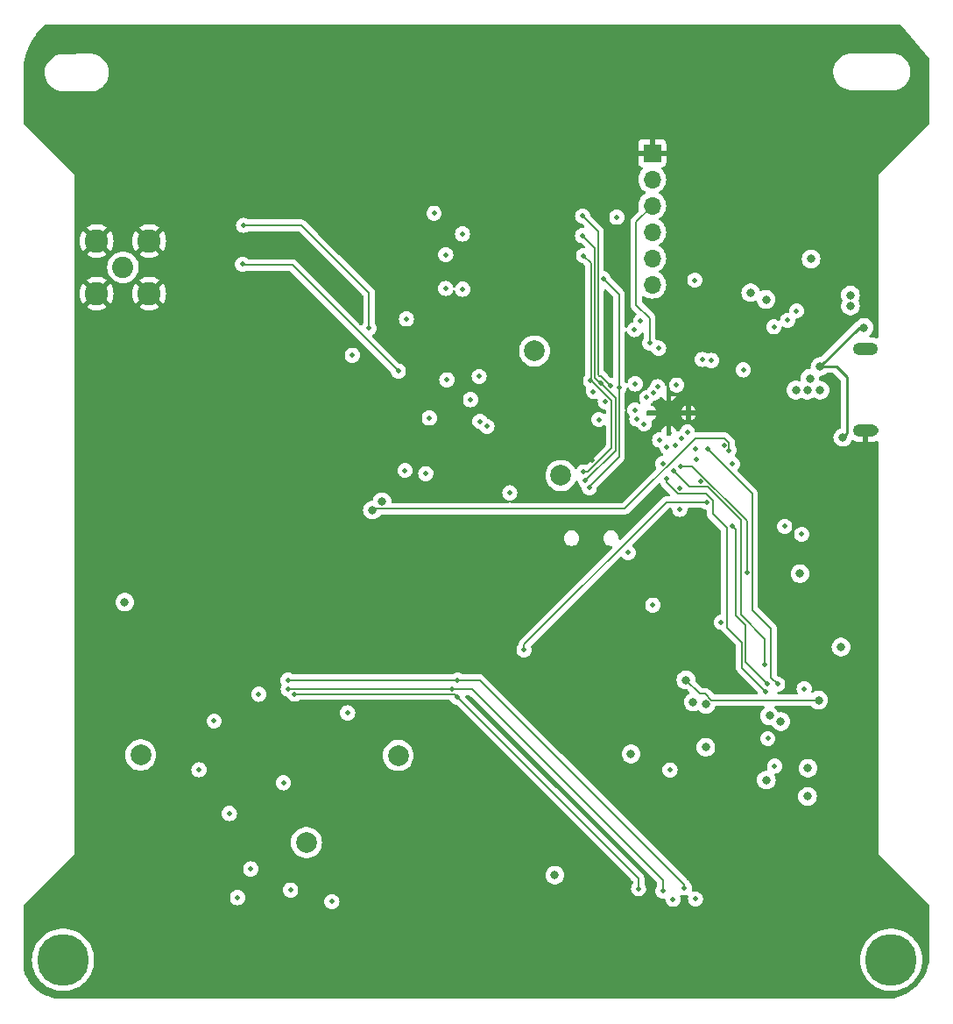
<source format=gbr>
%TF.GenerationSoftware,KiCad,Pcbnew,8.0.2-1*%
%TF.CreationDate,2024-05-29T22:59:52-07:00*%
%TF.ProjectId,flight_computer_dev_board_rfm98pw,666c6967-6874-45f6-936f-6d7075746572,rev?*%
%TF.SameCoordinates,Original*%
%TF.FileFunction,Copper,L2,Inr*%
%TF.FilePolarity,Positive*%
%FSLAX46Y46*%
G04 Gerber Fmt 4.6, Leading zero omitted, Abs format (unit mm)*
G04 Created by KiCad (PCBNEW 8.0.2-1) date 2024-05-29 22:59:52*
%MOMM*%
%LPD*%
G01*
G04 APERTURE LIST*
%TA.AperFunction,ComponentPad*%
%ADD10C,2.050000*%
%TD*%
%TA.AperFunction,ComponentPad*%
%ADD11C,2.250000*%
%TD*%
%TA.AperFunction,ComponentPad*%
%ADD12C,2.000000*%
%TD*%
%TA.AperFunction,ComponentPad*%
%ADD13C,5.000000*%
%TD*%
%TA.AperFunction,ComponentPad*%
%ADD14C,0.500000*%
%TD*%
%TA.AperFunction,ComponentPad*%
%ADD15O,2.416000X1.208000*%
%TD*%
%TA.AperFunction,ComponentPad*%
%ADD16R,1.700000X1.700000*%
%TD*%
%TA.AperFunction,ComponentPad*%
%ADD17O,1.700000X1.700000*%
%TD*%
%TA.AperFunction,ViaPad*%
%ADD18C,0.600000*%
%TD*%
%TA.AperFunction,ViaPad*%
%ADD19C,0.460000*%
%TD*%
%TA.AperFunction,ViaPad*%
%ADD20C,0.800000*%
%TD*%
%TA.AperFunction,Conductor*%
%ADD21C,0.250000*%
%TD*%
%TA.AperFunction,Conductor*%
%ADD22C,0.127000*%
%TD*%
G04 APERTURE END LIST*
D10*
%TO.N,Net-(J6-In)*%
%TO.C,J6*%
X153170000Y-71210000D03*
D11*
%TO.N,GND*%
X150630000Y-68670000D03*
X150630000Y-73750000D03*
X155710000Y-68670000D03*
X155710000Y-73750000D03*
%TD*%
D12*
%TO.N,Net-(U9-RESET)*%
%TO.C,TP3*%
X154880000Y-118320000D03*
%TD*%
%TO.N,+5V*%
%TO.C,TP5*%
X179780000Y-118360000D03*
%TD*%
%TO.N,Net-(U9-STBY)*%
%TO.C,TP4*%
X170910000Y-126760000D03*
%TD*%
D13*
%TO.N,N/C*%
%TO.C,*%
X227414400Y-138100000D03*
%TD*%
%TO.N,N/C*%
%TO.C,*%
X147381083Y-138100000D03*
%TD*%
D12*
%TO.N,FC_RESET*%
%TO.C,TP2*%
X195510000Y-91320000D03*
%TD*%
D14*
%TO.N,GND*%
%TO.C,IC1*%
X205930000Y-83400812D03*
X204020812Y-85310000D03*
X207839188Y-85310000D03*
X205930000Y-87219188D03*
%TD*%
D12*
%TO.N,D3*%
%TO.C,TP1*%
X192960000Y-79300000D03*
%TD*%
D15*
%TO.N,GND*%
%TO.C,J8*%
X224920000Y-86970000D03*
%TO.N,N/C*%
X224920000Y-79070000D03*
%TD*%
D16*
%TO.N,GND*%
%TO.C,J3*%
X204330000Y-60190000D03*
D17*
%TO.N,TX*%
X204330000Y-62730000D03*
%TO.N,RX*%
X204330000Y-65270000D03*
%TO.N,SCL1*%
X204330000Y-67810000D03*
%TO.N,SDA1*%
X204330000Y-70350000D03*
%TO.N,3.3V*%
X204330000Y-72890000D03*
%TD*%
D18*
%TO.N,GND*%
X153230000Y-62770000D03*
D19*
X165960000Y-118530000D03*
D20*
X180230000Y-96170000D03*
D19*
X165920000Y-120130000D03*
D20*
X215270000Y-86050000D03*
D18*
X159110000Y-58990000D03*
D20*
X216930000Y-106440000D03*
D18*
X152860000Y-64860000D03*
D19*
X167110000Y-132590000D03*
X163510000Y-118550000D03*
D20*
X153511000Y-100637000D03*
D18*
X154870000Y-65870000D03*
X151810000Y-60210000D03*
X164430000Y-59240000D03*
D19*
X170800000Y-129770000D03*
X184610000Y-84030000D03*
X173850000Y-115970000D03*
D20*
X218140000Y-68160000D03*
D19*
X208679998Y-97590002D03*
X200300000Y-81610000D03*
X208982438Y-91907561D03*
D18*
X155270000Y-61360000D03*
D20*
X221430000Y-75570000D03*
D18*
X153930000Y-65870000D03*
X155250000Y-62360000D03*
X153120000Y-58960000D03*
X164550000Y-61340000D03*
D19*
X180070000Y-127000000D03*
D18*
X158020000Y-58980000D03*
D19*
X172870000Y-124160000D03*
D20*
X213390000Y-77840000D03*
D18*
X164510000Y-60360000D03*
D19*
X177270000Y-120100000D03*
D18*
X154380000Y-58940000D03*
D20*
X222660000Y-96000000D03*
D19*
X189950000Y-85580000D03*
X165720000Y-128040000D03*
D18*
X153120000Y-63830000D03*
D19*
X158470000Y-132530000D03*
D20*
X209520000Y-120000000D03*
D18*
X153940000Y-66910000D03*
D19*
X198529500Y-89848715D03*
X162340000Y-128210000D03*
D18*
X155580000Y-58990000D03*
D20*
X196160000Y-78060000D03*
X220400000Y-84690000D03*
D19*
X205900000Y-77570000D03*
X204120000Y-132130000D03*
X169040000Y-125260000D03*
D18*
X162580000Y-58200000D03*
D19*
X224550000Y-101060000D03*
D20*
X211180000Y-71770000D03*
D18*
X151800000Y-61520000D03*
X151920000Y-58970000D03*
X161280000Y-58230000D03*
D19*
X195320000Y-84860000D03*
D18*
X156770000Y-58980000D03*
D19*
X163480000Y-120130000D03*
D18*
X163890000Y-58230000D03*
D19*
X194250000Y-93350000D03*
D18*
X155990000Y-65870000D03*
D20*
X201550000Y-106360000D03*
D19*
X202520000Y-91510000D03*
D20*
X208290000Y-76340000D03*
D18*
X159190000Y-60740000D03*
D20*
X189070000Y-95910000D03*
D19*
X184360000Y-92700000D03*
D18*
X160210000Y-58640000D03*
D19*
X188490000Y-83380000D03*
D18*
X152330000Y-66910000D03*
D19*
X190080000Y-90960000D03*
X181440000Y-91020000D03*
D18*
X152370000Y-65680000D03*
D19*
%TO.N,3.3V*%
X163460000Y-123970000D03*
X184480000Y-82086500D03*
D20*
X194910000Y-129920000D03*
X202280000Y-118210000D03*
D19*
X164250000Y-132090000D03*
D20*
X209510000Y-117560000D03*
X209530000Y-113420000D03*
D19*
X173360000Y-132480000D03*
X206340000Y-132250000D03*
X213130000Y-81120000D03*
X188360000Y-86580000D03*
X202010000Y-98770000D03*
X180430000Y-90840000D03*
D20*
X219690000Y-70410000D03*
X153341000Y-103557000D03*
%TO.N,VBUS*%
X220550000Y-80800000D03*
X222750000Y-87640000D03*
X224800000Y-77030000D03*
D19*
%TO.N,VCC_RF1*%
X182440000Y-91140000D03*
X182790000Y-85770000D03*
X211000000Y-105500000D03*
X204390000Y-103840000D03*
X175340000Y-79710000D03*
X190560000Y-93000000D03*
%TO.N,D3*%
X199170000Y-85920000D03*
X208450000Y-72460000D03*
X216160000Y-119380000D03*
%TO.N,ENABLE_BURN {slash} PC*%
X203796738Y-83787000D03*
X219020000Y-111910000D03*
%TO.N,I2C_RESET {slash} VS*%
X202679075Y-82473441D03*
D20*
X219340353Y-122320353D03*
D19*
%TO.N,ENAB_RF {slash} D2*%
X202660000Y-85010000D03*
D20*
X219380000Y-119590000D03*
D19*
%TO.N,VBUS_RESET {slash} D4*%
X215506396Y-116726396D03*
X202849500Y-85860738D03*
D20*
%TO.N,BURN_RELAY_A {slash} D5*%
X215670000Y-114530688D03*
D19*
X203550000Y-86350000D03*
%TO.N,D7*%
X212080784Y-96219216D03*
X205337798Y-90170000D03*
X215450000Y-111420000D03*
%TO.N,D6*%
X215280000Y-112190000D03*
X205700000Y-91630000D03*
%TO.N,D8*%
X215210000Y-109560000D03*
X206400000Y-90840000D03*
%TO.N,SPI0_CS1*%
X208510000Y-132220000D03*
X216450000Y-111480000D03*
X209680000Y-88780000D03*
X206050000Y-119760000D03*
%TO.N,D9*%
X207100000Y-90410000D03*
X213493500Y-100670000D03*
%TO.N,TX*%
X204950000Y-79020000D03*
%TO.N,RX*%
X204070000Y-78550000D03*
%TO.N,Neo_pwr*%
X212080000Y-90220000D03*
X217130000Y-96240000D03*
%TO.N,SPI0_CS2*%
X209650000Y-93900000D03*
X211270172Y-88389828D03*
X191943000Y-108150000D03*
X161980000Y-115040000D03*
X174890000Y-114250000D03*
%TO.N,SDA1*%
X203210000Y-76390000D03*
X186770000Y-84000000D03*
%TO.N,SCL1*%
X187678042Y-86101958D03*
X187600000Y-81760000D03*
X202620000Y-77230000D03*
%TO.N,SDA0*%
X204850522Y-82754243D03*
D20*
X220410000Y-113017000D03*
X207590000Y-111070000D03*
%TO.N,SCL0*%
X208292347Y-113207653D03*
D19*
X204462067Y-83351099D03*
D20*
X216760000Y-115090000D03*
D19*
%TO.N,D0*%
X211765172Y-88884828D03*
D20*
X177274504Y-94662383D03*
%TO.N,HS*%
X215360000Y-120730000D03*
D19*
X208583633Y-89766425D03*
D20*
X222580000Y-107880000D03*
X218610000Y-100800000D03*
%TO.N,FC_RESET*%
X178212868Y-93870119D03*
D19*
%TO.N,SWCLK*%
X205044501Y-87897613D03*
%TO.N,SWDIO*%
X205760000Y-88610000D03*
%TO.N,SPI0_MISO*%
X201127420Y-82797802D03*
X198250000Y-92490000D03*
X169760000Y-112440000D03*
X199590000Y-72310000D03*
X185505000Y-112745000D03*
X166300000Y-112450000D03*
X203010000Y-131230000D03*
%TO.N,SPI0_CS0*%
X200340891Y-82659109D03*
X197600000Y-66270000D03*
X183240000Y-66001499D03*
X180570000Y-76200000D03*
%TO.N,SPI0_SCK*%
X185010000Y-111946500D03*
X205340000Y-131450000D03*
X197600000Y-68170000D03*
X169150000Y-111950000D03*
X185990000Y-68001499D03*
X199392286Y-82407714D03*
X197874605Y-91817762D03*
X186010000Y-73340000D03*
%TO.N,SPI0_MOSI*%
X197690000Y-90980000D03*
X169130000Y-111100000D03*
X184370000Y-70001499D03*
X197690000Y-70090000D03*
X185520000Y-111100000D03*
X198371758Y-82190609D03*
X207440000Y-131140000D03*
X184370000Y-73260000D03*
%TO.N,RF1_RST*%
X200910000Y-66380000D03*
X206570000Y-88420000D03*
%TO.N,WDT_WDI*%
X206990000Y-92600000D03*
X206990000Y-94590000D03*
%TO.N,RF1_IO4*%
X198640000Y-83210000D03*
X176960000Y-77100000D03*
X164830000Y-67160000D03*
X207168321Y-87727200D03*
%TO.N,RF1_IO0*%
X207730000Y-87140000D03*
X199794371Y-84205629D03*
X164720000Y-70930000D03*
X179790000Y-81240000D03*
%TO.N,NEOPIX*%
X208534359Y-88793124D03*
X218780000Y-97000000D03*
%TO.N,/QSPI_DATA[3]*%
X218280000Y-75430000D03*
X210049974Y-80209974D03*
%TO.N,/QSPI_SCK*%
X217420000Y-76340000D03*
X209174194Y-80114194D03*
%TO.N,/QSPI_DATA[0]*%
X206690000Y-82590000D03*
X216096396Y-76966396D03*
D20*
%TO.N,/QSPI_DATA[2]*%
X213850000Y-73670000D03*
X215330000Y-74330000D03*
%TO.N,USB_D-*%
X223489169Y-74945000D03*
X218210000Y-83080000D03*
X219580000Y-81940000D03*
%TO.N,USB_D+*%
X219320000Y-83080000D03*
X220550000Y-83090000D03*
X223489169Y-73895000D03*
D19*
%TO.N,CANL*%
X165520000Y-129320000D03*
X169380000Y-131360000D03*
%TO.N,TXCAN*%
X160520000Y-119740000D03*
X168690000Y-121000000D03*
%TD*%
D21*
%TO.N,VBUS*%
X224800000Y-77030000D02*
X224320000Y-77030000D01*
X223170000Y-87220000D02*
X222750000Y-87640000D01*
X220550000Y-80800000D02*
X222140000Y-80800000D01*
X222140000Y-80800000D02*
X223170000Y-81830000D01*
X223170000Y-81830000D02*
X223170000Y-87220000D01*
X224320000Y-77030000D02*
X220550000Y-80800000D01*
D22*
%TO.N,D7*%
X212370000Y-96508432D02*
X212370000Y-104827915D01*
X212080784Y-96219216D02*
X212370000Y-96508432D01*
X213327000Y-105784915D02*
X213327000Y-109297000D01*
X212370000Y-104827915D02*
X213327000Y-105784915D01*
X213327000Y-109297000D02*
X215450000Y-111420000D01*
%TO.N,D6*%
X210190000Y-93742085D02*
X209541415Y-93093500D01*
X213000000Y-109910000D02*
X213000000Y-107450000D01*
X210190000Y-95026347D02*
X210190000Y-94740000D01*
X205700000Y-92010000D02*
X205700000Y-91630000D01*
X211560000Y-106010000D02*
X211560000Y-96396347D01*
X213000000Y-107450000D02*
X211560000Y-106010000D01*
X211560000Y-96396347D02*
X210190000Y-95026347D01*
X210190000Y-94740000D02*
X210190000Y-93742085D01*
X215280000Y-112190000D02*
X213000000Y-109910000D01*
X206783500Y-93093500D02*
X205700000Y-92010000D01*
X209541415Y-93093500D02*
X206783500Y-93093500D01*
X210190000Y-94740000D02*
X210190000Y-94670000D01*
%TO.N,D8*%
X207961061Y-92401061D02*
X209711405Y-92401061D01*
X212880000Y-95569656D02*
X212880000Y-104780000D01*
X215210000Y-107110000D02*
X215210000Y-109560000D01*
X212880000Y-104780000D02*
X215210000Y-107110000D01*
X206400000Y-90840000D02*
X207961061Y-92401061D01*
X209711405Y-92401061D02*
X212880000Y-95569656D01*
%TO.N,SPI0_CS1*%
X215830000Y-110860000D02*
X215830000Y-106147552D01*
X213986500Y-93086500D02*
X209680000Y-88780000D01*
X215830000Y-106147552D02*
X213986500Y-104304052D01*
X216450000Y-111480000D02*
X215830000Y-110860000D01*
X213986500Y-104304052D02*
X213986500Y-93086500D01*
%TO.N,D9*%
X213493500Y-95720708D02*
X213493500Y-100670000D01*
X207100000Y-90410000D02*
X208182792Y-90410000D01*
X208182792Y-90410000D02*
X213493500Y-95720708D01*
%TO.N,RX*%
X202790000Y-74830000D02*
X202790000Y-66810000D01*
X204070000Y-76110000D02*
X202790000Y-74830000D01*
X204070000Y-78550000D02*
X204070000Y-76110000D01*
X202790000Y-66810000D02*
X204330000Y-65270000D01*
%TO.N,SPI0_CS2*%
X209650000Y-93900000D02*
X205702085Y-93900000D01*
X205702085Y-93900000D02*
X191943000Y-107659085D01*
X191943000Y-107659085D02*
X191943000Y-108150000D01*
%TO.N,SDA0*%
X207590000Y-111070000D02*
X208911669Y-112391669D01*
X210065331Y-113017000D02*
X220410000Y-113017000D01*
X208911669Y-112391669D02*
X209440000Y-112391669D01*
X209440000Y-112391669D02*
X210065331Y-113017000D01*
%TO.N,D0*%
X177403268Y-94533619D02*
X177274504Y-94662383D01*
X211765172Y-88186913D02*
X211298259Y-87720000D01*
X211765172Y-88884828D02*
X211765172Y-88186913D01*
X201686381Y-94533619D02*
X177403268Y-94533619D01*
X208500000Y-87720000D02*
X201686381Y-94533619D01*
X211298259Y-87720000D02*
X208500000Y-87720000D01*
%TO.N,SPI0_MISO*%
X198250000Y-92490000D02*
X198250000Y-92360000D01*
X203030000Y-130270000D02*
X203030000Y-131210000D01*
X203030000Y-131210000D02*
X203010000Y-131230000D01*
X198250000Y-92360000D02*
X201127420Y-89482580D01*
X201127420Y-82797802D02*
X201127420Y-73847420D01*
X169760000Y-112440000D02*
X185200000Y-112440000D01*
X185200000Y-112440000D02*
X185505000Y-112745000D01*
X185505000Y-112745000D02*
X203030000Y-130270000D01*
X201127420Y-73847420D02*
X199590000Y-72310000D01*
X201127420Y-89482580D02*
X201127420Y-82797802D01*
%TO.N,SPI0_CS0*%
X199220000Y-81700000D02*
X199097000Y-81577000D01*
X199097000Y-81577000D02*
X199097000Y-67767000D01*
X200340891Y-82659109D02*
X199381781Y-81700000D01*
X199097000Y-67767000D02*
X197600000Y-66270000D01*
X199381781Y-81700000D02*
X199220000Y-81700000D01*
%TO.N,SPI0_SCK*%
X185010000Y-111946500D02*
X186906500Y-111946500D01*
X205350000Y-130390000D02*
X205350000Y-131440000D01*
X199392286Y-82280652D02*
X199351634Y-82240000D01*
X199392286Y-82407714D02*
X200800420Y-83815848D01*
X205350000Y-131440000D02*
X205340000Y-131450000D01*
X198770000Y-69340000D02*
X197600000Y-68170000D01*
X169150000Y-111950000D02*
X169153500Y-111946500D01*
X198770000Y-81900000D02*
X198770000Y-69340000D01*
X200800420Y-83815848D02*
X200800420Y-88891947D01*
X169153500Y-111946500D02*
X185010000Y-111946500D01*
X200800420Y-88891947D02*
X197874605Y-91817762D01*
X199392286Y-82407714D02*
X199392286Y-82280652D01*
X199110000Y-82240000D02*
X198770000Y-81900000D01*
X186906500Y-111946500D02*
X205350000Y-130390000D01*
X199351634Y-82240000D02*
X199110000Y-82240000D01*
%TO.N,SPI0_MOSI*%
X200410000Y-85730000D02*
X200410000Y-86610000D01*
X198371758Y-82190609D02*
X198477266Y-82190609D01*
X207430000Y-130850000D02*
X207440000Y-130860000D01*
X200410000Y-84123343D02*
X200410000Y-85730000D01*
X187680000Y-111100000D02*
X207430000Y-130850000D01*
X198371758Y-82190609D02*
X198379391Y-82190609D01*
X200410000Y-88666130D02*
X198096130Y-90980000D01*
X207440000Y-130860000D02*
X207440000Y-131140000D01*
X198477266Y-82190609D02*
X200410000Y-84123343D01*
X200410000Y-86610000D02*
X200410000Y-88666130D01*
X200410000Y-86610000D02*
X200410000Y-86670000D01*
X198400000Y-82170000D02*
X198400000Y-70800000D01*
X169130000Y-111100000D02*
X187680000Y-111100000D01*
X198400000Y-70800000D02*
X197690000Y-70090000D01*
X198096130Y-90980000D02*
X197690000Y-90980000D01*
X198379391Y-82190609D02*
X198400000Y-82170000D01*
%TO.N,RF1_IO4*%
X170420000Y-67160000D02*
X164830000Y-67160000D01*
X176960000Y-73700000D02*
X170420000Y-67160000D01*
X176960000Y-77100000D02*
X176960000Y-73700000D01*
%TO.N,RF1_IO0*%
X169540000Y-70990000D02*
X164780000Y-70990000D01*
X164780000Y-70990000D02*
X164720000Y-70930000D01*
X179790000Y-81240000D02*
X169540000Y-70990000D01*
%TD*%
%TA.AperFunction,Conductor*%
%TO.N,GND*%
G36*
X199866203Y-73384265D02*
G01*
X199872681Y-73390297D01*
X200527101Y-74044717D01*
X200560586Y-74106040D01*
X200563420Y-74132398D01*
X200563420Y-81784660D01*
X200543735Y-81851699D01*
X200490931Y-81897454D01*
X200421773Y-81907398D01*
X200358217Y-81878373D01*
X200351739Y-81872341D01*
X199840164Y-81360767D01*
X199840162Y-81360764D01*
X199728087Y-81248689D01*
X199728085Y-81248687D01*
X199728082Y-81248685D01*
X199728078Y-81248682D01*
X199722999Y-81245750D01*
X199674784Y-81195183D01*
X199661000Y-81138364D01*
X199661000Y-73477978D01*
X199680685Y-73410939D01*
X199733489Y-73365184D01*
X199802647Y-73355240D01*
X199866203Y-73384265D01*
G37*
%TD.AperFunction*%
%TA.AperFunction,Conductor*%
G36*
X228288992Y-47778802D02*
G01*
X228355977Y-47798672D01*
X228384059Y-47823599D01*
X231097683Y-51092546D01*
X231114110Y-51112334D01*
X231141784Y-51176490D01*
X231142700Y-51191536D01*
X231142700Y-57245588D01*
X231123015Y-57312627D01*
X231106381Y-57333269D01*
X226200025Y-62239624D01*
X226200024Y-62239625D01*
X226169500Y-62313316D01*
X226169500Y-77956939D01*
X226149815Y-78023978D01*
X226097011Y-78069733D01*
X226027853Y-78079677D01*
X225989206Y-78067424D01*
X225947981Y-78046419D01*
X225782641Y-77992697D01*
X225653854Y-77972299D01*
X225610926Y-77965500D01*
X225610925Y-77965500D01*
X225426049Y-77965500D01*
X225359010Y-77945815D01*
X225313255Y-77893011D01*
X225303311Y-77823853D01*
X225332336Y-77760297D01*
X225353164Y-77741182D01*
X225367735Y-77730595D01*
X225405871Y-77702888D01*
X225532533Y-77562216D01*
X225627179Y-77398284D01*
X225685674Y-77218256D01*
X225705460Y-77030000D01*
X225685674Y-76841744D01*
X225627179Y-76661716D01*
X225532533Y-76497784D01*
X225405871Y-76357112D01*
X225405870Y-76357111D01*
X225252734Y-76245851D01*
X225252729Y-76245848D01*
X225079807Y-76168857D01*
X225079802Y-76168855D01*
X224934001Y-76137865D01*
X224894646Y-76129500D01*
X224705354Y-76129500D01*
X224672897Y-76136398D01*
X224520197Y-76168855D01*
X224520192Y-76168857D01*
X224347270Y-76245848D01*
X224347265Y-76245851D01*
X224194131Y-76357110D01*
X224194127Y-76357113D01*
X224143990Y-76412794D01*
X224099295Y-76444381D01*
X224023715Y-76475687D01*
X224023714Y-76475687D01*
X223993308Y-76496005D01*
X223983078Y-76502841D01*
X223921268Y-76544140D01*
X223897736Y-76567673D01*
X223834142Y-76631267D01*
X223834139Y-76631270D01*
X220602229Y-79863181D01*
X220540906Y-79896666D01*
X220514548Y-79899500D01*
X220455354Y-79899500D01*
X220422897Y-79906398D01*
X220270197Y-79938855D01*
X220270192Y-79938857D01*
X220097270Y-80015848D01*
X220097265Y-80015851D01*
X219944129Y-80127111D01*
X219817466Y-80267785D01*
X219722821Y-80431715D01*
X219722818Y-80431722D01*
X219664327Y-80611740D01*
X219664326Y-80611744D01*
X219646146Y-80784716D01*
X219644540Y-80800000D01*
X219655317Y-80902539D01*
X219642747Y-80971269D01*
X219595015Y-81022292D01*
X219531996Y-81039500D01*
X219485354Y-81039500D01*
X219467434Y-81043309D01*
X219300197Y-81078855D01*
X219300192Y-81078857D01*
X219127270Y-81155848D01*
X219127265Y-81155851D01*
X218974129Y-81267111D01*
X218847466Y-81407785D01*
X218752821Y-81571715D01*
X218752818Y-81571722D01*
X218694327Y-81751740D01*
X218694326Y-81751744D01*
X218674540Y-81940000D01*
X218690507Y-82091921D01*
X218691907Y-82105236D01*
X218679337Y-82173965D01*
X218631605Y-82224989D01*
X218563865Y-82242107D01*
X218518151Y-82231477D01*
X218489802Y-82218855D01*
X218344001Y-82187865D01*
X218304646Y-82179500D01*
X218115354Y-82179500D01*
X218082897Y-82186398D01*
X217930197Y-82218855D01*
X217930192Y-82218857D01*
X217757270Y-82295848D01*
X217757265Y-82295851D01*
X217604129Y-82407111D01*
X217477466Y-82547785D01*
X217382821Y-82711715D01*
X217382818Y-82711722D01*
X217324327Y-82891740D01*
X217324326Y-82891744D01*
X217304540Y-83080000D01*
X217324326Y-83268256D01*
X217324327Y-83268259D01*
X217382818Y-83448277D01*
X217382821Y-83448284D01*
X217477467Y-83612216D01*
X217539442Y-83681046D01*
X217604129Y-83752888D01*
X217757265Y-83864148D01*
X217757270Y-83864151D01*
X217930192Y-83941142D01*
X217930197Y-83941144D01*
X218115354Y-83980500D01*
X218115355Y-83980500D01*
X218304644Y-83980500D01*
X218304646Y-83980500D01*
X218489803Y-83941144D01*
X218662730Y-83864151D01*
X218692114Y-83842801D01*
X218757921Y-83819322D01*
X218825975Y-83835147D01*
X218837886Y-83842802D01*
X218867271Y-83864152D01*
X219040192Y-83941142D01*
X219040197Y-83941144D01*
X219225354Y-83980500D01*
X219225355Y-83980500D01*
X219414644Y-83980500D01*
X219414646Y-83980500D01*
X219599803Y-83941144D01*
X219772730Y-83864151D01*
X219855234Y-83804208D01*
X219921038Y-83780729D01*
X219989092Y-83796554D01*
X220000992Y-83804201D01*
X220054122Y-83842802D01*
X220097270Y-83874151D01*
X220270192Y-83951142D01*
X220270197Y-83951144D01*
X220455354Y-83990500D01*
X220455355Y-83990500D01*
X220644644Y-83990500D01*
X220644646Y-83990500D01*
X220829803Y-83951144D01*
X221002730Y-83874151D01*
X221155871Y-83762888D01*
X221282533Y-83622216D01*
X221377179Y-83458284D01*
X221435674Y-83278256D01*
X221455460Y-83090000D01*
X221435674Y-82901744D01*
X221377179Y-82721716D01*
X221282533Y-82557784D01*
X221155871Y-82417112D01*
X221155870Y-82417111D01*
X221002734Y-82305851D01*
X221002729Y-82305848D01*
X220829807Y-82228857D01*
X220829802Y-82228855D01*
X220684001Y-82197865D01*
X220644646Y-82189500D01*
X220596952Y-82189500D01*
X220529913Y-82169815D01*
X220484158Y-82117011D01*
X220473631Y-82052542D01*
X220485460Y-81940000D01*
X220474682Y-81837458D01*
X220487251Y-81768732D01*
X220534983Y-81717708D01*
X220598003Y-81700500D01*
X220644644Y-81700500D01*
X220644646Y-81700500D01*
X220829803Y-81661144D01*
X221002730Y-81584151D01*
X221155871Y-81472888D01*
X221158788Y-81469647D01*
X221161600Y-81466526D01*
X221221087Y-81429879D01*
X221253748Y-81425500D01*
X221829548Y-81425500D01*
X221896587Y-81445185D01*
X221917229Y-81461819D01*
X222508181Y-82052771D01*
X222541666Y-82114094D01*
X222544500Y-82140452D01*
X222544500Y-86665247D01*
X222524815Y-86732286D01*
X222472011Y-86778041D01*
X222470936Y-86778526D01*
X222297270Y-86855848D01*
X222297265Y-86855851D01*
X222144129Y-86967111D01*
X222017466Y-87107785D01*
X221922821Y-87271715D01*
X221922818Y-87271722D01*
X221865054Y-87449503D01*
X221864326Y-87451744D01*
X221844540Y-87640000D01*
X221864326Y-87828256D01*
X221864327Y-87828259D01*
X221922818Y-88008277D01*
X221922819Y-88008279D01*
X221922821Y-88008284D01*
X222017467Y-88172216D01*
X222106564Y-88271168D01*
X222144129Y-88312888D01*
X222297265Y-88424148D01*
X222297270Y-88424151D01*
X222470192Y-88501142D01*
X222470197Y-88501144D01*
X222655354Y-88540500D01*
X222655355Y-88540500D01*
X222844644Y-88540500D01*
X222844646Y-88540500D01*
X223029803Y-88501144D01*
X223202730Y-88424151D01*
X223355871Y-88312888D01*
X223482533Y-88172216D01*
X223577179Y-88008284D01*
X223581288Y-87995636D01*
X223620724Y-87937961D01*
X223685082Y-87910761D01*
X223753928Y-87922673D01*
X223755515Y-87923467D01*
X223892206Y-87993115D01*
X224057478Y-88046816D01*
X224229108Y-88074000D01*
X224670000Y-88074000D01*
X224670000Y-87320000D01*
X225170000Y-87320000D01*
X225170000Y-88074000D01*
X225610892Y-88074000D01*
X225782521Y-88046816D01*
X225947795Y-87993114D01*
X225989204Y-87972015D01*
X226057873Y-87959118D01*
X226122614Y-87985394D01*
X226162871Y-88042499D01*
X226169500Y-88082499D01*
X226169500Y-127776683D01*
X226200024Y-127850374D01*
X231106381Y-132756731D01*
X231139866Y-132818054D01*
X231142700Y-132844412D01*
X231142700Y-138046741D01*
X231140771Y-138068529D01*
X231077299Y-138424135D01*
X231074945Y-138434656D01*
X230976741Y-138798544D01*
X230973482Y-138808820D01*
X230844045Y-139162797D01*
X230839906Y-139172751D01*
X230680211Y-139514151D01*
X230675223Y-139523708D01*
X230486480Y-139849943D01*
X230480681Y-139859031D01*
X230264316Y-140167639D01*
X230257750Y-140176189D01*
X230015386Y-140464852D01*
X230008101Y-140472799D01*
X229741599Y-140739301D01*
X229733652Y-140746586D01*
X229444989Y-140988950D01*
X229436439Y-140995516D01*
X229127831Y-141211881D01*
X229118743Y-141217680D01*
X228792508Y-141406423D01*
X228782951Y-141411411D01*
X228441551Y-141571106D01*
X228431597Y-141575245D01*
X228077620Y-141704682D01*
X228067344Y-141707941D01*
X227703456Y-141806145D01*
X227692935Y-141808499D01*
X227337329Y-141871971D01*
X227315541Y-141873900D01*
X147394490Y-141873900D01*
X147387098Y-141873227D01*
X147343153Y-141873878D01*
X147337326Y-141873828D01*
X146980930Y-141862350D01*
X146969309Y-141861427D01*
X146618481Y-141816901D01*
X146606997Y-141814891D01*
X146261902Y-141737616D01*
X146250659Y-141734537D01*
X146158830Y-141704682D01*
X145914340Y-141625194D01*
X145903440Y-141621074D01*
X145741158Y-141550852D01*
X145578882Y-141480632D01*
X145568413Y-141475505D01*
X145258472Y-141305202D01*
X145248530Y-141299114D01*
X144955953Y-141100457D01*
X144946628Y-141093463D01*
X144674004Y-140868214D01*
X144665375Y-140860374D01*
X144415102Y-140610509D01*
X144407249Y-140601894D01*
X144181553Y-140329638D01*
X144174543Y-140320323D01*
X143975410Y-140028071D01*
X143969306Y-140018139D01*
X143798503Y-139708488D01*
X143793358Y-139698027D01*
X143685075Y-139448904D01*
X143652378Y-139373678D01*
X143648247Y-139362800D01*
X143552391Y-139069595D01*
X143549839Y-139061789D01*
X143543700Y-139023257D01*
X143543700Y-138099996D01*
X144375498Y-138099996D01*
X144375498Y-138100003D01*
X144395821Y-138448927D01*
X144395822Y-138448938D01*
X144456511Y-138793127D01*
X144456513Y-138793134D01*
X144556757Y-139127972D01*
X144695190Y-139448895D01*
X144695196Y-139448908D01*
X144869953Y-139751597D01*
X145078667Y-140031949D01*
X145078672Y-140031955D01*
X145202546Y-140163253D01*
X145318525Y-140286183D01*
X145494986Y-140434251D01*
X145586269Y-140510847D01*
X145586277Y-140510853D01*
X145878286Y-140702911D01*
X145878290Y-140702913D01*
X146190632Y-140859777D01*
X146519072Y-140979319D01*
X146859169Y-141059923D01*
X147206324Y-141100500D01*
X147206331Y-141100500D01*
X147555835Y-141100500D01*
X147555842Y-141100500D01*
X147902997Y-141059923D01*
X148243094Y-140979319D01*
X148571534Y-140859777D01*
X148883876Y-140702913D01*
X149175894Y-140510849D01*
X149443641Y-140286183D01*
X149683495Y-140031953D01*
X149892213Y-139751596D01*
X150066972Y-139448904D01*
X150205409Y-139127971D01*
X150305652Y-138793136D01*
X150317950Y-138723394D01*
X150366343Y-138448938D01*
X150366342Y-138448938D01*
X150366345Y-138448927D01*
X150386668Y-138100000D01*
X150386668Y-138099996D01*
X224408815Y-138099996D01*
X224408815Y-138100003D01*
X224429138Y-138448927D01*
X224429139Y-138448938D01*
X224489828Y-138793127D01*
X224489830Y-138793134D01*
X224590074Y-139127972D01*
X224728507Y-139448895D01*
X224728513Y-139448908D01*
X224903270Y-139751597D01*
X225111984Y-140031949D01*
X225111989Y-140031955D01*
X225235863Y-140163253D01*
X225351842Y-140286183D01*
X225528303Y-140434251D01*
X225619586Y-140510847D01*
X225619594Y-140510853D01*
X225911603Y-140702911D01*
X225911607Y-140702913D01*
X226223949Y-140859777D01*
X226552389Y-140979319D01*
X226892486Y-141059923D01*
X227239641Y-141100500D01*
X227239648Y-141100500D01*
X227589152Y-141100500D01*
X227589159Y-141100500D01*
X227936314Y-141059923D01*
X228276411Y-140979319D01*
X228604851Y-140859777D01*
X228917193Y-140702913D01*
X229209211Y-140510849D01*
X229476958Y-140286183D01*
X229716812Y-140031953D01*
X229925530Y-139751596D01*
X230100289Y-139448904D01*
X230238726Y-139127971D01*
X230338969Y-138793136D01*
X230351267Y-138723394D01*
X230399660Y-138448938D01*
X230399659Y-138448938D01*
X230399662Y-138448927D01*
X230419985Y-138100000D01*
X230419272Y-138087766D01*
X230415954Y-138030796D01*
X230399662Y-137751073D01*
X230399660Y-137751061D01*
X230338971Y-137406872D01*
X230338969Y-137406865D01*
X230238725Y-137072027D01*
X230100292Y-136751104D01*
X230100289Y-136751096D01*
X229925530Y-136448404D01*
X229925529Y-136448402D01*
X229716815Y-136168050D01*
X229716810Y-136168044D01*
X229600833Y-136045117D01*
X229476958Y-135913817D01*
X229328888Y-135789572D01*
X229209213Y-135689152D01*
X229209205Y-135689146D01*
X228917196Y-135497088D01*
X228604858Y-135340226D01*
X228604852Y-135340223D01*
X228276412Y-135220681D01*
X228276409Y-135220680D01*
X227936315Y-135140077D01*
X227892919Y-135135004D01*
X227589159Y-135099500D01*
X227239641Y-135099500D01*
X226935880Y-135135004D01*
X226892485Y-135140077D01*
X226892483Y-135140077D01*
X226552390Y-135220680D01*
X226552387Y-135220681D01*
X226223947Y-135340223D01*
X226223941Y-135340226D01*
X225911603Y-135497088D01*
X225619594Y-135689146D01*
X225619586Y-135689152D01*
X225351842Y-135913817D01*
X225351840Y-135913819D01*
X225111989Y-136168044D01*
X225111984Y-136168050D01*
X224903270Y-136448402D01*
X224728513Y-136751091D01*
X224728507Y-136751104D01*
X224590074Y-137072027D01*
X224489830Y-137406865D01*
X224489828Y-137406872D01*
X224429139Y-137751061D01*
X224429138Y-137751072D01*
X224408815Y-138099996D01*
X150386668Y-138099996D01*
X150385955Y-138087766D01*
X150382637Y-138030796D01*
X150366345Y-137751073D01*
X150366343Y-137751061D01*
X150305654Y-137406872D01*
X150305652Y-137406865D01*
X150205408Y-137072027D01*
X150066975Y-136751104D01*
X150066972Y-136751096D01*
X149892213Y-136448404D01*
X149892212Y-136448402D01*
X149683498Y-136168050D01*
X149683493Y-136168044D01*
X149567516Y-136045117D01*
X149443641Y-135913817D01*
X149295571Y-135789572D01*
X149175896Y-135689152D01*
X149175888Y-135689146D01*
X148883879Y-135497088D01*
X148571541Y-135340226D01*
X148571535Y-135340223D01*
X148243095Y-135220681D01*
X148243092Y-135220680D01*
X147902998Y-135140077D01*
X147859602Y-135135004D01*
X147555842Y-135099500D01*
X147206324Y-135099500D01*
X146902563Y-135135004D01*
X146859168Y-135140077D01*
X146859166Y-135140077D01*
X146519073Y-135220680D01*
X146519070Y-135220681D01*
X146190630Y-135340223D01*
X146190624Y-135340226D01*
X145878286Y-135497088D01*
X145586277Y-135689146D01*
X145586269Y-135689152D01*
X145318525Y-135913817D01*
X145318523Y-135913819D01*
X145078672Y-136168044D01*
X145078667Y-136168050D01*
X144869953Y-136448402D01*
X144695196Y-136751091D01*
X144695190Y-136751104D01*
X144556757Y-137072027D01*
X144456513Y-137406865D01*
X144456511Y-137406872D01*
X144395822Y-137751061D01*
X144395821Y-137751072D01*
X144375498Y-138099996D01*
X143543700Y-138099996D01*
X143543700Y-132844412D01*
X143563385Y-132777373D01*
X143580019Y-132756731D01*
X144246754Y-132089996D01*
X163514878Y-132089996D01*
X163514878Y-132090003D01*
X163533307Y-132253574D01*
X163587676Y-132408953D01*
X163587677Y-132408955D01*
X163587678Y-132408957D01*
X163675258Y-132548341D01*
X163791659Y-132664742D01*
X163931043Y-132752322D01*
X164086420Y-132806691D01*
X164086423Y-132806691D01*
X164086425Y-132806692D01*
X164249996Y-132825122D01*
X164250000Y-132825122D01*
X164250004Y-132825122D01*
X164413574Y-132806692D01*
X164413575Y-132806691D01*
X164413580Y-132806691D01*
X164568957Y-132752322D01*
X164708341Y-132664742D01*
X164824742Y-132548341D01*
X164867686Y-132479996D01*
X172624878Y-132479996D01*
X172624878Y-132480003D01*
X172643307Y-132643574D01*
X172697676Y-132798953D01*
X172697677Y-132798955D01*
X172697678Y-132798957D01*
X172785258Y-132938341D01*
X172901659Y-133054742D01*
X173041043Y-133142322D01*
X173196420Y-133196691D01*
X173196423Y-133196691D01*
X173196425Y-133196692D01*
X173359996Y-133215122D01*
X173360000Y-133215122D01*
X173360004Y-133215122D01*
X173523574Y-133196692D01*
X173523575Y-133196691D01*
X173523580Y-133196691D01*
X173678957Y-133142322D01*
X173818341Y-133054742D01*
X173934742Y-132938341D01*
X174022322Y-132798957D01*
X174076691Y-132643580D01*
X174082004Y-132596425D01*
X174095122Y-132480003D01*
X174095122Y-132479996D01*
X174076692Y-132316425D01*
X174076691Y-132316423D01*
X174076691Y-132316420D01*
X174022322Y-132161043D01*
X173934742Y-132021659D01*
X173818341Y-131905258D01*
X173678957Y-131817678D01*
X173678956Y-131817677D01*
X173678955Y-131817677D01*
X173678953Y-131817676D01*
X173539715Y-131768955D01*
X173523580Y-131763309D01*
X173523579Y-131763308D01*
X173523574Y-131763307D01*
X173360004Y-131744878D01*
X173359996Y-131744878D01*
X173196425Y-131763307D01*
X173041046Y-131817676D01*
X173041044Y-131817677D01*
X172901658Y-131905258D01*
X172785258Y-132021658D01*
X172697677Y-132161044D01*
X172697676Y-132161046D01*
X172643307Y-132316425D01*
X172624878Y-132479996D01*
X164867686Y-132479996D01*
X164912322Y-132408957D01*
X164966691Y-132253580D01*
X164967094Y-132250003D01*
X164985122Y-132090003D01*
X164985122Y-132089996D01*
X164966692Y-131926425D01*
X164966691Y-131926423D01*
X164966691Y-131926420D01*
X164912322Y-131771043D01*
X164824742Y-131631659D01*
X164708341Y-131515258D01*
X164568957Y-131427678D01*
X164568956Y-131427677D01*
X164568955Y-131427677D01*
X164568953Y-131427676D01*
X164413574Y-131373307D01*
X164295430Y-131359996D01*
X168644878Y-131359996D01*
X168644878Y-131360003D01*
X168663307Y-131523574D01*
X168717676Y-131678953D01*
X168717677Y-131678955D01*
X168717678Y-131678957D01*
X168805258Y-131818341D01*
X168921659Y-131934742D01*
X169061043Y-132022322D01*
X169216420Y-132076691D01*
X169216423Y-132076691D01*
X169216425Y-132076692D01*
X169379996Y-132095122D01*
X169380000Y-132095122D01*
X169380004Y-132095122D01*
X169543574Y-132076692D01*
X169543575Y-132076691D01*
X169543580Y-132076691D01*
X169698957Y-132022322D01*
X169838341Y-131934742D01*
X169954742Y-131818341D01*
X170042322Y-131678957D01*
X170096691Y-131523580D01*
X170096692Y-131523574D01*
X170115122Y-131360003D01*
X170115122Y-131359996D01*
X170096692Y-131196425D01*
X170096691Y-131196423D01*
X170096691Y-131196420D01*
X170042322Y-131041043D01*
X169954742Y-130901659D01*
X169838341Y-130785258D01*
X169698957Y-130697678D01*
X169698956Y-130697677D01*
X169698955Y-130697677D01*
X169698953Y-130697676D01*
X169543574Y-130643307D01*
X169380004Y-130624878D01*
X169379996Y-130624878D01*
X169216425Y-130643307D01*
X169061046Y-130697676D01*
X169061044Y-130697677D01*
X168921658Y-130785258D01*
X168805258Y-130901658D01*
X168717677Y-131041044D01*
X168717676Y-131041046D01*
X168663307Y-131196425D01*
X168644878Y-131359996D01*
X164295430Y-131359996D01*
X164250004Y-131354878D01*
X164249996Y-131354878D01*
X164086425Y-131373307D01*
X163931046Y-131427676D01*
X163931044Y-131427677D01*
X163791658Y-131515258D01*
X163675258Y-131631658D01*
X163587677Y-131771044D01*
X163587676Y-131771046D01*
X163533307Y-131926425D01*
X163514878Y-132089996D01*
X144246754Y-132089996D01*
X146028509Y-130308241D01*
X147016754Y-129319996D01*
X164784878Y-129319996D01*
X164784878Y-129320003D01*
X164803307Y-129483574D01*
X164857676Y-129638953D01*
X164857677Y-129638955D01*
X164857678Y-129638957D01*
X164945258Y-129778341D01*
X165061659Y-129894742D01*
X165201043Y-129982322D01*
X165356420Y-130036691D01*
X165356423Y-130036691D01*
X165356425Y-130036692D01*
X165519996Y-130055122D01*
X165520000Y-130055122D01*
X165520004Y-130055122D01*
X165683574Y-130036692D01*
X165683575Y-130036691D01*
X165683580Y-130036691D01*
X165838957Y-129982322D01*
X165938143Y-129920000D01*
X194004540Y-129920000D01*
X194024326Y-130108256D01*
X194024327Y-130108259D01*
X194082818Y-130288277D01*
X194082821Y-130288284D01*
X194177467Y-130452216D01*
X194223748Y-130503616D01*
X194304129Y-130592888D01*
X194457265Y-130704148D01*
X194457270Y-130704151D01*
X194630192Y-130781142D01*
X194630197Y-130781144D01*
X194815354Y-130820500D01*
X194815355Y-130820500D01*
X195004644Y-130820500D01*
X195004646Y-130820500D01*
X195189803Y-130781144D01*
X195362730Y-130704151D01*
X195515871Y-130592888D01*
X195642533Y-130452216D01*
X195737179Y-130288284D01*
X195795674Y-130108256D01*
X195815460Y-129920000D01*
X195795674Y-129731744D01*
X195737179Y-129551716D01*
X195642533Y-129387784D01*
X195515871Y-129247112D01*
X195515870Y-129247111D01*
X195362734Y-129135851D01*
X195362729Y-129135848D01*
X195189807Y-129058857D01*
X195189802Y-129058855D01*
X195044001Y-129027865D01*
X195004646Y-129019500D01*
X194815354Y-129019500D01*
X194782897Y-129026398D01*
X194630197Y-129058855D01*
X194630192Y-129058857D01*
X194457270Y-129135848D01*
X194457265Y-129135851D01*
X194304129Y-129247111D01*
X194177466Y-129387785D01*
X194082821Y-129551715D01*
X194082818Y-129551722D01*
X194024327Y-129731740D01*
X194024326Y-129731744D01*
X194004540Y-129920000D01*
X165938143Y-129920000D01*
X165978341Y-129894742D01*
X166094742Y-129778341D01*
X166182322Y-129638957D01*
X166236691Y-129483580D01*
X166236692Y-129483574D01*
X166255122Y-129320003D01*
X166255122Y-129319996D01*
X166236692Y-129156425D01*
X166236691Y-129156423D01*
X166236691Y-129156420D01*
X166182322Y-129001043D01*
X166094742Y-128861659D01*
X165978341Y-128745258D01*
X165838957Y-128657678D01*
X165838956Y-128657677D01*
X165838955Y-128657677D01*
X165838953Y-128657676D01*
X165683574Y-128603307D01*
X165520004Y-128584878D01*
X165519996Y-128584878D01*
X165356425Y-128603307D01*
X165201046Y-128657676D01*
X165201044Y-128657677D01*
X165061658Y-128745258D01*
X164945258Y-128861658D01*
X164857677Y-129001044D01*
X164857676Y-129001046D01*
X164803307Y-129156425D01*
X164784878Y-129319996D01*
X147016754Y-129319996D01*
X148489976Y-127846774D01*
X148520500Y-127773082D01*
X148520500Y-127693318D01*
X148520500Y-126759994D01*
X169404357Y-126759994D01*
X169404357Y-126760005D01*
X169424890Y-127007812D01*
X169424892Y-127007824D01*
X169485936Y-127248881D01*
X169585826Y-127476606D01*
X169721833Y-127684782D01*
X169721836Y-127684785D01*
X169890256Y-127867738D01*
X170086491Y-128020474D01*
X170305190Y-128138828D01*
X170540386Y-128219571D01*
X170785665Y-128260500D01*
X171034335Y-128260500D01*
X171279614Y-128219571D01*
X171514810Y-128138828D01*
X171733509Y-128020474D01*
X171929744Y-127867738D01*
X172098164Y-127684785D01*
X172234173Y-127476607D01*
X172334063Y-127248881D01*
X172395108Y-127007821D01*
X172415643Y-126760000D01*
X172395108Y-126512179D01*
X172334063Y-126271119D01*
X172234173Y-126043393D01*
X172098166Y-125835217D01*
X172076557Y-125811744D01*
X171929744Y-125652262D01*
X171733509Y-125499526D01*
X171733507Y-125499525D01*
X171733506Y-125499524D01*
X171514811Y-125381172D01*
X171514802Y-125381169D01*
X171279616Y-125300429D01*
X171034335Y-125259500D01*
X170785665Y-125259500D01*
X170540383Y-125300429D01*
X170305197Y-125381169D01*
X170305188Y-125381172D01*
X170086493Y-125499524D01*
X169890257Y-125652261D01*
X169721833Y-125835217D01*
X169585826Y-126043393D01*
X169485936Y-126271118D01*
X169424892Y-126512175D01*
X169424890Y-126512187D01*
X169404357Y-126759994D01*
X148520500Y-126759994D01*
X148520500Y-123969996D01*
X162724878Y-123969996D01*
X162724878Y-123970003D01*
X162743307Y-124133574D01*
X162797676Y-124288953D01*
X162797677Y-124288955D01*
X162797678Y-124288957D01*
X162885258Y-124428341D01*
X163001659Y-124544742D01*
X163141043Y-124632322D01*
X163296420Y-124686691D01*
X163296423Y-124686691D01*
X163296425Y-124686692D01*
X163459996Y-124705122D01*
X163460000Y-124705122D01*
X163460004Y-124705122D01*
X163623574Y-124686692D01*
X163623575Y-124686691D01*
X163623580Y-124686691D01*
X163778957Y-124632322D01*
X163918341Y-124544742D01*
X164034742Y-124428341D01*
X164122322Y-124288957D01*
X164176691Y-124133580D01*
X164195122Y-123970000D01*
X164176691Y-123806420D01*
X164122322Y-123651043D01*
X164034742Y-123511659D01*
X163918341Y-123395258D01*
X163778957Y-123307678D01*
X163778956Y-123307677D01*
X163778955Y-123307677D01*
X163778953Y-123307676D01*
X163623574Y-123253307D01*
X163460004Y-123234878D01*
X163459996Y-123234878D01*
X163296425Y-123253307D01*
X163141046Y-123307676D01*
X163141044Y-123307677D01*
X163001658Y-123395258D01*
X162885258Y-123511658D01*
X162797677Y-123651044D01*
X162797676Y-123651046D01*
X162743307Y-123806425D01*
X162724878Y-123969996D01*
X148520500Y-123969996D01*
X148520500Y-120999996D01*
X167954878Y-120999996D01*
X167954878Y-121000003D01*
X167973307Y-121163574D01*
X168027676Y-121318953D01*
X168027677Y-121318955D01*
X168027678Y-121318957D01*
X168115258Y-121458341D01*
X168231659Y-121574742D01*
X168371043Y-121662322D01*
X168526420Y-121716691D01*
X168526423Y-121716691D01*
X168526425Y-121716692D01*
X168689996Y-121735122D01*
X168690000Y-121735122D01*
X168690004Y-121735122D01*
X168853574Y-121716692D01*
X168853575Y-121716691D01*
X168853580Y-121716691D01*
X169008957Y-121662322D01*
X169148341Y-121574742D01*
X169264742Y-121458341D01*
X169352322Y-121318957D01*
X169406691Y-121163580D01*
X169425122Y-121000000D01*
X169406691Y-120836420D01*
X169352322Y-120681043D01*
X169264742Y-120541659D01*
X169148341Y-120425258D01*
X169008957Y-120337678D01*
X169008956Y-120337677D01*
X169008955Y-120337677D01*
X169008953Y-120337676D01*
X168853574Y-120283307D01*
X168690004Y-120264878D01*
X168689996Y-120264878D01*
X168526425Y-120283307D01*
X168371046Y-120337676D01*
X168371044Y-120337677D01*
X168231658Y-120425258D01*
X168115258Y-120541658D01*
X168027677Y-120681044D01*
X168027676Y-120681046D01*
X167973307Y-120836425D01*
X167954878Y-120999996D01*
X148520500Y-120999996D01*
X148520500Y-118319994D01*
X153374357Y-118319994D01*
X153374357Y-118320005D01*
X153394890Y-118567812D01*
X153394892Y-118567824D01*
X153455936Y-118808881D01*
X153555826Y-119036606D01*
X153691833Y-119244782D01*
X153691836Y-119244785D01*
X153860256Y-119427738D01*
X154056491Y-119580474D01*
X154275190Y-119698828D01*
X154494141Y-119773994D01*
X154506555Y-119778256D01*
X154510386Y-119779571D01*
X154755665Y-119820500D01*
X155004335Y-119820500D01*
X155249614Y-119779571D01*
X155364892Y-119739996D01*
X159784878Y-119739996D01*
X159784878Y-119740003D01*
X159803307Y-119903574D01*
X159857676Y-120058953D01*
X159857677Y-120058955D01*
X159857678Y-120058957D01*
X159945258Y-120198341D01*
X160061659Y-120314742D01*
X160201043Y-120402322D01*
X160356420Y-120456691D01*
X160356423Y-120456691D01*
X160356425Y-120456692D01*
X160519996Y-120475122D01*
X160520000Y-120475122D01*
X160520004Y-120475122D01*
X160683574Y-120456692D01*
X160683575Y-120456691D01*
X160683580Y-120456691D01*
X160838957Y-120402322D01*
X160978341Y-120314742D01*
X161094742Y-120198341D01*
X161182322Y-120058957D01*
X161236691Y-119903580D01*
X161236692Y-119903574D01*
X161255122Y-119740003D01*
X161255122Y-119739996D01*
X161236692Y-119576425D01*
X161236691Y-119576423D01*
X161236691Y-119576420D01*
X161182322Y-119421043D01*
X161094742Y-119281659D01*
X160978341Y-119165258D01*
X160838957Y-119077678D01*
X160838956Y-119077677D01*
X160838955Y-119077677D01*
X160838953Y-119077676D01*
X160683574Y-119023307D01*
X160520004Y-119004878D01*
X160519996Y-119004878D01*
X160356425Y-119023307D01*
X160201046Y-119077676D01*
X160201044Y-119077677D01*
X160061658Y-119165258D01*
X159945258Y-119281658D01*
X159857677Y-119421044D01*
X159857676Y-119421046D01*
X159803307Y-119576425D01*
X159784878Y-119739996D01*
X155364892Y-119739996D01*
X155484810Y-119698828D01*
X155703509Y-119580474D01*
X155899744Y-119427738D01*
X156068164Y-119244785D01*
X156204173Y-119036607D01*
X156304063Y-118808881D01*
X156365108Y-118567821D01*
X156377262Y-118421142D01*
X156382329Y-118359994D01*
X178274357Y-118359994D01*
X178274357Y-118360005D01*
X178294890Y-118607812D01*
X178294892Y-118607824D01*
X178355936Y-118848881D01*
X178455826Y-119076606D01*
X178591833Y-119284782D01*
X178624245Y-119319991D01*
X178760256Y-119467738D01*
X178956491Y-119620474D01*
X179175190Y-119738828D01*
X179410386Y-119819571D01*
X179655665Y-119860500D01*
X179904335Y-119860500D01*
X180149614Y-119819571D01*
X180384810Y-119738828D01*
X180603509Y-119620474D01*
X180799744Y-119467738D01*
X180968164Y-119284785D01*
X181104173Y-119076607D01*
X181204063Y-118848881D01*
X181265108Y-118607821D01*
X181267556Y-118578277D01*
X181285643Y-118360005D01*
X181285643Y-118359994D01*
X181265109Y-118112187D01*
X181265107Y-118112175D01*
X181204063Y-117871118D01*
X181104173Y-117643393D01*
X180968166Y-117435217D01*
X180925361Y-117388719D01*
X180799744Y-117252262D01*
X180603509Y-117099526D01*
X180603507Y-117099525D01*
X180603506Y-117099524D01*
X180384811Y-116981172D01*
X180384802Y-116981169D01*
X180149616Y-116900429D01*
X179904335Y-116859500D01*
X179655665Y-116859500D01*
X179410383Y-116900429D01*
X179175197Y-116981169D01*
X179175188Y-116981172D01*
X178956493Y-117099524D01*
X178760257Y-117252261D01*
X178591833Y-117435217D01*
X178455826Y-117643393D01*
X178355936Y-117871118D01*
X178294892Y-118112175D01*
X178294890Y-118112187D01*
X178274357Y-118359994D01*
X156382329Y-118359994D01*
X156385643Y-118320005D01*
X156385643Y-118319994D01*
X156365109Y-118072187D01*
X156365107Y-118072175D01*
X156304063Y-117831118D01*
X156204173Y-117603393D01*
X156068166Y-117395217D01*
X156025488Y-117348857D01*
X155899744Y-117212262D01*
X155703509Y-117059526D01*
X155703507Y-117059525D01*
X155703506Y-117059524D01*
X155484811Y-116941172D01*
X155484802Y-116941169D01*
X155249616Y-116860429D01*
X155004335Y-116819500D01*
X154755665Y-116819500D01*
X154510383Y-116860429D01*
X154275197Y-116941169D01*
X154275188Y-116941172D01*
X154056493Y-117059524D01*
X153860257Y-117212261D01*
X153691833Y-117395217D01*
X153555826Y-117603393D01*
X153455936Y-117831118D01*
X153394892Y-118072175D01*
X153394890Y-118072187D01*
X153374357Y-118319994D01*
X148520500Y-118319994D01*
X148520500Y-115039996D01*
X161244878Y-115039996D01*
X161244878Y-115040003D01*
X161263307Y-115203574D01*
X161317676Y-115358953D01*
X161317677Y-115358955D01*
X161317678Y-115358957D01*
X161405258Y-115498341D01*
X161521659Y-115614742D01*
X161661043Y-115702322D01*
X161816420Y-115756691D01*
X161816423Y-115756691D01*
X161816425Y-115756692D01*
X161979996Y-115775122D01*
X161980000Y-115775122D01*
X161980004Y-115775122D01*
X162143574Y-115756692D01*
X162143575Y-115756691D01*
X162143580Y-115756691D01*
X162298957Y-115702322D01*
X162438341Y-115614742D01*
X162554742Y-115498341D01*
X162642322Y-115358957D01*
X162696691Y-115203580D01*
X162696692Y-115203574D01*
X162715122Y-115040003D01*
X162715122Y-115039996D01*
X162696692Y-114876425D01*
X162696691Y-114876423D01*
X162696691Y-114876420D01*
X162642322Y-114721043D01*
X162554742Y-114581659D01*
X162438341Y-114465258D01*
X162298957Y-114377678D01*
X162298956Y-114377677D01*
X162298955Y-114377677D01*
X162298953Y-114377676D01*
X162143574Y-114323307D01*
X161980004Y-114304878D01*
X161979996Y-114304878D01*
X161816425Y-114323307D01*
X161661046Y-114377676D01*
X161661044Y-114377677D01*
X161521658Y-114465258D01*
X161405258Y-114581658D01*
X161317677Y-114721044D01*
X161317676Y-114721046D01*
X161263307Y-114876425D01*
X161244878Y-115039996D01*
X148520500Y-115039996D01*
X148520500Y-114249996D01*
X174154878Y-114249996D01*
X174154878Y-114250003D01*
X174173307Y-114413574D01*
X174227676Y-114568953D01*
X174227677Y-114568955D01*
X174227678Y-114568957D01*
X174315258Y-114708341D01*
X174431659Y-114824742D01*
X174571043Y-114912322D01*
X174726420Y-114966691D01*
X174726423Y-114966691D01*
X174726425Y-114966692D01*
X174889996Y-114985122D01*
X174890000Y-114985122D01*
X174890004Y-114985122D01*
X175053574Y-114966692D01*
X175053575Y-114966691D01*
X175053580Y-114966691D01*
X175208957Y-114912322D01*
X175348341Y-114824742D01*
X175464742Y-114708341D01*
X175552322Y-114568957D01*
X175606691Y-114413580D01*
X175606692Y-114413574D01*
X175625122Y-114250003D01*
X175625122Y-114249996D01*
X175606692Y-114086425D01*
X175606691Y-114086423D01*
X175606691Y-114086420D01*
X175552322Y-113931043D01*
X175464742Y-113791659D01*
X175348341Y-113675258D01*
X175208957Y-113587678D01*
X175208956Y-113587677D01*
X175208955Y-113587677D01*
X175208953Y-113587676D01*
X175053574Y-113533307D01*
X174890004Y-113514878D01*
X174889996Y-113514878D01*
X174726425Y-113533307D01*
X174571046Y-113587676D01*
X174571044Y-113587677D01*
X174431658Y-113675258D01*
X174315258Y-113791658D01*
X174227677Y-113931044D01*
X174227676Y-113931046D01*
X174173307Y-114086425D01*
X174154878Y-114249996D01*
X148520500Y-114249996D01*
X148520500Y-112449996D01*
X165564878Y-112449996D01*
X165564878Y-112450003D01*
X165583307Y-112613574D01*
X165637676Y-112768953D01*
X165637677Y-112768955D01*
X165637678Y-112768957D01*
X165725258Y-112908341D01*
X165841659Y-113024742D01*
X165981043Y-113112322D01*
X166136420Y-113166691D01*
X166136423Y-113166691D01*
X166136425Y-113166692D01*
X166299996Y-113185122D01*
X166300000Y-113185122D01*
X166300004Y-113185122D01*
X166463574Y-113166692D01*
X166463575Y-113166691D01*
X166463580Y-113166691D01*
X166618957Y-113112322D01*
X166758341Y-113024742D01*
X166874742Y-112908341D01*
X166962322Y-112768957D01*
X167016691Y-112613580D01*
X167016833Y-112612322D01*
X167035122Y-112450003D01*
X167035122Y-112449996D01*
X167016692Y-112286425D01*
X167016691Y-112286423D01*
X167016691Y-112286420D01*
X166962322Y-112131043D01*
X166874742Y-111991659D01*
X166758341Y-111875258D01*
X166618957Y-111787678D01*
X166618956Y-111787677D01*
X166618955Y-111787677D01*
X166618953Y-111787676D01*
X166463574Y-111733307D01*
X166300004Y-111714878D01*
X166299996Y-111714878D01*
X166136425Y-111733307D01*
X165981046Y-111787676D01*
X165981044Y-111787677D01*
X165841658Y-111875258D01*
X165725258Y-111991658D01*
X165637677Y-112131044D01*
X165637676Y-112131046D01*
X165583307Y-112286425D01*
X165564878Y-112449996D01*
X148520500Y-112449996D01*
X148520500Y-111099996D01*
X168394878Y-111099996D01*
X168394878Y-111100003D01*
X168413307Y-111263574D01*
X168467678Y-111418958D01*
X168502856Y-111474944D01*
X168521856Y-111542181D01*
X168502857Y-111606886D01*
X168487677Y-111631045D01*
X168433307Y-111786425D01*
X168414878Y-111949996D01*
X168414878Y-111950003D01*
X168433307Y-112113574D01*
X168487676Y-112268953D01*
X168487677Y-112268955D01*
X168487678Y-112268957D01*
X168575258Y-112408341D01*
X168691659Y-112524742D01*
X168831043Y-112612322D01*
X168986420Y-112666691D01*
X168991208Y-112667230D01*
X169055621Y-112694296D01*
X169094366Y-112749493D01*
X169097677Y-112758955D01*
X169097679Y-112758959D01*
X169185258Y-112898341D01*
X169301659Y-113014742D01*
X169441043Y-113102322D01*
X169596420Y-113156691D01*
X169596423Y-113156691D01*
X169596425Y-113156692D01*
X169759996Y-113175122D01*
X169760000Y-113175122D01*
X169760004Y-113175122D01*
X169923574Y-113156692D01*
X169923575Y-113156691D01*
X169923580Y-113156691D01*
X170078957Y-113102322D01*
X170205189Y-113023005D01*
X170271160Y-113004000D01*
X184736472Y-113004000D01*
X184803511Y-113023685D01*
X184841466Y-113062028D01*
X184842677Y-113063956D01*
X184842678Y-113063957D01*
X184930258Y-113203341D01*
X185046659Y-113319742D01*
X185186043Y-113407322D01*
X185186045Y-113407322D01*
X185186051Y-113407326D01*
X185341412Y-113461689D01*
X185341417Y-113461690D01*
X185341420Y-113461691D01*
X185391453Y-113467328D01*
X185455866Y-113494393D01*
X185465251Y-113502867D01*
X202429681Y-130467297D01*
X202463166Y-130528620D01*
X202466000Y-130554978D01*
X202466000Y-130689720D01*
X202446315Y-130756759D01*
X202438949Y-130767031D01*
X202435257Y-130771659D01*
X202347677Y-130911044D01*
X202347676Y-130911046D01*
X202293307Y-131066425D01*
X202274878Y-131229996D01*
X202274878Y-131230003D01*
X202293307Y-131393574D01*
X202347676Y-131548953D01*
X202347677Y-131548955D01*
X202347678Y-131548957D01*
X202435258Y-131688341D01*
X202551659Y-131804742D01*
X202691043Y-131892322D01*
X202846420Y-131946691D01*
X202846423Y-131946691D01*
X202846425Y-131946692D01*
X203009996Y-131965122D01*
X203010000Y-131965122D01*
X203010004Y-131965122D01*
X203173574Y-131946692D01*
X203173575Y-131946691D01*
X203173580Y-131946691D01*
X203328957Y-131892322D01*
X203468341Y-131804742D01*
X203584742Y-131688341D01*
X203672322Y-131548957D01*
X203726691Y-131393580D01*
X203728975Y-131373309D01*
X203745122Y-131230003D01*
X203745122Y-131229996D01*
X203726692Y-131066425D01*
X203726691Y-131066423D01*
X203726691Y-131066420D01*
X203672322Y-130911043D01*
X203615774Y-130821046D01*
X203613006Y-130816640D01*
X203594000Y-130750669D01*
X203594000Y-130354255D01*
X203594001Y-130354242D01*
X203594001Y-130195750D01*
X203594001Y-130195748D01*
X203555565Y-130052304D01*
X203546551Y-130036692D01*
X203481315Y-129923699D01*
X203481310Y-129923693D01*
X194960505Y-121402888D01*
X186279796Y-112722180D01*
X186246312Y-112660858D01*
X186251296Y-112591166D01*
X186293168Y-112535233D01*
X186358632Y-112510816D01*
X186367478Y-112510500D01*
X186621522Y-112510500D01*
X186688561Y-112530185D01*
X186709203Y-112546819D01*
X204749681Y-130587297D01*
X204783166Y-130648620D01*
X204786000Y-130674978D01*
X204786000Y-130922924D01*
X204766994Y-130988895D01*
X204677679Y-131131039D01*
X204677676Y-131131046D01*
X204623307Y-131286425D01*
X204604878Y-131449996D01*
X204604878Y-131450003D01*
X204623307Y-131613574D01*
X204677676Y-131768953D01*
X204677677Y-131768955D01*
X204677678Y-131768957D01*
X204765258Y-131908341D01*
X204881659Y-132024742D01*
X205021043Y-132112322D01*
X205176420Y-132166691D01*
X205176423Y-132166691D01*
X205176425Y-132166692D01*
X205339996Y-132185122D01*
X205340000Y-132185122D01*
X205340004Y-132185122D01*
X205471119Y-132170349D01*
X205539940Y-132182403D01*
X205591320Y-132229753D01*
X205608222Y-132279685D01*
X205623307Y-132413574D01*
X205677676Y-132568953D01*
X205677677Y-132568955D01*
X205677678Y-132568957D01*
X205765258Y-132708341D01*
X205881659Y-132824742D01*
X206021043Y-132912322D01*
X206176420Y-132966691D01*
X206176423Y-132966691D01*
X206176425Y-132966692D01*
X206339996Y-132985122D01*
X206340000Y-132985122D01*
X206340004Y-132985122D01*
X206503574Y-132966692D01*
X206503575Y-132966691D01*
X206503580Y-132966691D01*
X206658957Y-132912322D01*
X206798341Y-132824742D01*
X206914742Y-132708341D01*
X207002322Y-132568957D01*
X207056691Y-132413580D01*
X207057212Y-132408955D01*
X207075122Y-132250003D01*
X207075122Y-132249996D01*
X207056692Y-132086423D01*
X207046195Y-132056424D01*
X207019474Y-131980063D01*
X207015913Y-131910285D01*
X207050641Y-131849658D01*
X207112635Y-131817430D01*
X207177470Y-131822067D01*
X207202437Y-131830803D01*
X207276420Y-131856691D01*
X207276423Y-131856691D01*
X207276425Y-131856692D01*
X207439996Y-131875122D01*
X207440000Y-131875122D01*
X207440004Y-131875122D01*
X207603576Y-131856692D01*
X207603578Y-131856691D01*
X207603580Y-131856691D01*
X207656381Y-131838214D01*
X207726158Y-131834652D01*
X207786786Y-131869381D01*
X207819013Y-131931374D01*
X207814377Y-131996209D01*
X207793307Y-132056424D01*
X207774878Y-132219996D01*
X207774878Y-132220003D01*
X207793307Y-132383574D01*
X207847676Y-132538953D01*
X207847677Y-132538955D01*
X207847678Y-132538957D01*
X207935258Y-132678341D01*
X208051659Y-132794742D01*
X208191043Y-132882322D01*
X208346420Y-132936691D01*
X208346423Y-132936691D01*
X208346425Y-132936692D01*
X208509996Y-132955122D01*
X208510000Y-132955122D01*
X208510004Y-132955122D01*
X208673574Y-132936692D01*
X208673575Y-132936691D01*
X208673580Y-132936691D01*
X208828957Y-132882322D01*
X208968341Y-132794742D01*
X209084742Y-132678341D01*
X209172322Y-132538957D01*
X209226691Y-132383580D01*
X209238397Y-132279685D01*
X209245122Y-132220003D01*
X209245122Y-132219996D01*
X209226692Y-132056425D01*
X209226691Y-132056423D01*
X209226691Y-132056420D01*
X209172322Y-131901043D01*
X209084742Y-131761659D01*
X208968341Y-131645258D01*
X208828957Y-131557678D01*
X208828956Y-131557677D01*
X208828955Y-131557677D01*
X208828953Y-131557676D01*
X208673574Y-131503307D01*
X208510004Y-131484878D01*
X208509996Y-131484878D01*
X208346424Y-131503307D01*
X208293617Y-131521785D01*
X208223838Y-131525346D01*
X208163211Y-131490616D01*
X208130985Y-131428622D01*
X208135623Y-131363788D01*
X208156691Y-131303580D01*
X208156691Y-131303578D01*
X208156692Y-131303576D01*
X208175122Y-131140003D01*
X208175122Y-131139996D01*
X208156692Y-130976425D01*
X208156691Y-130976423D01*
X208156691Y-130976420D01*
X208102322Y-130821043D01*
X208014742Y-130681659D01*
X207963692Y-130630609D01*
X207943986Y-130604928D01*
X207899929Y-130528620D01*
X207891313Y-130513696D01*
X207786304Y-130408687D01*
X207786303Y-130408686D01*
X207781973Y-130404356D01*
X207781962Y-130404346D01*
X199697969Y-122320353D01*
X218434893Y-122320353D01*
X218454679Y-122508609D01*
X218454680Y-122508612D01*
X218513171Y-122688630D01*
X218513174Y-122688637D01*
X218607820Y-122852569D01*
X218734482Y-122993241D01*
X218887618Y-123104501D01*
X218887623Y-123104504D01*
X219060545Y-123181495D01*
X219060550Y-123181497D01*
X219245707Y-123220853D01*
X219245708Y-123220853D01*
X219434997Y-123220853D01*
X219434999Y-123220853D01*
X219620156Y-123181497D01*
X219793083Y-123104504D01*
X219946224Y-122993241D01*
X220072886Y-122852569D01*
X220167532Y-122688637D01*
X220226027Y-122508609D01*
X220245813Y-122320353D01*
X220226027Y-122132097D01*
X220167532Y-121952069D01*
X220072886Y-121788137D01*
X219946224Y-121647465D01*
X219922874Y-121630500D01*
X219793087Y-121536204D01*
X219793082Y-121536201D01*
X219620160Y-121459210D01*
X219620155Y-121459208D01*
X219474354Y-121428218D01*
X219434999Y-121419853D01*
X219245707Y-121419853D01*
X219213250Y-121426751D01*
X219060550Y-121459208D01*
X219060545Y-121459210D01*
X218887623Y-121536201D01*
X218887618Y-121536204D01*
X218734482Y-121647464D01*
X218607819Y-121788138D01*
X218513174Y-121952068D01*
X218513171Y-121952075D01*
X218454680Y-122132093D01*
X218454679Y-122132097D01*
X218434893Y-122320353D01*
X199697969Y-122320353D01*
X198107616Y-120730000D01*
X214454540Y-120730000D01*
X214474326Y-120918256D01*
X214474327Y-120918259D01*
X214532818Y-121098277D01*
X214532821Y-121098284D01*
X214627467Y-121262216D01*
X214678557Y-121318957D01*
X214754129Y-121402888D01*
X214907265Y-121514148D01*
X214907270Y-121514151D01*
X215080192Y-121591142D01*
X215080197Y-121591144D01*
X215265354Y-121630500D01*
X215265355Y-121630500D01*
X215454644Y-121630500D01*
X215454646Y-121630500D01*
X215639803Y-121591144D01*
X215812730Y-121514151D01*
X215965871Y-121402888D01*
X216092533Y-121262216D01*
X216187179Y-121098284D01*
X216245674Y-120918256D01*
X216265460Y-120730000D01*
X216245674Y-120541744D01*
X216187179Y-120361716D01*
X216146537Y-120291323D01*
X216130065Y-120223424D01*
X216152918Y-120157397D01*
X216207839Y-120114206D01*
X216240042Y-120106104D01*
X216323574Y-120096692D01*
X216323575Y-120096691D01*
X216323580Y-120096691D01*
X216478957Y-120042322D01*
X216618341Y-119954742D01*
X216734742Y-119838341D01*
X216822322Y-119698957D01*
X216860448Y-119590000D01*
X218474540Y-119590000D01*
X218494326Y-119778256D01*
X218494327Y-119778259D01*
X218552818Y-119958277D01*
X218552821Y-119958284D01*
X218647467Y-120122216D01*
X218774129Y-120262888D01*
X218927265Y-120374148D01*
X218927270Y-120374151D01*
X219100192Y-120451142D01*
X219100197Y-120451144D01*
X219285354Y-120490500D01*
X219285355Y-120490500D01*
X219474644Y-120490500D01*
X219474646Y-120490500D01*
X219659803Y-120451144D01*
X219832730Y-120374151D01*
X219985871Y-120262888D01*
X220112533Y-120122216D01*
X220207179Y-119958284D01*
X220265674Y-119778256D01*
X220285460Y-119590000D01*
X220265674Y-119401744D01*
X220207179Y-119221716D01*
X220112533Y-119057784D01*
X219985871Y-118917112D01*
X219938766Y-118882888D01*
X219832734Y-118805851D01*
X219832729Y-118805848D01*
X219659807Y-118728857D01*
X219659802Y-118728855D01*
X219514001Y-118697865D01*
X219474646Y-118689500D01*
X219285354Y-118689500D01*
X219252897Y-118696398D01*
X219100197Y-118728855D01*
X219100192Y-118728857D01*
X218927270Y-118805848D01*
X218927265Y-118805851D01*
X218774129Y-118917111D01*
X218647466Y-119057785D01*
X218552821Y-119221715D01*
X218552818Y-119221722D01*
X218501392Y-119379996D01*
X218494326Y-119401744D01*
X218474540Y-119590000D01*
X216860448Y-119590000D01*
X216876691Y-119543580D01*
X216876692Y-119543574D01*
X216895122Y-119380003D01*
X216895122Y-119379996D01*
X216876692Y-119216425D01*
X216876691Y-119216423D01*
X216876691Y-119216420D01*
X216822322Y-119061043D01*
X216734742Y-118921659D01*
X216618341Y-118805258D01*
X216478957Y-118717678D01*
X216478956Y-118717677D01*
X216478955Y-118717677D01*
X216478953Y-118717676D01*
X216323574Y-118663307D01*
X216160004Y-118644878D01*
X216159996Y-118644878D01*
X215996425Y-118663307D01*
X215841046Y-118717676D01*
X215841044Y-118717677D01*
X215701658Y-118805258D01*
X215585258Y-118921658D01*
X215497677Y-119061044D01*
X215497676Y-119061046D01*
X215443307Y-119216425D01*
X215424878Y-119379996D01*
X215424878Y-119380003D01*
X215443307Y-119543574D01*
X215443308Y-119543579D01*
X215443309Y-119543580D01*
X215470216Y-119620475D01*
X215485637Y-119664546D01*
X215489198Y-119734325D01*
X215454469Y-119794952D01*
X215392476Y-119827179D01*
X215368595Y-119829500D01*
X215265354Y-119829500D01*
X215232897Y-119836398D01*
X215080197Y-119868855D01*
X215080192Y-119868857D01*
X214907270Y-119945848D01*
X214907265Y-119945851D01*
X214754129Y-120057111D01*
X214627466Y-120197785D01*
X214532821Y-120361715D01*
X214532818Y-120361722D01*
X214474327Y-120541740D01*
X214474326Y-120541744D01*
X214454540Y-120730000D01*
X198107616Y-120730000D01*
X197137612Y-119759996D01*
X205314878Y-119759996D01*
X205314878Y-119760003D01*
X205333307Y-119923574D01*
X205387676Y-120078953D01*
X205387677Y-120078955D01*
X205387678Y-120078957D01*
X205475258Y-120218341D01*
X205591659Y-120334742D01*
X205731043Y-120422322D01*
X205886420Y-120476691D01*
X205886423Y-120476691D01*
X205886425Y-120476692D01*
X206049996Y-120495122D01*
X206050000Y-120495122D01*
X206050004Y-120495122D01*
X206213574Y-120476692D01*
X206213575Y-120476691D01*
X206213580Y-120476691D01*
X206368957Y-120422322D01*
X206508341Y-120334742D01*
X206624742Y-120218341D01*
X206712322Y-120078957D01*
X206766691Y-119923580D01*
X206766692Y-119923574D01*
X206785122Y-119760003D01*
X206785122Y-119759996D01*
X206766692Y-119596425D01*
X206766691Y-119596423D01*
X206766691Y-119596420D01*
X206712322Y-119441043D01*
X206624742Y-119301659D01*
X206508341Y-119185258D01*
X206368957Y-119097678D01*
X206368956Y-119097677D01*
X206368955Y-119097677D01*
X206368953Y-119097676D01*
X206213574Y-119043307D01*
X206050004Y-119024878D01*
X206049996Y-119024878D01*
X205886425Y-119043307D01*
X205731046Y-119097676D01*
X205731044Y-119097677D01*
X205591658Y-119185258D01*
X205475258Y-119301658D01*
X205387677Y-119441044D01*
X205387676Y-119441046D01*
X205333307Y-119596425D01*
X205314878Y-119759996D01*
X197137612Y-119759996D01*
X195587616Y-118210000D01*
X201374540Y-118210000D01*
X201394326Y-118398256D01*
X201394327Y-118398259D01*
X201452818Y-118578277D01*
X201452821Y-118578284D01*
X201547467Y-118742216D01*
X201607493Y-118808881D01*
X201674129Y-118882888D01*
X201827265Y-118994148D01*
X201827270Y-118994151D01*
X202000192Y-119071142D01*
X202000197Y-119071144D01*
X202185354Y-119110500D01*
X202185355Y-119110500D01*
X202374644Y-119110500D01*
X202374646Y-119110500D01*
X202559803Y-119071144D01*
X202732730Y-118994151D01*
X202885871Y-118882888D01*
X203012533Y-118742216D01*
X203107179Y-118578284D01*
X203165674Y-118398256D01*
X203185460Y-118210000D01*
X203165674Y-118021744D01*
X203107179Y-117841716D01*
X203012533Y-117677784D01*
X202906480Y-117560000D01*
X208604540Y-117560000D01*
X208624326Y-117748256D01*
X208624327Y-117748259D01*
X208682818Y-117928277D01*
X208682821Y-117928284D01*
X208777467Y-118092216D01*
X208904129Y-118232888D01*
X209057265Y-118344148D01*
X209057270Y-118344151D01*
X209230192Y-118421142D01*
X209230197Y-118421144D01*
X209415354Y-118460500D01*
X209415355Y-118460500D01*
X209604644Y-118460500D01*
X209604646Y-118460500D01*
X209789803Y-118421144D01*
X209962730Y-118344151D01*
X210115871Y-118232888D01*
X210242533Y-118092216D01*
X210337179Y-117928284D01*
X210395674Y-117748256D01*
X210415460Y-117560000D01*
X210395674Y-117371744D01*
X210337179Y-117191716D01*
X210242533Y-117027784D01*
X210115871Y-116887112D01*
X210079145Y-116860429D01*
X209962734Y-116775851D01*
X209962729Y-116775848D01*
X209851651Y-116726392D01*
X214771274Y-116726392D01*
X214771274Y-116726399D01*
X214789703Y-116889970D01*
X214844072Y-117045349D01*
X214844073Y-117045351D01*
X214844074Y-117045353D01*
X214931654Y-117184737D01*
X215048055Y-117301138D01*
X215187439Y-117388718D01*
X215342816Y-117443087D01*
X215342819Y-117443087D01*
X215342821Y-117443088D01*
X215506392Y-117461518D01*
X215506396Y-117461518D01*
X215506400Y-117461518D01*
X215669970Y-117443088D01*
X215669971Y-117443087D01*
X215669976Y-117443087D01*
X215825353Y-117388718D01*
X215964737Y-117301138D01*
X216081138Y-117184737D01*
X216168718Y-117045353D01*
X216223087Y-116889976D01*
X216241518Y-116726396D01*
X216238415Y-116698857D01*
X216223088Y-116562821D01*
X216223087Y-116562819D01*
X216223087Y-116562816D01*
X216168718Y-116407439D01*
X216081138Y-116268055D01*
X215964737Y-116151654D01*
X215825353Y-116064074D01*
X215825352Y-116064073D01*
X215825351Y-116064073D01*
X215825349Y-116064072D01*
X215669970Y-116009703D01*
X215506400Y-115991274D01*
X215506392Y-115991274D01*
X215342821Y-116009703D01*
X215187442Y-116064072D01*
X215187440Y-116064073D01*
X215048054Y-116151654D01*
X214931654Y-116268054D01*
X214844073Y-116407440D01*
X214844072Y-116407442D01*
X214789703Y-116562821D01*
X214771274Y-116726392D01*
X209851651Y-116726392D01*
X209789807Y-116698857D01*
X209789802Y-116698855D01*
X209644001Y-116667865D01*
X209604646Y-116659500D01*
X209415354Y-116659500D01*
X209382897Y-116666398D01*
X209230197Y-116698855D01*
X209230192Y-116698857D01*
X209057270Y-116775848D01*
X209057265Y-116775851D01*
X208904129Y-116887111D01*
X208777466Y-117027785D01*
X208682821Y-117191715D01*
X208682818Y-117191722D01*
X208631762Y-117348857D01*
X208624326Y-117371744D01*
X208604540Y-117560000D01*
X202906480Y-117560000D01*
X202885871Y-117537112D01*
X202885870Y-117537111D01*
X202732734Y-117425851D01*
X202732729Y-117425848D01*
X202559807Y-117348857D01*
X202559802Y-117348855D01*
X202414001Y-117317865D01*
X202374646Y-117309500D01*
X202185354Y-117309500D01*
X202152897Y-117316398D01*
X202000197Y-117348855D01*
X202000192Y-117348857D01*
X201827270Y-117425848D01*
X201827265Y-117425851D01*
X201674129Y-117537111D01*
X201547466Y-117677785D01*
X201452821Y-117841715D01*
X201452818Y-117841722D01*
X201394327Y-118021740D01*
X201394326Y-118021744D01*
X201374540Y-118210000D01*
X195587616Y-118210000D01*
X188138383Y-110760767D01*
X188138381Y-110760764D01*
X188026306Y-110648689D01*
X188026304Y-110648687D01*
X187897696Y-110574435D01*
X187754253Y-110536000D01*
X187754252Y-110536000D01*
X186031160Y-110536000D01*
X185965189Y-110516994D01*
X185838957Y-110437678D01*
X185838956Y-110437677D01*
X185838955Y-110437677D01*
X185838953Y-110437676D01*
X185683574Y-110383307D01*
X185520004Y-110364878D01*
X185519996Y-110364878D01*
X185356425Y-110383307D01*
X185201046Y-110437676D01*
X185201044Y-110437677D01*
X185199919Y-110438384D01*
X185074810Y-110516994D01*
X185008840Y-110536000D01*
X169641160Y-110536000D01*
X169575189Y-110516994D01*
X169448957Y-110437678D01*
X169448956Y-110437677D01*
X169448955Y-110437677D01*
X169448953Y-110437676D01*
X169293574Y-110383307D01*
X169130004Y-110364878D01*
X169129996Y-110364878D01*
X168966425Y-110383307D01*
X168811046Y-110437676D01*
X168811044Y-110437677D01*
X168671658Y-110525258D01*
X168555258Y-110641658D01*
X168467677Y-110781044D01*
X168467676Y-110781046D01*
X168413307Y-110936425D01*
X168394878Y-111099996D01*
X148520500Y-111099996D01*
X148520500Y-103557000D01*
X152435540Y-103557000D01*
X152455326Y-103745256D01*
X152455327Y-103745259D01*
X152513818Y-103925277D01*
X152513821Y-103925284D01*
X152608467Y-104089216D01*
X152735129Y-104229888D01*
X152888265Y-104341148D01*
X152888270Y-104341151D01*
X153061192Y-104418142D01*
X153061197Y-104418144D01*
X153246354Y-104457500D01*
X153246355Y-104457500D01*
X153435644Y-104457500D01*
X153435646Y-104457500D01*
X153620803Y-104418144D01*
X153793730Y-104341151D01*
X153946871Y-104229888D01*
X154073533Y-104089216D01*
X154168179Y-103925284D01*
X154226674Y-103745256D01*
X154246460Y-103557000D01*
X154226674Y-103368744D01*
X154168179Y-103188716D01*
X154073533Y-103024784D01*
X153946871Y-102884112D01*
X153946870Y-102884111D01*
X153793734Y-102772851D01*
X153793729Y-102772848D01*
X153620807Y-102695857D01*
X153620802Y-102695855D01*
X153475001Y-102664865D01*
X153435646Y-102656500D01*
X153246354Y-102656500D01*
X153213897Y-102663398D01*
X153061197Y-102695855D01*
X153061192Y-102695857D01*
X152888270Y-102772848D01*
X152888265Y-102772851D01*
X152735129Y-102884111D01*
X152608466Y-103024785D01*
X152513821Y-103188715D01*
X152513818Y-103188722D01*
X152455327Y-103368740D01*
X152455326Y-103368744D01*
X152435540Y-103557000D01*
X148520500Y-103557000D01*
X148520500Y-97305683D01*
X195780500Y-97305683D01*
X195780500Y-97454316D01*
X195809493Y-97600072D01*
X195809495Y-97600080D01*
X195866371Y-97737391D01*
X195948939Y-97860964D01*
X195948945Y-97860971D01*
X196054028Y-97966054D01*
X196054035Y-97966060D01*
X196177608Y-98048628D01*
X196177609Y-98048628D01*
X196177610Y-98048629D01*
X196314920Y-98105505D01*
X196460683Y-98134499D01*
X196460687Y-98134500D01*
X196460688Y-98134500D01*
X196609313Y-98134500D01*
X196609314Y-98134499D01*
X196755080Y-98105505D01*
X196892390Y-98048629D01*
X197015966Y-97966059D01*
X197121059Y-97860966D01*
X197203629Y-97737390D01*
X197260505Y-97600080D01*
X197289500Y-97454312D01*
X197289500Y-97305688D01*
X197260505Y-97159920D01*
X197203629Y-97022610D01*
X197159584Y-96956692D01*
X197121060Y-96899035D01*
X197121054Y-96899028D01*
X197015971Y-96793945D01*
X197015964Y-96793939D01*
X196892391Y-96711371D01*
X196755080Y-96654495D01*
X196755072Y-96654493D01*
X196609316Y-96625500D01*
X196609312Y-96625500D01*
X196460688Y-96625500D01*
X196460683Y-96625500D01*
X196314927Y-96654493D01*
X196314919Y-96654495D01*
X196177608Y-96711371D01*
X196054035Y-96793939D01*
X196054028Y-96793945D01*
X195948945Y-96899028D01*
X195948939Y-96899035D01*
X195866371Y-97022608D01*
X195809495Y-97159919D01*
X195809493Y-97159927D01*
X195780500Y-97305683D01*
X148520500Y-97305683D01*
X148520500Y-94662383D01*
X176369044Y-94662383D01*
X176388830Y-94850639D01*
X176388831Y-94850642D01*
X176447322Y-95030660D01*
X176447325Y-95030667D01*
X176541971Y-95194599D01*
X176642900Y-95306692D01*
X176668633Y-95335271D01*
X176821769Y-95446531D01*
X176821774Y-95446534D01*
X176994696Y-95523525D01*
X176994701Y-95523527D01*
X177179858Y-95562883D01*
X177179859Y-95562883D01*
X177369148Y-95562883D01*
X177369150Y-95562883D01*
X177554307Y-95523527D01*
X177727234Y-95446534D01*
X177880375Y-95335271D01*
X178007037Y-95194599D01*
X178024275Y-95164742D01*
X178027233Y-95159619D01*
X178077800Y-95111403D01*
X178134620Y-95097619D01*
X201760632Y-95097619D01*
X201760634Y-95097619D01*
X201904077Y-95059184D01*
X202032685Y-94984932D01*
X202137694Y-94879923D01*
X202137694Y-94879921D01*
X202147898Y-94869718D01*
X202147902Y-94869713D01*
X204940193Y-92077421D01*
X205001514Y-92043938D01*
X205071206Y-92048922D01*
X205124806Y-92087774D01*
X205126940Y-92090449D01*
X205149780Y-92135684D01*
X205150058Y-92136719D01*
X205174435Y-92227697D01*
X205174436Y-92227698D01*
X205248687Y-92356304D01*
X205248689Y-92356306D01*
X205360761Y-92468378D01*
X205360767Y-92468383D01*
X206016703Y-93124319D01*
X206050188Y-93185642D01*
X206045204Y-93255334D01*
X206003332Y-93311267D01*
X205937868Y-93335684D01*
X205929022Y-93336000D01*
X205783950Y-93336000D01*
X205783934Y-93335999D01*
X205776338Y-93335999D01*
X205627833Y-93335999D01*
X205496148Y-93371284D01*
X205484385Y-93374436D01*
X205355784Y-93448684D01*
X205355778Y-93448689D01*
X201311181Y-97493287D01*
X201249858Y-97526772D01*
X201180166Y-97521788D01*
X201124233Y-97479916D01*
X201099816Y-97414452D01*
X201099500Y-97405606D01*
X201099500Y-97305687D01*
X201099499Y-97305683D01*
X201071233Y-97163580D01*
X201070505Y-97159920D01*
X201013629Y-97022610D01*
X200969584Y-96956692D01*
X200931060Y-96899035D01*
X200931054Y-96899028D01*
X200825971Y-96793945D01*
X200825964Y-96793939D01*
X200702391Y-96711371D01*
X200565080Y-96654495D01*
X200565072Y-96654493D01*
X200419316Y-96625500D01*
X200419312Y-96625500D01*
X200270688Y-96625500D01*
X200270683Y-96625500D01*
X200124927Y-96654493D01*
X200124919Y-96654495D01*
X199987608Y-96711371D01*
X199864035Y-96793939D01*
X199864028Y-96793945D01*
X199758945Y-96899028D01*
X199758939Y-96899035D01*
X199676371Y-97022608D01*
X199619495Y-97159919D01*
X199619493Y-97159927D01*
X199590500Y-97305683D01*
X199590500Y-97454316D01*
X199619493Y-97600072D01*
X199619495Y-97600080D01*
X199676371Y-97737391D01*
X199758939Y-97860964D01*
X199758945Y-97860971D01*
X199864028Y-97966054D01*
X199864035Y-97966060D01*
X199987608Y-98048628D01*
X199987609Y-98048628D01*
X199987610Y-98048629D01*
X200124920Y-98105505D01*
X200270683Y-98134499D01*
X200270687Y-98134500D01*
X200370606Y-98134500D01*
X200437645Y-98154185D01*
X200483400Y-98206989D01*
X200493344Y-98276147D01*
X200464319Y-98339703D01*
X200458287Y-98346181D01*
X191491689Y-107312778D01*
X191491685Y-107312784D01*
X191455333Y-107375748D01*
X191417434Y-107441390D01*
X191381567Y-107575253D01*
X191381566Y-107575258D01*
X191379000Y-107584832D01*
X191379000Y-107638839D01*
X191359994Y-107704810D01*
X191280679Y-107831039D01*
X191280676Y-107831046D01*
X191226307Y-107986425D01*
X191207878Y-108149996D01*
X191207878Y-108150003D01*
X191226307Y-108313574D01*
X191280676Y-108468953D01*
X191280677Y-108468955D01*
X191280678Y-108468957D01*
X191368258Y-108608341D01*
X191484659Y-108724742D01*
X191624043Y-108812322D01*
X191779420Y-108866691D01*
X191779423Y-108866691D01*
X191779425Y-108866692D01*
X191942996Y-108885122D01*
X191943000Y-108885122D01*
X191943004Y-108885122D01*
X192106574Y-108866692D01*
X192106575Y-108866691D01*
X192106580Y-108866691D01*
X192261957Y-108812322D01*
X192401341Y-108724742D01*
X192517742Y-108608341D01*
X192605322Y-108468957D01*
X192659691Y-108313580D01*
X192678122Y-108150000D01*
X192678122Y-108149996D01*
X192659692Y-107986423D01*
X192659691Y-107986420D01*
X192621550Y-107877422D01*
X192617989Y-107807645D01*
X192650909Y-107748790D01*
X196559703Y-103839996D01*
X203654878Y-103839996D01*
X203654878Y-103840003D01*
X203673307Y-104003574D01*
X203727676Y-104158953D01*
X203727677Y-104158955D01*
X203727678Y-104158957D01*
X203815258Y-104298341D01*
X203931659Y-104414742D01*
X204071043Y-104502322D01*
X204226420Y-104556691D01*
X204226423Y-104556691D01*
X204226425Y-104556692D01*
X204389996Y-104575122D01*
X204390000Y-104575122D01*
X204390004Y-104575122D01*
X204553574Y-104556692D01*
X204553575Y-104556691D01*
X204553580Y-104556691D01*
X204708957Y-104502322D01*
X204848341Y-104414742D01*
X204964742Y-104298341D01*
X205052322Y-104158957D01*
X205106691Y-104003580D01*
X205125122Y-103840000D01*
X205114447Y-103745259D01*
X205106692Y-103676425D01*
X205106691Y-103676423D01*
X205106691Y-103676420D01*
X205052322Y-103521043D01*
X204964742Y-103381659D01*
X204848341Y-103265258D01*
X204708957Y-103177678D01*
X204708956Y-103177677D01*
X204708955Y-103177677D01*
X204708953Y-103177676D01*
X204553574Y-103123307D01*
X204390004Y-103104878D01*
X204389996Y-103104878D01*
X204226425Y-103123307D01*
X204071046Y-103177676D01*
X204071044Y-103177677D01*
X203931658Y-103265258D01*
X203815258Y-103381658D01*
X203727677Y-103521044D01*
X203727676Y-103521046D01*
X203673307Y-103676425D01*
X203654878Y-103839996D01*
X196559703Y-103839996D01*
X201223478Y-99176222D01*
X201284799Y-99142739D01*
X201354491Y-99147723D01*
X201410424Y-99189595D01*
X201416150Y-99197932D01*
X201435256Y-99228338D01*
X201435258Y-99228341D01*
X201551659Y-99344742D01*
X201691043Y-99432322D01*
X201846420Y-99486691D01*
X201846423Y-99486691D01*
X201846425Y-99486692D01*
X202009996Y-99505122D01*
X202010000Y-99505122D01*
X202010004Y-99505122D01*
X202173574Y-99486692D01*
X202173575Y-99486691D01*
X202173580Y-99486691D01*
X202328957Y-99432322D01*
X202468341Y-99344742D01*
X202584742Y-99228341D01*
X202672322Y-99088957D01*
X202726691Y-98933580D01*
X202745122Y-98770000D01*
X202726691Y-98606420D01*
X202672322Y-98451043D01*
X202584742Y-98311659D01*
X202468341Y-98195258D01*
X202468338Y-98195256D01*
X202437932Y-98176150D01*
X202391641Y-98123815D01*
X202380994Y-98054761D01*
X202409370Y-97990913D01*
X202416211Y-97983489D01*
X205899383Y-94500319D01*
X205960706Y-94466834D01*
X205987064Y-94464000D01*
X206130878Y-94464000D01*
X206197917Y-94483685D01*
X206243672Y-94536489D01*
X206253814Y-94583112D01*
X206254098Y-94583081D01*
X206254409Y-94585847D01*
X206254878Y-94588000D01*
X206254878Y-94590003D01*
X206273307Y-94753574D01*
X206327676Y-94908953D01*
X206327677Y-94908955D01*
X206327678Y-94908957D01*
X206415258Y-95048341D01*
X206531659Y-95164742D01*
X206671043Y-95252322D01*
X206826420Y-95306691D01*
X206826423Y-95306691D01*
X206826425Y-95306692D01*
X206989996Y-95325122D01*
X206990000Y-95325122D01*
X206990004Y-95325122D01*
X207153574Y-95306692D01*
X207153575Y-95306691D01*
X207153580Y-95306691D01*
X207308957Y-95252322D01*
X207448341Y-95164742D01*
X207564742Y-95048341D01*
X207652322Y-94908957D01*
X207706691Y-94753580D01*
X207715492Y-94675468D01*
X207725122Y-94590003D01*
X207725122Y-94588000D01*
X207725488Y-94586752D01*
X207725902Y-94583081D01*
X207726545Y-94583153D01*
X207744807Y-94520961D01*
X207797611Y-94475206D01*
X207849122Y-94464000D01*
X209138840Y-94464000D01*
X209204810Y-94483005D01*
X209331043Y-94562322D01*
X209331045Y-94562322D01*
X209331051Y-94562326D01*
X209486412Y-94616689D01*
X209486416Y-94616689D01*
X209486420Y-94616691D01*
X209515882Y-94620010D01*
X209580294Y-94647074D01*
X209619851Y-94704667D01*
X209626000Y-94743230D01*
X209626000Y-94952094D01*
X209626000Y-95100600D01*
X209651187Y-95194597D01*
X209651477Y-95195681D01*
X209664435Y-95244044D01*
X209664436Y-95244045D01*
X209738687Y-95372651D01*
X209738689Y-95372653D01*
X209850761Y-95484725D01*
X209850767Y-95484730D01*
X210959681Y-96593644D01*
X210993166Y-96654967D01*
X210996000Y-96681325D01*
X210996000Y-104654515D01*
X210976315Y-104721554D01*
X210923511Y-104767309D01*
X210885884Y-104777735D01*
X210836425Y-104783307D01*
X210681046Y-104837676D01*
X210681044Y-104837677D01*
X210541658Y-104925258D01*
X210425258Y-105041658D01*
X210337677Y-105181044D01*
X210337676Y-105181046D01*
X210283307Y-105336425D01*
X210264878Y-105499996D01*
X210264878Y-105500003D01*
X210283307Y-105663574D01*
X210337676Y-105818953D01*
X210337677Y-105818955D01*
X210337678Y-105818957D01*
X210425258Y-105958341D01*
X210541659Y-106074742D01*
X210681043Y-106162322D01*
X210836420Y-106216691D01*
X210836423Y-106216691D01*
X210836425Y-106216692D01*
X210979211Y-106232780D01*
X211043625Y-106259846D01*
X211072715Y-106293999D01*
X211108687Y-106356304D01*
X211108689Y-106356306D01*
X211220761Y-106468378D01*
X211220767Y-106468383D01*
X212399681Y-107647297D01*
X212433166Y-107708620D01*
X212436000Y-107734978D01*
X212436000Y-109984252D01*
X212463146Y-110085564D01*
X212474436Y-110127699D01*
X212548684Y-110256300D01*
X212548689Y-110256306D01*
X212660761Y-110368378D01*
X212660767Y-110368383D01*
X214522131Y-112229747D01*
X214555616Y-112291070D01*
X214557669Y-112303532D01*
X214558974Y-112315104D01*
X214546926Y-112383927D01*
X214499582Y-112435311D01*
X214435755Y-112453000D01*
X210350310Y-112453000D01*
X210283271Y-112433315D01*
X210262629Y-112416681D01*
X209898383Y-112052436D01*
X209898381Y-112052433D01*
X209786306Y-111940358D01*
X209786304Y-111940356D01*
X209657696Y-111866104D01*
X209657695Y-111866103D01*
X209657694Y-111866103D01*
X209653419Y-111864958D01*
X209653420Y-111864958D01*
X209653412Y-111864956D01*
X209514253Y-111827669D01*
X209514252Y-111827669D01*
X209196647Y-111827669D01*
X209129608Y-111807984D01*
X209108966Y-111791350D01*
X208527025Y-111209409D01*
X208493540Y-111148086D01*
X208491385Y-111108766D01*
X208492306Y-111100003D01*
X208495460Y-111070000D01*
X208475674Y-110881744D01*
X208417179Y-110701716D01*
X208322533Y-110537784D01*
X208195871Y-110397112D01*
X208151505Y-110364878D01*
X208042734Y-110285851D01*
X208042729Y-110285848D01*
X207869807Y-110208857D01*
X207869802Y-110208855D01*
X207724001Y-110177865D01*
X207684646Y-110169500D01*
X207495354Y-110169500D01*
X207462897Y-110176398D01*
X207310197Y-110208855D01*
X207310192Y-110208857D01*
X207137270Y-110285848D01*
X207137265Y-110285851D01*
X206984129Y-110397111D01*
X206857466Y-110537785D01*
X206762821Y-110701715D01*
X206762818Y-110701722D01*
X206725142Y-110817678D01*
X206704326Y-110881744D01*
X206684540Y-111070000D01*
X206704326Y-111258256D01*
X206704327Y-111258259D01*
X206762818Y-111438277D01*
X206762821Y-111438284D01*
X206857467Y-111602216D01*
X206913098Y-111664000D01*
X206984129Y-111742888D01*
X207137265Y-111854148D01*
X207137270Y-111854151D01*
X207310192Y-111931142D01*
X207310197Y-111931144D01*
X207495354Y-111970500D01*
X207495355Y-111970500D01*
X207641522Y-111970500D01*
X207708561Y-111990185D01*
X207729203Y-112006819D01*
X207923957Y-112201573D01*
X207957442Y-112262896D01*
X207952458Y-112332588D01*
X207910586Y-112388521D01*
X207886713Y-112402533D01*
X207839614Y-112423503D01*
X207839612Y-112423504D01*
X207686476Y-112534764D01*
X207559813Y-112675438D01*
X207465168Y-112839368D01*
X207465165Y-112839375D01*
X207407452Y-113017000D01*
X207406673Y-113019397D01*
X207386887Y-113207653D01*
X207406673Y-113395909D01*
X207406674Y-113395912D01*
X207465165Y-113575930D01*
X207465168Y-113575937D01*
X207559814Y-113739869D01*
X207614990Y-113801148D01*
X207686476Y-113880541D01*
X207839612Y-113991801D01*
X207839617Y-113991804D01*
X208012539Y-114068795D01*
X208012544Y-114068797D01*
X208197701Y-114108153D01*
X208197702Y-114108153D01*
X208386991Y-114108153D01*
X208386993Y-114108153D01*
X208572150Y-114068797D01*
X208725618Y-114000467D01*
X208794865Y-113991182D01*
X208858142Y-114020810D01*
X208868202Y-114030775D01*
X208924129Y-114092888D01*
X208924135Y-114092893D01*
X209077265Y-114204148D01*
X209077270Y-114204151D01*
X209250192Y-114281142D01*
X209250197Y-114281144D01*
X209435354Y-114320500D01*
X209435355Y-114320500D01*
X209624644Y-114320500D01*
X209624646Y-114320500D01*
X209809803Y-114281144D01*
X209982730Y-114204151D01*
X210135871Y-114092888D01*
X210262533Y-113952216D01*
X210357179Y-113788284D01*
X210396690Y-113666681D01*
X210436127Y-113609007D01*
X210500486Y-113581808D01*
X210514621Y-113581000D01*
X215063479Y-113581000D01*
X215130518Y-113600685D01*
X215176273Y-113653489D01*
X215186217Y-113722647D01*
X215157192Y-113786203D01*
X215136364Y-113805318D01*
X215064129Y-113857799D01*
X214937466Y-113998473D01*
X214842821Y-114162403D01*
X214842818Y-114162410D01*
X214796212Y-114305851D01*
X214784326Y-114342432D01*
X214764540Y-114530688D01*
X214784326Y-114718944D01*
X214784327Y-114718947D01*
X214842818Y-114898965D01*
X214842821Y-114898972D01*
X214937467Y-115062904D01*
X215064127Y-115203574D01*
X215064129Y-115203576D01*
X215217265Y-115314836D01*
X215217270Y-115314839D01*
X215390192Y-115391830D01*
X215390197Y-115391832D01*
X215575354Y-115431188D01*
X215575355Y-115431188D01*
X215764645Y-115431188D01*
X215764646Y-115431188D01*
X215812382Y-115421041D01*
X215882048Y-115426357D01*
X215937782Y-115468493D01*
X215945548Y-115480328D01*
X216027467Y-115622216D01*
X216099595Y-115702322D01*
X216154129Y-115762888D01*
X216307265Y-115874148D01*
X216307270Y-115874151D01*
X216480192Y-115951142D01*
X216480197Y-115951144D01*
X216665354Y-115990500D01*
X216665355Y-115990500D01*
X216854644Y-115990500D01*
X216854646Y-115990500D01*
X217039803Y-115951144D01*
X217212730Y-115874151D01*
X217365871Y-115762888D01*
X217492533Y-115622216D01*
X217587179Y-115458284D01*
X217645674Y-115278256D01*
X217665460Y-115090000D01*
X217645674Y-114901744D01*
X217587179Y-114721716D01*
X217492533Y-114557784D01*
X217365871Y-114417112D01*
X217361010Y-114413580D01*
X217212734Y-114305851D01*
X217212729Y-114305848D01*
X217039807Y-114228857D01*
X217039802Y-114228855D01*
X216894001Y-114197865D01*
X216854646Y-114189500D01*
X216665354Y-114189500D01*
X216665353Y-114189500D01*
X216617616Y-114199646D01*
X216547949Y-114194329D01*
X216492216Y-114152191D01*
X216484450Y-114140355D01*
X216421183Y-114030775D01*
X216402533Y-113998472D01*
X216275871Y-113857800D01*
X216275870Y-113857799D01*
X216203636Y-113805318D01*
X216160970Y-113749988D01*
X216154991Y-113680375D01*
X216187597Y-113618580D01*
X216248435Y-113584223D01*
X216276521Y-113581000D01*
X219650877Y-113581000D01*
X219717916Y-113600685D01*
X219743027Y-113622028D01*
X219804123Y-113689883D01*
X219804130Y-113689889D01*
X219957265Y-113801148D01*
X219957270Y-113801151D01*
X220130192Y-113878142D01*
X220130197Y-113878144D01*
X220315354Y-113917500D01*
X220315355Y-113917500D01*
X220504644Y-113917500D01*
X220504646Y-113917500D01*
X220689803Y-113878144D01*
X220862730Y-113801151D01*
X221015871Y-113689888D01*
X221142533Y-113549216D01*
X221237179Y-113385284D01*
X221295674Y-113205256D01*
X221315460Y-113017000D01*
X221295674Y-112828744D01*
X221237179Y-112648716D01*
X221142533Y-112484784D01*
X221015871Y-112344112D01*
X221015870Y-112344111D01*
X220862734Y-112232851D01*
X220862729Y-112232848D01*
X220689807Y-112155857D01*
X220689802Y-112155855D01*
X220544001Y-112124865D01*
X220504646Y-112116500D01*
X220315354Y-112116500D01*
X220282897Y-112123398D01*
X220130197Y-112155855D01*
X220130192Y-112155857D01*
X219957271Y-112232848D01*
X219907724Y-112268846D01*
X219841917Y-112292325D01*
X219773863Y-112276499D01*
X219725169Y-112226393D01*
X219711294Y-112157915D01*
X219717798Y-112127572D01*
X219736691Y-112073580D01*
X219736691Y-112073578D01*
X219736692Y-112073576D01*
X219755122Y-111910003D01*
X219755122Y-111909996D01*
X219736692Y-111746425D01*
X219736691Y-111746423D01*
X219736691Y-111746420D01*
X219682322Y-111591043D01*
X219594742Y-111451659D01*
X219478341Y-111335258D01*
X219338957Y-111247678D01*
X219338956Y-111247677D01*
X219338955Y-111247677D01*
X219338953Y-111247676D01*
X219183574Y-111193307D01*
X219020004Y-111174878D01*
X219019996Y-111174878D01*
X218856425Y-111193307D01*
X218701046Y-111247676D01*
X218701044Y-111247677D01*
X218561658Y-111335258D01*
X218445258Y-111451658D01*
X218357677Y-111591044D01*
X218357676Y-111591046D01*
X218303307Y-111746425D01*
X218284878Y-111909996D01*
X218284878Y-111910003D01*
X218303307Y-112073574D01*
X218357676Y-112228953D01*
X218357679Y-112228960D01*
X218379086Y-112263029D01*
X218398086Y-112330266D01*
X218377718Y-112397101D01*
X218324449Y-112442314D01*
X218274092Y-112453000D01*
X216546801Y-112453000D01*
X216479762Y-112433315D01*
X216434007Y-112380511D01*
X216424063Y-112311353D01*
X216453088Y-112247797D01*
X216511866Y-112210023D01*
X216532918Y-112205780D01*
X216613574Y-112196692D01*
X216613575Y-112196691D01*
X216613580Y-112196691D01*
X216768957Y-112142322D01*
X216908341Y-112054742D01*
X217024742Y-111938341D01*
X217112322Y-111798957D01*
X217166691Y-111643580D01*
X217166692Y-111643574D01*
X217185122Y-111480003D01*
X217185122Y-111479996D01*
X217166692Y-111316425D01*
X217166691Y-111316423D01*
X217166691Y-111316420D01*
X217112322Y-111161043D01*
X217024742Y-111021659D01*
X216908341Y-110905258D01*
X216768957Y-110817678D01*
X216768956Y-110817677D01*
X216768955Y-110817677D01*
X216768953Y-110817676D01*
X216613574Y-110763307D01*
X216563543Y-110757670D01*
X216499129Y-110730603D01*
X216489747Y-110722131D01*
X216430319Y-110662703D01*
X216396834Y-110601380D01*
X216394000Y-110575022D01*
X216394000Y-107880000D01*
X221674540Y-107880000D01*
X221694326Y-108068256D01*
X221694327Y-108068259D01*
X221752818Y-108248277D01*
X221752821Y-108248284D01*
X221847467Y-108412216D01*
X221898557Y-108468957D01*
X221974129Y-108552888D01*
X222127265Y-108664148D01*
X222127270Y-108664151D01*
X222300192Y-108741142D01*
X222300197Y-108741144D01*
X222485354Y-108780500D01*
X222485355Y-108780500D01*
X222674644Y-108780500D01*
X222674646Y-108780500D01*
X222859803Y-108741144D01*
X223032730Y-108664151D01*
X223185871Y-108552888D01*
X223312533Y-108412216D01*
X223407179Y-108248284D01*
X223465674Y-108068256D01*
X223485460Y-107880000D01*
X223465674Y-107691744D01*
X223407179Y-107511716D01*
X223312533Y-107347784D01*
X223185871Y-107207112D01*
X223185870Y-107207111D01*
X223032734Y-107095851D01*
X223032729Y-107095848D01*
X222859807Y-107018857D01*
X222859802Y-107018855D01*
X222714001Y-106987865D01*
X222674646Y-106979500D01*
X222485354Y-106979500D01*
X222452897Y-106986398D01*
X222300197Y-107018855D01*
X222300192Y-107018857D01*
X222127270Y-107095848D01*
X222127265Y-107095851D01*
X221974129Y-107207111D01*
X221847466Y-107347785D01*
X221752821Y-107511715D01*
X221752818Y-107511722D01*
X221694327Y-107691740D01*
X221694326Y-107691744D01*
X221674540Y-107880000D01*
X216394000Y-107880000D01*
X216394000Y-106231807D01*
X216394001Y-106231794D01*
X216394001Y-106073302D01*
X216394001Y-106073300D01*
X216355565Y-105929856D01*
X216291537Y-105818957D01*
X216281315Y-105801251D01*
X216281310Y-105801245D01*
X214586819Y-104106754D01*
X214553334Y-104045431D01*
X214550500Y-104019073D01*
X214550500Y-100800000D01*
X217704540Y-100800000D01*
X217724326Y-100988256D01*
X217724327Y-100988259D01*
X217782818Y-101168277D01*
X217782821Y-101168284D01*
X217877467Y-101332216D01*
X218004129Y-101472888D01*
X218157265Y-101584148D01*
X218157270Y-101584151D01*
X218330192Y-101661142D01*
X218330197Y-101661144D01*
X218515354Y-101700500D01*
X218515355Y-101700500D01*
X218704644Y-101700500D01*
X218704646Y-101700500D01*
X218889803Y-101661144D01*
X219062730Y-101584151D01*
X219215871Y-101472888D01*
X219342533Y-101332216D01*
X219437179Y-101168284D01*
X219495674Y-100988256D01*
X219515460Y-100800000D01*
X219495674Y-100611744D01*
X219437179Y-100431716D01*
X219342533Y-100267784D01*
X219215871Y-100127112D01*
X219215870Y-100127111D01*
X219062734Y-100015851D01*
X219062729Y-100015848D01*
X218889807Y-99938857D01*
X218889802Y-99938855D01*
X218744001Y-99907865D01*
X218704646Y-99899500D01*
X218515354Y-99899500D01*
X218482897Y-99906398D01*
X218330197Y-99938855D01*
X218330192Y-99938857D01*
X218157270Y-100015848D01*
X218157265Y-100015851D01*
X218004129Y-100127111D01*
X217877466Y-100267785D01*
X217782821Y-100431715D01*
X217782818Y-100431722D01*
X217724327Y-100611740D01*
X217724326Y-100611744D01*
X217704540Y-100800000D01*
X214550500Y-100800000D01*
X214550500Y-96999996D01*
X218044878Y-96999996D01*
X218044878Y-97000003D01*
X218063307Y-97163574D01*
X218117676Y-97318953D01*
X218117677Y-97318955D01*
X218117678Y-97318957D01*
X218205258Y-97458341D01*
X218321659Y-97574742D01*
X218461043Y-97662322D01*
X218616420Y-97716691D01*
X218616423Y-97716691D01*
X218616425Y-97716692D01*
X218779996Y-97735122D01*
X218780000Y-97735122D01*
X218780004Y-97735122D01*
X218943574Y-97716692D01*
X218943575Y-97716691D01*
X218943580Y-97716691D01*
X219098957Y-97662322D01*
X219238341Y-97574742D01*
X219354742Y-97458341D01*
X219442322Y-97318957D01*
X219496691Y-97163580D01*
X219497103Y-97159927D01*
X219515122Y-97000003D01*
X219515122Y-96999996D01*
X219496692Y-96836425D01*
X219496691Y-96836423D01*
X219496691Y-96836420D01*
X219442322Y-96681043D01*
X219354742Y-96541659D01*
X219238341Y-96425258D01*
X219098957Y-96337678D01*
X219098956Y-96337677D01*
X219098955Y-96337677D01*
X219098953Y-96337676D01*
X218943574Y-96283307D01*
X218780004Y-96264878D01*
X218779996Y-96264878D01*
X218616425Y-96283307D01*
X218461046Y-96337676D01*
X218461044Y-96337677D01*
X218321658Y-96425258D01*
X218205258Y-96541658D01*
X218117677Y-96681044D01*
X218117676Y-96681046D01*
X218063307Y-96836425D01*
X218044878Y-96999996D01*
X214550500Y-96999996D01*
X214550500Y-96239996D01*
X216394878Y-96239996D01*
X216394878Y-96240003D01*
X216413307Y-96403574D01*
X216467676Y-96558953D01*
X216467677Y-96558955D01*
X216467678Y-96558957D01*
X216555258Y-96698341D01*
X216671659Y-96814742D01*
X216811043Y-96902322D01*
X216966420Y-96956691D01*
X216966423Y-96956691D01*
X216966425Y-96956692D01*
X217129996Y-96975122D01*
X217130000Y-96975122D01*
X217130004Y-96975122D01*
X217293574Y-96956692D01*
X217293575Y-96956691D01*
X217293580Y-96956691D01*
X217448957Y-96902322D01*
X217588341Y-96814742D01*
X217704742Y-96698341D01*
X217792322Y-96558957D01*
X217846691Y-96403580D01*
X217846692Y-96403574D01*
X217865122Y-96240003D01*
X217865122Y-96239996D01*
X217846692Y-96076425D01*
X217846691Y-96076423D01*
X217846691Y-96076420D01*
X217792322Y-95921043D01*
X217704742Y-95781659D01*
X217588341Y-95665258D01*
X217448957Y-95577678D01*
X217448956Y-95577677D01*
X217448955Y-95577677D01*
X217448953Y-95577676D01*
X217293574Y-95523307D01*
X217130004Y-95504878D01*
X217129996Y-95504878D01*
X216966425Y-95523307D01*
X216811046Y-95577676D01*
X216811044Y-95577677D01*
X216671658Y-95665258D01*
X216555258Y-95781658D01*
X216467677Y-95921044D01*
X216467676Y-95921046D01*
X216413307Y-96076425D01*
X216394878Y-96239996D01*
X214550500Y-96239996D01*
X214550500Y-93170755D01*
X214550501Y-93170742D01*
X214550501Y-93012250D01*
X214550501Y-93012248D01*
X214512065Y-92868804D01*
X214477512Y-92808957D01*
X214437815Y-92740199D01*
X214437810Y-92740193D01*
X212603031Y-90905414D01*
X212569546Y-90844091D01*
X212574530Y-90774399D01*
X212603031Y-90730052D01*
X212615790Y-90717293D01*
X212654742Y-90678341D01*
X212742322Y-90538957D01*
X212796691Y-90383580D01*
X212796692Y-90383574D01*
X212815122Y-90220003D01*
X212815122Y-90219996D01*
X212796692Y-90056425D01*
X212796691Y-90056423D01*
X212796691Y-90056420D01*
X212742322Y-89901043D01*
X212654742Y-89761659D01*
X212538341Y-89645258D01*
X212398957Y-89557678D01*
X212398956Y-89557677D01*
X212398955Y-89557677D01*
X212398952Y-89557676D01*
X212382581Y-89551947D01*
X212325806Y-89511224D01*
X212300060Y-89446271D01*
X212313517Y-89377709D01*
X212335859Y-89347223D01*
X212339914Y-89343169D01*
X212427494Y-89203785D01*
X212481863Y-89048408D01*
X212481864Y-89048402D01*
X212500294Y-88884831D01*
X212500294Y-88884824D01*
X212481864Y-88721253D01*
X212481863Y-88721251D01*
X212481863Y-88721248D01*
X212427494Y-88565871D01*
X212427493Y-88565869D01*
X212427492Y-88565867D01*
X212348178Y-88439638D01*
X212329172Y-88373667D01*
X212329172Y-88271168D01*
X212329173Y-88271155D01*
X212329173Y-88112663D01*
X212329173Y-88112661D01*
X212290737Y-87969217D01*
X212284906Y-87959118D01*
X212216487Y-87840612D01*
X212216482Y-87840606D01*
X211644565Y-87268689D01*
X211644563Y-87268687D01*
X211556261Y-87217706D01*
X211515957Y-87194436D01*
X211515956Y-87194435D01*
X211480388Y-87184905D01*
X211465523Y-87180922D01*
X211465522Y-87180921D01*
X211396737Y-87162491D01*
X211372512Y-87156000D01*
X211372511Y-87156000D01*
X208577738Y-87156000D01*
X208510699Y-87136315D01*
X208464944Y-87083511D01*
X208454518Y-87045883D01*
X208446692Y-86976425D01*
X208446691Y-86976423D01*
X208446691Y-86976420D01*
X208392322Y-86821043D01*
X208304742Y-86681659D01*
X208188341Y-86565258D01*
X208048957Y-86477678D01*
X208048956Y-86477677D01*
X208048955Y-86477677D01*
X208048953Y-86477676D01*
X207893574Y-86423307D01*
X207730004Y-86404878D01*
X207729996Y-86404878D01*
X207566425Y-86423307D01*
X207411046Y-86477676D01*
X207411044Y-86477677D01*
X207271658Y-86565258D01*
X207155258Y-86681658D01*
X207067677Y-86821044D01*
X207020635Y-86955484D01*
X206979913Y-87012260D01*
X206944548Y-87031570D01*
X206849373Y-87064873D01*
X206849367Y-87064876D01*
X206849364Y-87064878D01*
X206834471Y-87074235D01*
X206767236Y-87093234D01*
X206700401Y-87072865D01*
X206655188Y-87019597D01*
X206651460Y-87010194D01*
X206610003Y-86891716D01*
X206520084Y-86748612D01*
X206400575Y-86629103D01*
X206257469Y-86539184D01*
X206180000Y-86512076D01*
X206180000Y-87345188D01*
X206160315Y-87412227D01*
X206107511Y-87457982D01*
X206056000Y-87469188D01*
X205804000Y-87469188D01*
X205736961Y-87449503D01*
X205691206Y-87396699D01*
X205680000Y-87345188D01*
X205680000Y-87199297D01*
X205830000Y-87199297D01*
X205830000Y-87239079D01*
X205845224Y-87275833D01*
X205873355Y-87303964D01*
X205910109Y-87319188D01*
X205949891Y-87319188D01*
X205986645Y-87303964D01*
X206014776Y-87275833D01*
X206030000Y-87239079D01*
X206030000Y-87199297D01*
X206014776Y-87162543D01*
X205986645Y-87134412D01*
X205949891Y-87119188D01*
X205910109Y-87119188D01*
X205873355Y-87134412D01*
X205845224Y-87162543D01*
X205830000Y-87199297D01*
X205680000Y-87199297D01*
X205680000Y-86512076D01*
X205679999Y-86512076D01*
X205602530Y-86539184D01*
X205459424Y-86629103D01*
X205339915Y-86748612D01*
X205249996Y-86891716D01*
X205194175Y-87051248D01*
X205193804Y-87054539D01*
X205192971Y-87056520D01*
X205192625Y-87058037D01*
X205192359Y-87057976D01*
X205166732Y-87118950D01*
X205109134Y-87158501D01*
X205056703Y-87163865D01*
X205044501Y-87162491D01*
X205044499Y-87162491D01*
X205044498Y-87162491D01*
X205044497Y-87162491D01*
X204880926Y-87180920D01*
X204725547Y-87235289D01*
X204725545Y-87235290D01*
X204586159Y-87322871D01*
X204469759Y-87439271D01*
X204382178Y-87578657D01*
X204382177Y-87578659D01*
X204327808Y-87734038D01*
X204309379Y-87897609D01*
X204309379Y-87897616D01*
X204327808Y-88061187D01*
X204382177Y-88216566D01*
X204382178Y-88216568D01*
X204382179Y-88216570D01*
X204469759Y-88355954D01*
X204586160Y-88472355D01*
X204725544Y-88559935D01*
X204725546Y-88559935D01*
X204725552Y-88559939D01*
X204880913Y-88614302D01*
X204880919Y-88614303D01*
X204880921Y-88614304D01*
X204880922Y-88614304D01*
X204880926Y-88614305D01*
X204928953Y-88619716D01*
X204993367Y-88646782D01*
X205032923Y-88704376D01*
X205038291Y-88729052D01*
X205043307Y-88773574D01*
X205097676Y-88928953D01*
X205097677Y-88928955D01*
X205097678Y-88928957D01*
X205185258Y-89068341D01*
X205301659Y-89184742D01*
X205344659Y-89211760D01*
X205390949Y-89264092D01*
X205401598Y-89333146D01*
X205373223Y-89396995D01*
X205314834Y-89435367D01*
X205292570Y-89439973D01*
X205174223Y-89453307D01*
X205018844Y-89507676D01*
X205018842Y-89507677D01*
X204879456Y-89595258D01*
X204763056Y-89711658D01*
X204675475Y-89851044D01*
X204675474Y-89851046D01*
X204621105Y-90006425D01*
X204602676Y-90169996D01*
X204602676Y-90170003D01*
X204621105Y-90333574D01*
X204675474Y-90488953D01*
X204675477Y-90488960D01*
X204722402Y-90563641D01*
X204741402Y-90630878D01*
X204721034Y-90697713D01*
X204705089Y-90717293D01*
X201489084Y-93933300D01*
X201427761Y-93966785D01*
X201401403Y-93969619D01*
X190686809Y-93969619D01*
X190619770Y-93949934D01*
X190574015Y-93897130D01*
X190564071Y-93827972D01*
X190593096Y-93764416D01*
X190651874Y-93726642D01*
X190672926Y-93722399D01*
X190723574Y-93716692D01*
X190723575Y-93716691D01*
X190723580Y-93716691D01*
X190878957Y-93662322D01*
X191018341Y-93574742D01*
X191134742Y-93458341D01*
X191222322Y-93318957D01*
X191276691Y-93163580D01*
X191276692Y-93163574D01*
X191295122Y-93000003D01*
X191295122Y-92999996D01*
X191276692Y-92836425D01*
X191276691Y-92836423D01*
X191276691Y-92836420D01*
X191222322Y-92681043D01*
X191134742Y-92541659D01*
X191018341Y-92425258D01*
X190878957Y-92337678D01*
X190878956Y-92337677D01*
X190878955Y-92337677D01*
X190878953Y-92337676D01*
X190723574Y-92283307D01*
X190560004Y-92264878D01*
X190559996Y-92264878D01*
X190396425Y-92283307D01*
X190241046Y-92337676D01*
X190241044Y-92337677D01*
X190101658Y-92425258D01*
X189985258Y-92541658D01*
X189897677Y-92681044D01*
X189897676Y-92681046D01*
X189843307Y-92836425D01*
X189824878Y-92999996D01*
X189824878Y-93000003D01*
X189843307Y-93163574D01*
X189897676Y-93318953D01*
X189897677Y-93318955D01*
X189897678Y-93318957D01*
X189985258Y-93458341D01*
X190101659Y-93574742D01*
X190241043Y-93662322D01*
X190396420Y-93716691D01*
X190396423Y-93716691D01*
X190396425Y-93716692D01*
X190447074Y-93722399D01*
X190511488Y-93749465D01*
X190551043Y-93807060D01*
X190553181Y-93876897D01*
X190517223Y-93936803D01*
X190454585Y-93967759D01*
X190433191Y-93969619D01*
X179240436Y-93969619D01*
X179173397Y-93949934D01*
X179127642Y-93897130D01*
X179117115Y-93858581D01*
X179111700Y-93807060D01*
X179098542Y-93681863D01*
X179040047Y-93501835D01*
X178945401Y-93337903D01*
X178818739Y-93197231D01*
X178818738Y-93197230D01*
X178665602Y-93085970D01*
X178665597Y-93085967D01*
X178492675Y-93008976D01*
X178492670Y-93008974D01*
X178346869Y-92977984D01*
X178307514Y-92969619D01*
X178118222Y-92969619D01*
X178085765Y-92976517D01*
X177933065Y-93008974D01*
X177933060Y-93008976D01*
X177760138Y-93085967D01*
X177760133Y-93085970D01*
X177606997Y-93197230D01*
X177480334Y-93337904D01*
X177385689Y-93501834D01*
X177385686Y-93501840D01*
X177329034Y-93676201D01*
X177289597Y-93733876D01*
X177225238Y-93761075D01*
X177211103Y-93761883D01*
X177179858Y-93761883D01*
X177147401Y-93768781D01*
X176994701Y-93801238D01*
X176994696Y-93801240D01*
X176821774Y-93878231D01*
X176821769Y-93878234D01*
X176668633Y-93989494D01*
X176541970Y-94130168D01*
X176447325Y-94294098D01*
X176447322Y-94294105D01*
X176389003Y-94473595D01*
X176388830Y-94474127D01*
X176369044Y-94662383D01*
X148520500Y-94662383D01*
X148520500Y-90839996D01*
X179694878Y-90839996D01*
X179694878Y-90840003D01*
X179713307Y-91003574D01*
X179767676Y-91158953D01*
X179767677Y-91158955D01*
X179767678Y-91158957D01*
X179855258Y-91298341D01*
X179971659Y-91414742D01*
X180111043Y-91502322D01*
X180266420Y-91556691D01*
X180266423Y-91556691D01*
X180266425Y-91556692D01*
X180429996Y-91575122D01*
X180430000Y-91575122D01*
X180430004Y-91575122D01*
X180593574Y-91556692D01*
X180593575Y-91556691D01*
X180593580Y-91556691D01*
X180748957Y-91502322D01*
X180888341Y-91414742D01*
X181004742Y-91298341D01*
X181092322Y-91158957D01*
X181098957Y-91139996D01*
X181704878Y-91139996D01*
X181704878Y-91140003D01*
X181723307Y-91303574D01*
X181777676Y-91458953D01*
X181777677Y-91458955D01*
X181777678Y-91458957D01*
X181865258Y-91598341D01*
X181981659Y-91714742D01*
X182121043Y-91802322D01*
X182276420Y-91856691D01*
X182276423Y-91856691D01*
X182276425Y-91856692D01*
X182439996Y-91875122D01*
X182440000Y-91875122D01*
X182440004Y-91875122D01*
X182603574Y-91856692D01*
X182603575Y-91856691D01*
X182603580Y-91856691D01*
X182758957Y-91802322D01*
X182898341Y-91714742D01*
X183014742Y-91598341D01*
X183102322Y-91458957D01*
X183150947Y-91319994D01*
X194004357Y-91319994D01*
X194004357Y-91320005D01*
X194024890Y-91567812D01*
X194024892Y-91567824D01*
X194085936Y-91808881D01*
X194185826Y-92036606D01*
X194321833Y-92244782D01*
X194321836Y-92244785D01*
X194490256Y-92427738D01*
X194686491Y-92580474D01*
X194905190Y-92698828D01*
X195140386Y-92779571D01*
X195385665Y-92820500D01*
X195634335Y-92820500D01*
X195879614Y-92779571D01*
X196114810Y-92698828D01*
X196333509Y-92580474D01*
X196529744Y-92427738D01*
X196698164Y-92244785D01*
X196834173Y-92036607D01*
X196911539Y-91860229D01*
X196956495Y-91806744D01*
X197023231Y-91786054D01*
X197090559Y-91804729D01*
X197137102Y-91856839D01*
X197148315Y-91896156D01*
X197157912Y-91981336D01*
X197212281Y-92136715D01*
X197212282Y-92136717D01*
X197299863Y-92276103D01*
X197416265Y-92392505D01*
X197460007Y-92419990D01*
X197506297Y-92472324D01*
X197517254Y-92511099D01*
X197533307Y-92653574D01*
X197587676Y-92808953D01*
X197587677Y-92808955D01*
X197587678Y-92808957D01*
X197675258Y-92948341D01*
X197791659Y-93064742D01*
X197931043Y-93152322D01*
X198086420Y-93206691D01*
X198086423Y-93206691D01*
X198086425Y-93206692D01*
X198249996Y-93225122D01*
X198250000Y-93225122D01*
X198250004Y-93225122D01*
X198413574Y-93206692D01*
X198413575Y-93206691D01*
X198413580Y-93206691D01*
X198568957Y-93152322D01*
X198708341Y-93064742D01*
X198824742Y-92948341D01*
X198912322Y-92808957D01*
X198966691Y-92653580D01*
X198974928Y-92580474D01*
X198985122Y-92490003D01*
X198985122Y-92490001D01*
X198984972Y-92488671D01*
X198985122Y-92487814D01*
X198985122Y-92483036D01*
X198985959Y-92483036D01*
X198997025Y-92419849D01*
X199020508Y-92387106D01*
X201463514Y-89944101D01*
X201463519Y-89944097D01*
X201473722Y-89933893D01*
X201473724Y-89933893D01*
X201578733Y-89828884D01*
X201646413Y-89711659D01*
X201652985Y-89700277D01*
X201691420Y-89556833D01*
X201691420Y-89408328D01*
X201691420Y-85146030D01*
X201711105Y-85078991D01*
X201763909Y-85033236D01*
X201833067Y-85023292D01*
X201896623Y-85052317D01*
X201934397Y-85111095D01*
X201938640Y-85132147D01*
X201943307Y-85173574D01*
X201943308Y-85173579D01*
X201943309Y-85173580D01*
X201946955Y-85184000D01*
X201997676Y-85328953D01*
X201997677Y-85328955D01*
X201997678Y-85328957D01*
X202043823Y-85402397D01*
X202085258Y-85468341D01*
X202124701Y-85507784D01*
X202158186Y-85569107D01*
X202154062Y-85636419D01*
X202132808Y-85697160D01*
X202114378Y-85860734D01*
X202114378Y-85860741D01*
X202132807Y-86024312D01*
X202187176Y-86179691D01*
X202187177Y-86179693D01*
X202187178Y-86179695D01*
X202274758Y-86319079D01*
X202391159Y-86435480D01*
X202530543Y-86523060D01*
X202685920Y-86577429D01*
X202685924Y-86577429D01*
X202685926Y-86577430D01*
X202756540Y-86585386D01*
X202785191Y-86588614D01*
X202849606Y-86615680D01*
X202883122Y-86663425D01*
X202884658Y-86662686D01*
X202887676Y-86668953D01*
X202887677Y-86668955D01*
X202887678Y-86668957D01*
X202975258Y-86808341D01*
X203091659Y-86924742D01*
X203231043Y-87012322D01*
X203386420Y-87066691D01*
X203386423Y-87066691D01*
X203386425Y-87066692D01*
X203549996Y-87085122D01*
X203550000Y-87085122D01*
X203550004Y-87085122D01*
X203713574Y-87066692D01*
X203713575Y-87066691D01*
X203713580Y-87066691D01*
X203868957Y-87012322D01*
X204008341Y-86924742D01*
X204124742Y-86808341D01*
X204212322Y-86668957D01*
X204266691Y-86513580D01*
X204266692Y-86513574D01*
X204285122Y-86350003D01*
X204285122Y-86349996D01*
X204266692Y-86186423D01*
X204255314Y-86153907D01*
X204251752Y-86084128D01*
X204286480Y-86023501D01*
X204331403Y-85995910D01*
X204348281Y-85990004D01*
X204348284Y-85990003D01*
X204491387Y-85900084D01*
X204610896Y-85780575D01*
X204700815Y-85637469D01*
X204727923Y-85560000D01*
X207132076Y-85560000D01*
X207159184Y-85637469D01*
X207249103Y-85780575D01*
X207368612Y-85900084D01*
X207511714Y-85990002D01*
X207589187Y-86017110D01*
X207589188Y-86017110D01*
X208089188Y-86017110D01*
X208166661Y-85990002D01*
X208309763Y-85900084D01*
X208429272Y-85780575D01*
X208519191Y-85637469D01*
X208546299Y-85560000D01*
X208089188Y-85560000D01*
X208089188Y-86017110D01*
X207589188Y-86017110D01*
X207589188Y-85560000D01*
X207132076Y-85560000D01*
X204727923Y-85560000D01*
X203894812Y-85560000D01*
X203827773Y-85540315D01*
X203782018Y-85487511D01*
X203770812Y-85436000D01*
X203770812Y-85290109D01*
X203920812Y-85290109D01*
X203920812Y-85329891D01*
X203936036Y-85366645D01*
X203964167Y-85394776D01*
X204000921Y-85410000D01*
X204040703Y-85410000D01*
X204077457Y-85394776D01*
X204105588Y-85366645D01*
X204120812Y-85329891D01*
X204120812Y-85290109D01*
X207739188Y-85290109D01*
X207739188Y-85329891D01*
X207754412Y-85366645D01*
X207782543Y-85394776D01*
X207819297Y-85410000D01*
X207859079Y-85410000D01*
X207895833Y-85394776D01*
X207923964Y-85366645D01*
X207939188Y-85329891D01*
X207939188Y-85290109D01*
X207923964Y-85253355D01*
X207895833Y-85225224D01*
X207859079Y-85210000D01*
X207819297Y-85210000D01*
X207782543Y-85225224D01*
X207754412Y-85253355D01*
X207739188Y-85290109D01*
X204120812Y-85290109D01*
X204105588Y-85253355D01*
X204077457Y-85225224D01*
X204040703Y-85210000D01*
X204000921Y-85210000D01*
X203964167Y-85225224D01*
X203936036Y-85253355D01*
X203920812Y-85290109D01*
X203770812Y-85290109D01*
X203770812Y-85184000D01*
X203790497Y-85116961D01*
X203843301Y-85071206D01*
X203894812Y-85060000D01*
X204727924Y-85060000D01*
X204727923Y-85059999D01*
X207132076Y-85059999D01*
X207132076Y-85060000D01*
X207589188Y-85060000D01*
X208089188Y-85060000D01*
X208546300Y-85060000D01*
X208546299Y-85059999D01*
X208519191Y-84982530D01*
X208429272Y-84839424D01*
X208309763Y-84719915D01*
X208166657Y-84629996D01*
X208089188Y-84602888D01*
X208089188Y-85060000D01*
X207589188Y-85060000D01*
X207589188Y-84602888D01*
X207589187Y-84602888D01*
X207511718Y-84629996D01*
X207368612Y-84719915D01*
X207249103Y-84839424D01*
X207159184Y-84982530D01*
X207132076Y-85059999D01*
X204727923Y-85059999D01*
X204700815Y-84982530D01*
X204610896Y-84839424D01*
X204491387Y-84719915D01*
X204348284Y-84629997D01*
X204257239Y-84598139D01*
X204200463Y-84557417D01*
X204174716Y-84492464D01*
X204188172Y-84423903D01*
X204232222Y-84376103D01*
X204255079Y-84361742D01*
X204371480Y-84245341D01*
X204440407Y-84135642D01*
X204492740Y-84089352D01*
X204531510Y-84078396D01*
X204625647Y-84067790D01*
X204625650Y-84067789D01*
X204625654Y-84067788D01*
X204781015Y-84013425D01*
X204781018Y-84013422D01*
X204781024Y-84013421D01*
X204920408Y-83925841D01*
X205036809Y-83809440D01*
X205063907Y-83766313D01*
X205116238Y-83720025D01*
X205185292Y-83709375D01*
X205249140Y-83737750D01*
X205273892Y-83766314D01*
X205339913Y-83871384D01*
X205339914Y-83871386D01*
X205459424Y-83990896D01*
X205602526Y-84080814D01*
X205679999Y-84107922D01*
X205680000Y-84107922D01*
X206180000Y-84107922D01*
X206257473Y-84080814D01*
X206400575Y-83990896D01*
X206520084Y-83871387D01*
X206610003Y-83728281D01*
X206637111Y-83650812D01*
X206180000Y-83650812D01*
X206180000Y-84107922D01*
X205680000Y-84107922D01*
X205680000Y-83380921D01*
X205830000Y-83380921D01*
X205830000Y-83420703D01*
X205845224Y-83457457D01*
X205873355Y-83485588D01*
X205910109Y-83500812D01*
X205949891Y-83500812D01*
X205986645Y-83485588D01*
X206014776Y-83457457D01*
X206030000Y-83420703D01*
X206030000Y-83380921D01*
X206014776Y-83344167D01*
X205986645Y-83316036D01*
X205949891Y-83300812D01*
X205910109Y-83300812D01*
X205873355Y-83316036D01*
X205845224Y-83344167D01*
X205830000Y-83380921D01*
X205680000Y-83380921D01*
X205680000Y-82693700D01*
X205661014Y-82680229D01*
X205658514Y-82680357D01*
X205597889Y-82645624D01*
X205571428Y-82596564D01*
X205569512Y-82597235D01*
X205567213Y-82590664D01*
X205567213Y-82590663D01*
X205566980Y-82589996D01*
X205954878Y-82589996D01*
X205954878Y-82590003D01*
X205973307Y-82753574D01*
X206027676Y-82908953D01*
X206027677Y-82908955D01*
X206027678Y-82908957D01*
X206097083Y-83019415D01*
X206115258Y-83048341D01*
X206143681Y-83076764D01*
X206177166Y-83138087D01*
X206178357Y-83149169D01*
X206182522Y-83153334D01*
X206239737Y-83169817D01*
X206371043Y-83252322D01*
X206526420Y-83306691D01*
X206526423Y-83306691D01*
X206526425Y-83306692D01*
X206689996Y-83325122D01*
X206690000Y-83325122D01*
X206690004Y-83325122D01*
X206853574Y-83306692D01*
X206853575Y-83306691D01*
X206853580Y-83306691D01*
X207008957Y-83252322D01*
X207148341Y-83164742D01*
X207264742Y-83048341D01*
X207352322Y-82908957D01*
X207406691Y-82753580D01*
X207410281Y-82721722D01*
X207425122Y-82590003D01*
X207425122Y-82589996D01*
X207406692Y-82426425D01*
X207406691Y-82426423D01*
X207406691Y-82426420D01*
X207352322Y-82271043D01*
X207264742Y-82131659D01*
X207148341Y-82015258D01*
X207008957Y-81927678D01*
X207008956Y-81927677D01*
X207008955Y-81927677D01*
X207008953Y-81927676D01*
X206853574Y-81873307D01*
X206690004Y-81854878D01*
X206689996Y-81854878D01*
X206526425Y-81873307D01*
X206371046Y-81927676D01*
X206371044Y-81927677D01*
X206231658Y-82015258D01*
X206115258Y-82131658D01*
X206027677Y-82271044D01*
X206027676Y-82271046D01*
X205973307Y-82426425D01*
X205954878Y-82589996D01*
X205566980Y-82589996D01*
X205512844Y-82435286D01*
X205425264Y-82295902D01*
X205308863Y-82179501D01*
X205169479Y-82091921D01*
X205169478Y-82091920D01*
X205169477Y-82091920D01*
X205169475Y-82091919D01*
X205014096Y-82037550D01*
X204850526Y-82019121D01*
X204850518Y-82019121D01*
X204686947Y-82037550D01*
X204531568Y-82091919D01*
X204531566Y-82091920D01*
X204392180Y-82179501D01*
X204275780Y-82295901D01*
X204188199Y-82435287D01*
X204188198Y-82435289D01*
X204162209Y-82509564D01*
X204133831Y-82590663D01*
X204132398Y-82603377D01*
X204127912Y-82643188D01*
X204100844Y-82707602D01*
X204070665Y-82734295D01*
X204003729Y-82776354D01*
X204003727Y-82776355D01*
X203887325Y-82892757D01*
X203818398Y-83002454D01*
X203766063Y-83048745D01*
X203727288Y-83059702D01*
X203633163Y-83070307D01*
X203477784Y-83124676D01*
X203477782Y-83124677D01*
X203338396Y-83212258D01*
X203221996Y-83328658D01*
X203134415Y-83468044D01*
X203134414Y-83468046D01*
X203080045Y-83623425D01*
X203061616Y-83786996D01*
X203061616Y-83787003D01*
X203080045Y-83950574D01*
X203134414Y-84105953D01*
X203134415Y-84105955D01*
X203134416Y-84105957D01*
X203197761Y-84206771D01*
X203216761Y-84274007D01*
X203196393Y-84340842D01*
X203143125Y-84386056D01*
X203073869Y-84395293D01*
X203026796Y-84377737D01*
X203024194Y-84376102D01*
X202978957Y-84347678D01*
X202978955Y-84347677D01*
X202978953Y-84347676D01*
X202823574Y-84293307D01*
X202660004Y-84274878D01*
X202659996Y-84274878D01*
X202496425Y-84293307D01*
X202341046Y-84347676D01*
X202341044Y-84347677D01*
X202201658Y-84435258D01*
X202085258Y-84551658D01*
X201997677Y-84691044D01*
X201997676Y-84691046D01*
X201943307Y-84846425D01*
X201938640Y-84887852D01*
X201911574Y-84952266D01*
X201853979Y-84991822D01*
X201784142Y-84993959D01*
X201724235Y-84958001D01*
X201693280Y-84895363D01*
X201691420Y-84873969D01*
X201691420Y-83308962D01*
X201710425Y-83242991D01*
X201789742Y-83116759D01*
X201844111Y-82961382D01*
X201846829Y-82937257D01*
X201873893Y-82872845D01*
X201931486Y-82833288D01*
X202001323Y-82831148D01*
X202061231Y-82867104D01*
X202075043Y-82885167D01*
X202085459Y-82901744D01*
X202104333Y-82931782D01*
X202220734Y-83048183D01*
X202360118Y-83135763D01*
X202515495Y-83190132D01*
X202515498Y-83190132D01*
X202515500Y-83190133D01*
X202679071Y-83208563D01*
X202679075Y-83208563D01*
X202679079Y-83208563D01*
X202842649Y-83190133D01*
X202842650Y-83190132D01*
X202842655Y-83190132D01*
X202998032Y-83135763D01*
X203137416Y-83048183D01*
X203253817Y-82931782D01*
X203341397Y-82792398D01*
X203395766Y-82637021D01*
X203395767Y-82637015D01*
X203414197Y-82473444D01*
X203414197Y-82473437D01*
X203395767Y-82309866D01*
X203395766Y-82309864D01*
X203395766Y-82309861D01*
X203341397Y-82154484D01*
X203253817Y-82015100D01*
X203137416Y-81898699D01*
X202998032Y-81811119D01*
X202998031Y-81811118D01*
X202998030Y-81811118D01*
X202998028Y-81811117D01*
X202842649Y-81756748D01*
X202679079Y-81738319D01*
X202679071Y-81738319D01*
X202515500Y-81756748D01*
X202360121Y-81811117D01*
X202360119Y-81811118D01*
X202220733Y-81898699D01*
X202104333Y-82015099D01*
X202016752Y-82154485D01*
X202016751Y-82154487D01*
X201962382Y-82309866D01*
X201959665Y-82333986D01*
X201932599Y-82398400D01*
X201875004Y-82437956D01*
X201805167Y-82440093D01*
X201745260Y-82404135D01*
X201731453Y-82386078D01*
X201710424Y-82352611D01*
X201691420Y-82286641D01*
X201691420Y-81119996D01*
X212394878Y-81119996D01*
X212394878Y-81120003D01*
X212413307Y-81283574D01*
X212467676Y-81438953D01*
X212467677Y-81438955D01*
X212467678Y-81438957D01*
X212555258Y-81578341D01*
X212671659Y-81694742D01*
X212811043Y-81782322D01*
X212966420Y-81836691D01*
X212966423Y-81836691D01*
X212966425Y-81836692D01*
X213129996Y-81855122D01*
X213130000Y-81855122D01*
X213130004Y-81855122D01*
X213293574Y-81836692D01*
X213293575Y-81836691D01*
X213293580Y-81836691D01*
X213448957Y-81782322D01*
X213588341Y-81694742D01*
X213704742Y-81578341D01*
X213792322Y-81438957D01*
X213846691Y-81283580D01*
X213847123Y-81279747D01*
X213865122Y-81120003D01*
X213865122Y-81119996D01*
X213846692Y-80956425D01*
X213846691Y-80956423D01*
X213846691Y-80956420D01*
X213792322Y-80801043D01*
X213704742Y-80661659D01*
X213588341Y-80545258D01*
X213448957Y-80457678D01*
X213448956Y-80457677D01*
X213448955Y-80457677D01*
X213448953Y-80457676D01*
X213293574Y-80403307D01*
X213130004Y-80384878D01*
X213129996Y-80384878D01*
X212966425Y-80403307D01*
X212811046Y-80457676D01*
X212811044Y-80457677D01*
X212671658Y-80545258D01*
X212555258Y-80661658D01*
X212467677Y-80801044D01*
X212467676Y-80801046D01*
X212413307Y-80956425D01*
X212394878Y-81119996D01*
X201691420Y-81119996D01*
X201691420Y-80114190D01*
X208439072Y-80114190D01*
X208439072Y-80114197D01*
X208457501Y-80277768D01*
X208511870Y-80433147D01*
X208511871Y-80433149D01*
X208511872Y-80433151D01*
X208599452Y-80572535D01*
X208715853Y-80688936D01*
X208855237Y-80776516D01*
X209010614Y-80830885D01*
X209010617Y-80830885D01*
X209010619Y-80830886D01*
X209174190Y-80849316D01*
X209174194Y-80849316D01*
X209174198Y-80849316D01*
X209337770Y-80830886D01*
X209337772Y-80830885D01*
X209337774Y-80830885D01*
X209491662Y-80777036D01*
X209561437Y-80773474D01*
X209598582Y-80789082D01*
X209731017Y-80872296D01*
X209886394Y-80926665D01*
X209886397Y-80926665D01*
X209886399Y-80926666D01*
X210049970Y-80945096D01*
X210049974Y-80945096D01*
X210049978Y-80945096D01*
X210213548Y-80926666D01*
X210213549Y-80926665D01*
X210213554Y-80926665D01*
X210368931Y-80872296D01*
X210508315Y-80784716D01*
X210624716Y-80668315D01*
X210712296Y-80528931D01*
X210766665Y-80373554D01*
X210767632Y-80364978D01*
X210785096Y-80209974D01*
X210785096Y-80209970D01*
X210766666Y-80046399D01*
X210766665Y-80046397D01*
X210766665Y-80046394D01*
X210712296Y-79891017D01*
X210624716Y-79751633D01*
X210508315Y-79635232D01*
X210368931Y-79547652D01*
X210368930Y-79547651D01*
X210368929Y-79547651D01*
X210368927Y-79547650D01*
X210213548Y-79493281D01*
X210049978Y-79474852D01*
X210049970Y-79474852D01*
X209886399Y-79493281D01*
X209732506Y-79547130D01*
X209662727Y-79550691D01*
X209625581Y-79535082D01*
X209493154Y-79451873D01*
X209493147Y-79451870D01*
X209337768Y-79397501D01*
X209174198Y-79379072D01*
X209174190Y-79379072D01*
X209010619Y-79397501D01*
X208855240Y-79451870D01*
X208855238Y-79451871D01*
X208715852Y-79539452D01*
X208599452Y-79655852D01*
X208511871Y-79795238D01*
X208511870Y-79795240D01*
X208457501Y-79950619D01*
X208439072Y-80114190D01*
X201691420Y-80114190D01*
X201691420Y-77517847D01*
X201711105Y-77450808D01*
X201763909Y-77405053D01*
X201833067Y-77395109D01*
X201896623Y-77424134D01*
X201932462Y-77476893D01*
X201957676Y-77548953D01*
X201957677Y-77548955D01*
X201957678Y-77548957D01*
X202045258Y-77688341D01*
X202161659Y-77804742D01*
X202301043Y-77892322D01*
X202456420Y-77946691D01*
X202456423Y-77946691D01*
X202456425Y-77946692D01*
X202619996Y-77965122D01*
X202620000Y-77965122D01*
X202620004Y-77965122D01*
X202783574Y-77946692D01*
X202783575Y-77946691D01*
X202783580Y-77946691D01*
X202938957Y-77892322D01*
X203078341Y-77804742D01*
X203194742Y-77688341D01*
X203277006Y-77557416D01*
X203329340Y-77511125D01*
X203398393Y-77500476D01*
X203462242Y-77528851D01*
X203500614Y-77587241D01*
X203506000Y-77623388D01*
X203506000Y-78038839D01*
X203486994Y-78104810D01*
X203407679Y-78231039D01*
X203407676Y-78231046D01*
X203353307Y-78386425D01*
X203334878Y-78549996D01*
X203334878Y-78550003D01*
X203353307Y-78713574D01*
X203407676Y-78868953D01*
X203407677Y-78868955D01*
X203407678Y-78868957D01*
X203495258Y-79008341D01*
X203611659Y-79124742D01*
X203751043Y-79212322D01*
X203906420Y-79266691D01*
X203906423Y-79266691D01*
X203906425Y-79266692D01*
X204069996Y-79285122D01*
X204070000Y-79285122D01*
X204070003Y-79285122D01*
X204164453Y-79274480D01*
X204233275Y-79286534D01*
X204283847Y-79333138D01*
X204283973Y-79333060D01*
X204284263Y-79333522D01*
X204284655Y-79333883D01*
X204285657Y-79335740D01*
X204287677Y-79338955D01*
X204287678Y-79338957D01*
X204375258Y-79478341D01*
X204491659Y-79594742D01*
X204631043Y-79682322D01*
X204786420Y-79736691D01*
X204786423Y-79736691D01*
X204786425Y-79736692D01*
X204949996Y-79755122D01*
X204950000Y-79755122D01*
X204950004Y-79755122D01*
X205113574Y-79736692D01*
X205113575Y-79736691D01*
X205113580Y-79736691D01*
X205268957Y-79682322D01*
X205408341Y-79594742D01*
X205524742Y-79478341D01*
X205612322Y-79338957D01*
X205666691Y-79183580D01*
X205667096Y-79179987D01*
X205685122Y-79020003D01*
X205685122Y-79019996D01*
X205666692Y-78856425D01*
X205666691Y-78856423D01*
X205666691Y-78856420D01*
X205612322Y-78701043D01*
X205524742Y-78561659D01*
X205408341Y-78445258D01*
X205268957Y-78357678D01*
X205268956Y-78357677D01*
X205268955Y-78357677D01*
X205268953Y-78357676D01*
X205113574Y-78303307D01*
X204950004Y-78284878D01*
X204949995Y-78284878D01*
X204855544Y-78295519D01*
X204786722Y-78283464D01*
X204736153Y-78236859D01*
X204736027Y-78236939D01*
X204735735Y-78236474D01*
X204735344Y-78236114D01*
X204734344Y-78234261D01*
X204653006Y-78104810D01*
X204634000Y-78038839D01*
X204634000Y-76966392D01*
X215361274Y-76966392D01*
X215361274Y-76966399D01*
X215379703Y-77129970D01*
X215434072Y-77285349D01*
X215434073Y-77285351D01*
X215434074Y-77285353D01*
X215521654Y-77424737D01*
X215638055Y-77541138D01*
X215777439Y-77628718D01*
X215932816Y-77683087D01*
X215932819Y-77683087D01*
X215932821Y-77683088D01*
X216096392Y-77701518D01*
X216096396Y-77701518D01*
X216096400Y-77701518D01*
X216259970Y-77683088D01*
X216259971Y-77683087D01*
X216259976Y-77683087D01*
X216415353Y-77628718D01*
X216554737Y-77541138D01*
X216671138Y-77424737D01*
X216758718Y-77285353D01*
X216813087Y-77129976D01*
X216816465Y-77100000D01*
X216823462Y-77037895D01*
X216850528Y-76973481D01*
X216908122Y-76933926D01*
X216977959Y-76931787D01*
X217012653Y-76946784D01*
X217101039Y-77002320D01*
X217101041Y-77002321D01*
X217101043Y-77002322D01*
X217256420Y-77056691D01*
X217256423Y-77056691D01*
X217256425Y-77056692D01*
X217419996Y-77075122D01*
X217420000Y-77075122D01*
X217420004Y-77075122D01*
X217583574Y-77056692D01*
X217583575Y-77056691D01*
X217583580Y-77056691D01*
X217738957Y-77002322D01*
X217878341Y-76914742D01*
X217994742Y-76798341D01*
X218082322Y-76658957D01*
X218136691Y-76503580D01*
X218136692Y-76503574D01*
X218155122Y-76340003D01*
X218155122Y-76339997D01*
X218150954Y-76303006D01*
X218163008Y-76234184D01*
X218210357Y-76182804D01*
X218274174Y-76165122D01*
X218280004Y-76165122D01*
X218443574Y-76146692D01*
X218443575Y-76146691D01*
X218443580Y-76146691D01*
X218598957Y-76092322D01*
X218738341Y-76004742D01*
X218854742Y-75888341D01*
X218942322Y-75748957D01*
X218996691Y-75593580D01*
X218996692Y-75593574D01*
X219015122Y-75430003D01*
X219015122Y-75429996D01*
X218996692Y-75266425D01*
X218996691Y-75266423D01*
X218996691Y-75266420D01*
X218942322Y-75111043D01*
X218854742Y-74971659D01*
X218738341Y-74855258D01*
X218598957Y-74767678D01*
X218598956Y-74767677D01*
X218598955Y-74767677D01*
X218598953Y-74767676D01*
X218443574Y-74713307D01*
X218280004Y-74694878D01*
X218279996Y-74694878D01*
X218116425Y-74713307D01*
X217961046Y-74767676D01*
X217961044Y-74767677D01*
X217821658Y-74855258D01*
X217705258Y-74971658D01*
X217617677Y-75111044D01*
X217617676Y-75111046D01*
X217563307Y-75266425D01*
X217544878Y-75429996D01*
X217544878Y-75430002D01*
X217549046Y-75466994D01*
X217536992Y-75535816D01*
X217489643Y-75587196D01*
X217425826Y-75604878D01*
X217419996Y-75604878D01*
X217256425Y-75623307D01*
X217101046Y-75677676D01*
X217101044Y-75677677D01*
X216961658Y-75765258D01*
X216845258Y-75881658D01*
X216757677Y-76021044D01*
X216757676Y-76021046D01*
X216703307Y-76176425D01*
X216692933Y-76268501D01*
X216665866Y-76332915D01*
X216608271Y-76372470D01*
X216538434Y-76374607D01*
X216503742Y-76359611D01*
X216415356Y-76304075D01*
X216415349Y-76304072D01*
X216259970Y-76249703D01*
X216096400Y-76231274D01*
X216096392Y-76231274D01*
X215932821Y-76249703D01*
X215777442Y-76304072D01*
X215777440Y-76304073D01*
X215638054Y-76391654D01*
X215521654Y-76508054D01*
X215434073Y-76647440D01*
X215434072Y-76647442D01*
X215379703Y-76802821D01*
X215361274Y-76966392D01*
X204634000Y-76966392D01*
X204634000Y-76035751D01*
X204633998Y-76035739D01*
X204630061Y-76021046D01*
X204595565Y-75892303D01*
X204545820Y-75806144D01*
X204545820Y-75806143D01*
X204521315Y-75763699D01*
X204521314Y-75763698D01*
X204521313Y-75763696D01*
X204416304Y-75658687D01*
X204416303Y-75658686D01*
X204411973Y-75654356D01*
X204411962Y-75654346D01*
X203390319Y-74632703D01*
X203356834Y-74571380D01*
X203354000Y-74545022D01*
X203354000Y-74093456D01*
X203373685Y-74026417D01*
X203426489Y-73980662D01*
X203495647Y-73970718D01*
X203549123Y-73991881D01*
X203652165Y-74064032D01*
X203652167Y-74064033D01*
X203652170Y-74064035D01*
X203866337Y-74163903D01*
X204094592Y-74225063D01*
X204282918Y-74241539D01*
X204329999Y-74245659D01*
X204330000Y-74245659D01*
X204330001Y-74245659D01*
X204369234Y-74242226D01*
X204565408Y-74225063D01*
X204793663Y-74163903D01*
X205007830Y-74064035D01*
X205201401Y-73928495D01*
X205368495Y-73761401D01*
X205432495Y-73670000D01*
X212944540Y-73670000D01*
X212964326Y-73858256D01*
X212964327Y-73858259D01*
X213022818Y-74038277D01*
X213022821Y-74038284D01*
X213117467Y-74202216D01*
X213172447Y-74263277D01*
X213244129Y-74342888D01*
X213397265Y-74454148D01*
X213397270Y-74454151D01*
X213570192Y-74531142D01*
X213570197Y-74531144D01*
X213755354Y-74570500D01*
X213755355Y-74570500D01*
X213944644Y-74570500D01*
X213944646Y-74570500D01*
X214129803Y-74531144D01*
X214282427Y-74463190D01*
X214351672Y-74453905D01*
X214414949Y-74483533D01*
X214450790Y-74538151D01*
X214502819Y-74698280D01*
X214502821Y-74698284D01*
X214597467Y-74862216D01*
X214696009Y-74971658D01*
X214724129Y-75002888D01*
X214877265Y-75114148D01*
X214877270Y-75114151D01*
X215050192Y-75191142D01*
X215050197Y-75191144D01*
X215235354Y-75230500D01*
X215235355Y-75230500D01*
X215424644Y-75230500D01*
X215424646Y-75230500D01*
X215609803Y-75191144D01*
X215782730Y-75114151D01*
X215935871Y-75002888D01*
X216062533Y-74862216D01*
X216157179Y-74698284D01*
X216215674Y-74518256D01*
X216235460Y-74330000D01*
X216215674Y-74141744D01*
X216157179Y-73961716D01*
X216118661Y-73895000D01*
X222583709Y-73895000D01*
X222603495Y-74083256D01*
X222603496Y-74083259D01*
X222661990Y-74263286D01*
X222661991Y-74263288D01*
X222716673Y-74358001D01*
X222733146Y-74425901D01*
X222716673Y-74481999D01*
X222661991Y-74576711D01*
X222661990Y-74576713D01*
X222617608Y-74713309D01*
X222603495Y-74756744D01*
X222583709Y-74945000D01*
X222603495Y-75133256D01*
X222603496Y-75133259D01*
X222661987Y-75313277D01*
X222661990Y-75313284D01*
X222756636Y-75477216D01*
X222855663Y-75587196D01*
X222883298Y-75617888D01*
X223036434Y-75729148D01*
X223036439Y-75729151D01*
X223209361Y-75806142D01*
X223209364Y-75806143D01*
X223209366Y-75806144D01*
X223394523Y-75845500D01*
X223394524Y-75845500D01*
X223583813Y-75845500D01*
X223583815Y-75845500D01*
X223768972Y-75806144D01*
X223941899Y-75729151D01*
X224095040Y-75617888D01*
X224221702Y-75477216D01*
X224316348Y-75313284D01*
X224374843Y-75133256D01*
X224394629Y-74945000D01*
X224374843Y-74756744D01*
X224316348Y-74576716D01*
X224261662Y-74481997D01*
X224245190Y-74414100D01*
X224261663Y-74358001D01*
X224316348Y-74263284D01*
X224374843Y-74083256D01*
X224394629Y-73895000D01*
X224374843Y-73706744D01*
X224316348Y-73526716D01*
X224221702Y-73362784D01*
X224095040Y-73222112D01*
X224095039Y-73222111D01*
X223941903Y-73110851D01*
X223941898Y-73110848D01*
X223768976Y-73033857D01*
X223768971Y-73033855D01*
X223623170Y-73002865D01*
X223583815Y-72994500D01*
X223394523Y-72994500D01*
X223362066Y-73001398D01*
X223209366Y-73033855D01*
X223209361Y-73033857D01*
X223036439Y-73110848D01*
X223036434Y-73110851D01*
X222883298Y-73222111D01*
X222756635Y-73362785D01*
X222661990Y-73526715D01*
X222661987Y-73526722D01*
X222603496Y-73706740D01*
X222603495Y-73706744D01*
X222583709Y-73895000D01*
X216118661Y-73895000D01*
X216062533Y-73797784D01*
X215935871Y-73657112D01*
X215898179Y-73629727D01*
X215782734Y-73545851D01*
X215782729Y-73545848D01*
X215609807Y-73468857D01*
X215609802Y-73468855D01*
X215464001Y-73437865D01*
X215424646Y-73429500D01*
X215235354Y-73429500D01*
X215202897Y-73436398D01*
X215050197Y-73468855D01*
X215050192Y-73468857D01*
X214897576Y-73536808D01*
X214828326Y-73546093D01*
X214765050Y-73516465D01*
X214729209Y-73461847D01*
X214677181Y-73301721D01*
X214677178Y-73301715D01*
X214653092Y-73259996D01*
X214582533Y-73137784D01*
X214455871Y-72997112D01*
X214452276Y-72994500D01*
X214302734Y-72885851D01*
X214302729Y-72885848D01*
X214129807Y-72808857D01*
X214129802Y-72808855D01*
X213984001Y-72777865D01*
X213944646Y-72769500D01*
X213755354Y-72769500D01*
X213722897Y-72776398D01*
X213570197Y-72808855D01*
X213570192Y-72808857D01*
X213397270Y-72885848D01*
X213397265Y-72885851D01*
X213244129Y-72997111D01*
X213117466Y-73137785D01*
X213022821Y-73301715D01*
X213022818Y-73301722D01*
X212964327Y-73481740D01*
X212964326Y-73481744D01*
X212944540Y-73670000D01*
X205432495Y-73670000D01*
X205504035Y-73567830D01*
X205603903Y-73353663D01*
X205665063Y-73125408D01*
X205685659Y-72890000D01*
X205665063Y-72654592D01*
X205612922Y-72459996D01*
X207714878Y-72459996D01*
X207714878Y-72460003D01*
X207733307Y-72623574D01*
X207787676Y-72778953D01*
X207787677Y-72778955D01*
X207787678Y-72778957D01*
X207875258Y-72918341D01*
X207991659Y-73034742D01*
X208131043Y-73122322D01*
X208286420Y-73176691D01*
X208286423Y-73176691D01*
X208286425Y-73176692D01*
X208449996Y-73195122D01*
X208450000Y-73195122D01*
X208450004Y-73195122D01*
X208613574Y-73176692D01*
X208613575Y-73176691D01*
X208613580Y-73176691D01*
X208768957Y-73122322D01*
X208908341Y-73034742D01*
X209024742Y-72918341D01*
X209112322Y-72778957D01*
X209166691Y-72623580D01*
X209166722Y-72623307D01*
X209185122Y-72460003D01*
X209185122Y-72459996D01*
X209166692Y-72296425D01*
X209166691Y-72296423D01*
X209166691Y-72296420D01*
X209112322Y-72141043D01*
X209024742Y-72001659D01*
X208908341Y-71885258D01*
X208768957Y-71797678D01*
X208768956Y-71797677D01*
X208768955Y-71797677D01*
X208768953Y-71797676D01*
X208613574Y-71743307D01*
X208450004Y-71724878D01*
X208449996Y-71724878D01*
X208286425Y-71743307D01*
X208131046Y-71797676D01*
X208131044Y-71797677D01*
X207991658Y-71885258D01*
X207875258Y-72001658D01*
X207787677Y-72141044D01*
X207787676Y-72141046D01*
X207733307Y-72296425D01*
X207714878Y-72459996D01*
X205612922Y-72459996D01*
X205603903Y-72426337D01*
X205504035Y-72212171D01*
X205501765Y-72208928D01*
X205368494Y-72018597D01*
X205201402Y-71851506D01*
X205201396Y-71851501D01*
X205015842Y-71721575D01*
X204972217Y-71666998D01*
X204965023Y-71597500D01*
X204996546Y-71535145D01*
X205015842Y-71518425D01*
X205114445Y-71449382D01*
X205201401Y-71388495D01*
X205368495Y-71221401D01*
X205504035Y-71027830D01*
X205603903Y-70813663D01*
X205665063Y-70585408D01*
X205680410Y-70410000D01*
X218784540Y-70410000D01*
X218804326Y-70598256D01*
X218804327Y-70598259D01*
X218862818Y-70778277D01*
X218862821Y-70778284D01*
X218957467Y-70942216D01*
X219034558Y-71027834D01*
X219084129Y-71082888D01*
X219237265Y-71194148D01*
X219237270Y-71194151D01*
X219410192Y-71271142D01*
X219410197Y-71271144D01*
X219595354Y-71310500D01*
X219595355Y-71310500D01*
X219784644Y-71310500D01*
X219784646Y-71310500D01*
X219969803Y-71271144D01*
X220142730Y-71194151D01*
X220295871Y-71082888D01*
X220422533Y-70942216D01*
X220517179Y-70778284D01*
X220575674Y-70598256D01*
X220595460Y-70410000D01*
X220575674Y-70221744D01*
X220517179Y-70041716D01*
X220422533Y-69877784D01*
X220295871Y-69737112D01*
X220295870Y-69737111D01*
X220142734Y-69625851D01*
X220142729Y-69625848D01*
X219969807Y-69548857D01*
X219969802Y-69548855D01*
X219811735Y-69515258D01*
X219784646Y-69509500D01*
X219595354Y-69509500D01*
X219568265Y-69515258D01*
X219410197Y-69548855D01*
X219410192Y-69548857D01*
X219237270Y-69625848D01*
X219237265Y-69625851D01*
X219084129Y-69737111D01*
X218957466Y-69877785D01*
X218862821Y-70041715D01*
X218862818Y-70041722D01*
X218804812Y-70220247D01*
X218804326Y-70221744D01*
X218784540Y-70410000D01*
X205680410Y-70410000D01*
X205685659Y-70350000D01*
X205665063Y-70114592D01*
X205603903Y-69886337D01*
X205504035Y-69672171D01*
X205475846Y-69631912D01*
X205368494Y-69478597D01*
X205201402Y-69311506D01*
X205201396Y-69311501D01*
X205015842Y-69181575D01*
X204972217Y-69126998D01*
X204965023Y-69057500D01*
X204996546Y-68995145D01*
X205015842Y-68978425D01*
X205138802Y-68892327D01*
X205201401Y-68848495D01*
X205368495Y-68681401D01*
X205504035Y-68487830D01*
X205603903Y-68273663D01*
X205665063Y-68045408D01*
X205685659Y-67810000D01*
X205665063Y-67574592D01*
X205603903Y-67346337D01*
X205504035Y-67132171D01*
X205495340Y-67119752D01*
X205368494Y-66938597D01*
X205201402Y-66771506D01*
X205201396Y-66771501D01*
X205015842Y-66641575D01*
X204972217Y-66586998D01*
X204965023Y-66517500D01*
X204996546Y-66455145D01*
X205015842Y-66438425D01*
X205129722Y-66358685D01*
X205201401Y-66308495D01*
X205368495Y-66141401D01*
X205504035Y-65947830D01*
X205603903Y-65733663D01*
X205665063Y-65505408D01*
X205685659Y-65270000D01*
X205665063Y-65034592D01*
X205603903Y-64806337D01*
X205504035Y-64592171D01*
X205368495Y-64398599D01*
X205368494Y-64398597D01*
X205201402Y-64231506D01*
X205201396Y-64231501D01*
X205015842Y-64101575D01*
X204972217Y-64046998D01*
X204965023Y-63977500D01*
X204996546Y-63915145D01*
X205015842Y-63898425D01*
X205038026Y-63882891D01*
X205201401Y-63768495D01*
X205368495Y-63601401D01*
X205504035Y-63407830D01*
X205603903Y-63193663D01*
X205665063Y-62965408D01*
X205685659Y-62730000D01*
X205665063Y-62494592D01*
X205603903Y-62266337D01*
X205504035Y-62052171D01*
X205368495Y-61858599D01*
X205246179Y-61736283D01*
X205212696Y-61674963D01*
X205217680Y-61605271D01*
X205259551Y-61549337D01*
X205290529Y-61532422D01*
X205422086Y-61483354D01*
X205422093Y-61483350D01*
X205537187Y-61397190D01*
X205537190Y-61397187D01*
X205623350Y-61282093D01*
X205623354Y-61282086D01*
X205673596Y-61147379D01*
X205673598Y-61147372D01*
X205679999Y-61087844D01*
X205680000Y-61087827D01*
X205680000Y-60440000D01*
X204763012Y-60440000D01*
X204795925Y-60382993D01*
X204830000Y-60255826D01*
X204830000Y-60124174D01*
X204795925Y-59997007D01*
X204763012Y-59940000D01*
X205680000Y-59940000D01*
X205680000Y-59292172D01*
X205679999Y-59292155D01*
X205673598Y-59232627D01*
X205673596Y-59232620D01*
X205623354Y-59097913D01*
X205623350Y-59097906D01*
X205537190Y-58982812D01*
X205537187Y-58982809D01*
X205422093Y-58896649D01*
X205422086Y-58896645D01*
X205287379Y-58846403D01*
X205287372Y-58846401D01*
X205227844Y-58840000D01*
X204580000Y-58840000D01*
X204580000Y-59756988D01*
X204522993Y-59724075D01*
X204395826Y-59690000D01*
X204264174Y-59690000D01*
X204137007Y-59724075D01*
X204080000Y-59756988D01*
X204080000Y-58840000D01*
X203432155Y-58840000D01*
X203372627Y-58846401D01*
X203372620Y-58846403D01*
X203237913Y-58896645D01*
X203237906Y-58896649D01*
X203122812Y-58982809D01*
X203122809Y-58982812D01*
X203036649Y-59097906D01*
X203036645Y-59097913D01*
X202986403Y-59232620D01*
X202986401Y-59232627D01*
X202980000Y-59292155D01*
X202980000Y-59940000D01*
X203896988Y-59940000D01*
X203864075Y-59997007D01*
X203830000Y-60124174D01*
X203830000Y-60255826D01*
X203864075Y-60382993D01*
X203896988Y-60440000D01*
X202980000Y-60440000D01*
X202980000Y-61087844D01*
X202986401Y-61147372D01*
X202986403Y-61147379D01*
X203036645Y-61282086D01*
X203036649Y-61282093D01*
X203122809Y-61397187D01*
X203122812Y-61397190D01*
X203237906Y-61483350D01*
X203237913Y-61483354D01*
X203369470Y-61532421D01*
X203425403Y-61574292D01*
X203449821Y-61639756D01*
X203434970Y-61708029D01*
X203413819Y-61736284D01*
X203291503Y-61858600D01*
X203155965Y-62052169D01*
X203155964Y-62052171D01*
X203056098Y-62266335D01*
X203056094Y-62266344D01*
X202994938Y-62494586D01*
X202994936Y-62494596D01*
X202974341Y-62729999D01*
X202974341Y-62730000D01*
X202994936Y-62965403D01*
X202994938Y-62965413D01*
X203056094Y-63193655D01*
X203056096Y-63193659D01*
X203056097Y-63193663D01*
X203155965Y-63407830D01*
X203155967Y-63407834D01*
X203291501Y-63601395D01*
X203291506Y-63601402D01*
X203458597Y-63768493D01*
X203458603Y-63768498D01*
X203644158Y-63898425D01*
X203687783Y-63953002D01*
X203694977Y-64022500D01*
X203663454Y-64084855D01*
X203644158Y-64101575D01*
X203458597Y-64231505D01*
X203291505Y-64398597D01*
X203155965Y-64592169D01*
X203155964Y-64592171D01*
X203056098Y-64806335D01*
X203056094Y-64806344D01*
X202994938Y-65034586D01*
X202994936Y-65034596D01*
X202974341Y-65269999D01*
X202974341Y-65270000D01*
X202994936Y-65505403D01*
X202994938Y-65505413D01*
X203040235Y-65674467D01*
X203038572Y-65744317D01*
X203008141Y-65794241D01*
X202443698Y-66358685D01*
X202338689Y-66463693D01*
X202338685Y-66463699D01*
X202275672Y-66572841D01*
X202264436Y-66592301D01*
X202264435Y-66592303D01*
X202264435Y-66592304D01*
X202251233Y-66641575D01*
X202227986Y-66728337D01*
X202227985Y-66728341D01*
X202226000Y-66735747D01*
X202226000Y-74904252D01*
X202227738Y-74910738D01*
X202227739Y-74910742D01*
X202264435Y-75047695D01*
X202264436Y-75047698D01*
X202289185Y-75090565D01*
X202338687Y-75176304D01*
X202338689Y-75176306D01*
X202450761Y-75288378D01*
X202450767Y-75288383D01*
X202780491Y-75618107D01*
X202813976Y-75679430D01*
X202808992Y-75749122D01*
X202767120Y-75805055D01*
X202758786Y-75810780D01*
X202751657Y-75815259D01*
X202635258Y-75931658D01*
X202547677Y-76071044D01*
X202547676Y-76071046D01*
X202493307Y-76226425D01*
X202476853Y-76372470D01*
X202474878Y-76390000D01*
X202476473Y-76404154D01*
X202464417Y-76472976D01*
X202417067Y-76524355D01*
X202394207Y-76535077D01*
X202301051Y-76567673D01*
X202301044Y-76567677D01*
X202161658Y-76655258D01*
X202045258Y-76771658D01*
X201957677Y-76911044D01*
X201957676Y-76911046D01*
X201932462Y-76983106D01*
X201891740Y-77039882D01*
X201826788Y-77065630D01*
X201758226Y-77052174D01*
X201707823Y-77003787D01*
X201691420Y-76942152D01*
X201691420Y-73773170D01*
X201691420Y-73773168D01*
X201676729Y-73718341D01*
X201652985Y-73629724D01*
X201650689Y-73625748D01*
X201650684Y-73625739D01*
X201578735Y-73501119D01*
X201578734Y-73501118D01*
X201578733Y-73501116D01*
X201473724Y-73396107D01*
X201473723Y-73396106D01*
X201469393Y-73391776D01*
X201469382Y-73391766D01*
X200347867Y-72270251D01*
X200314382Y-72208928D01*
X200312329Y-72196467D01*
X200306691Y-72146420D01*
X200306690Y-72146417D01*
X200306689Y-72146412D01*
X200252326Y-71991051D01*
X200252322Y-71991044D01*
X200252322Y-71991043D01*
X200164742Y-71851659D01*
X200048341Y-71735258D01*
X199908957Y-71647678D01*
X199908956Y-71647677D01*
X199908955Y-71647677D01*
X199908953Y-71647676D01*
X199829858Y-71620000D01*
X199753580Y-71593309D01*
X199753577Y-71593308D01*
X199747008Y-71591010D01*
X199747779Y-71588805D01*
X199696403Y-71560047D01*
X199663564Y-71498375D01*
X199661000Y-71473291D01*
X199661000Y-67851255D01*
X199661001Y-67851242D01*
X199661001Y-67692750D01*
X199661001Y-67692748D01*
X199622565Y-67549304D01*
X199551812Y-67426757D01*
X199548315Y-67420699D01*
X199548310Y-67420693D01*
X198965958Y-66838341D01*
X198507612Y-66379996D01*
X200174878Y-66379996D01*
X200174878Y-66380003D01*
X200193307Y-66543574D01*
X200247676Y-66698953D01*
X200247677Y-66698955D01*
X200247678Y-66698957D01*
X200335258Y-66838341D01*
X200451659Y-66954742D01*
X200591043Y-67042322D01*
X200746420Y-67096691D01*
X200746423Y-67096691D01*
X200746425Y-67096692D01*
X200909996Y-67115122D01*
X200910000Y-67115122D01*
X200910004Y-67115122D01*
X201073574Y-67096692D01*
X201073575Y-67096691D01*
X201073580Y-67096691D01*
X201228957Y-67042322D01*
X201368341Y-66954742D01*
X201484742Y-66838341D01*
X201572322Y-66698957D01*
X201626691Y-66543580D01*
X201627060Y-66540306D01*
X201645122Y-66380003D01*
X201645122Y-66379996D01*
X201626692Y-66216425D01*
X201626691Y-66216423D01*
X201626691Y-66216420D01*
X201572322Y-66061043D01*
X201484742Y-65921659D01*
X201368341Y-65805258D01*
X201228957Y-65717678D01*
X201228956Y-65717677D01*
X201228955Y-65717677D01*
X201228953Y-65717676D01*
X201073574Y-65663307D01*
X200910004Y-65644878D01*
X200909996Y-65644878D01*
X200746425Y-65663307D01*
X200591046Y-65717676D01*
X200591044Y-65717677D01*
X200451658Y-65805258D01*
X200335258Y-65921658D01*
X200247677Y-66061044D01*
X200247676Y-66061046D01*
X200193307Y-66216425D01*
X200174878Y-66379996D01*
X198507612Y-66379996D01*
X198357866Y-66230250D01*
X198324382Y-66168928D01*
X198322329Y-66156467D01*
X198316691Y-66106420D01*
X198316690Y-66106417D01*
X198316689Y-66106412D01*
X198262326Y-65951051D01*
X198262322Y-65951044D01*
X198262322Y-65951043D01*
X198174742Y-65811659D01*
X198058341Y-65695258D01*
X197918957Y-65607678D01*
X197918956Y-65607677D01*
X197918955Y-65607677D01*
X197918953Y-65607676D01*
X197763574Y-65553307D01*
X197600004Y-65534878D01*
X197599996Y-65534878D01*
X197436425Y-65553307D01*
X197281046Y-65607676D01*
X197281044Y-65607677D01*
X197141658Y-65695258D01*
X197025258Y-65811658D01*
X196937677Y-65951044D01*
X196937676Y-65951046D01*
X196883307Y-66106425D01*
X196864878Y-66269996D01*
X196864878Y-66270003D01*
X196883307Y-66433574D01*
X196937676Y-66588953D01*
X196937677Y-66588955D01*
X196937678Y-66588957D01*
X197025258Y-66728341D01*
X197141659Y-66844742D01*
X197281043Y-66932322D01*
X197281045Y-66932322D01*
X197281051Y-66932326D01*
X197436412Y-66986689D01*
X197436417Y-66986690D01*
X197436420Y-66986691D01*
X197486453Y-66992328D01*
X197550866Y-67019393D01*
X197560251Y-67027867D01*
X197763318Y-67230934D01*
X197796803Y-67292257D01*
X197791819Y-67361949D01*
X197749947Y-67417882D01*
X197684483Y-67442299D01*
X197661754Y-67441835D01*
X197600004Y-67434878D01*
X197599996Y-67434878D01*
X197436425Y-67453307D01*
X197281046Y-67507676D01*
X197281044Y-67507677D01*
X197141658Y-67595258D01*
X197025258Y-67711658D01*
X196937677Y-67851044D01*
X196937676Y-67851046D01*
X196883307Y-68006425D01*
X196864878Y-68169996D01*
X196864878Y-68170003D01*
X196883307Y-68333574D01*
X196937676Y-68488953D01*
X196937677Y-68488955D01*
X196937678Y-68488957D01*
X197025258Y-68628341D01*
X197141659Y-68744742D01*
X197281043Y-68832322D01*
X197281045Y-68832322D01*
X197281051Y-68832326D01*
X197436412Y-68886689D01*
X197436417Y-68886690D01*
X197436420Y-68886691D01*
X197486453Y-68892328D01*
X197550866Y-68919393D01*
X197560251Y-68927867D01*
X197775581Y-69143197D01*
X197809066Y-69204520D01*
X197804082Y-69274212D01*
X197762210Y-69330145D01*
X197696746Y-69354562D01*
X197690969Y-69354768D01*
X197526425Y-69373307D01*
X197371046Y-69427676D01*
X197371044Y-69427677D01*
X197231658Y-69515258D01*
X197115258Y-69631658D01*
X197027677Y-69771044D01*
X197027676Y-69771046D01*
X196973307Y-69926425D01*
X196954878Y-70089996D01*
X196954878Y-70090003D01*
X196973307Y-70253574D01*
X197027676Y-70408953D01*
X197027677Y-70408955D01*
X197027678Y-70408957D01*
X197115258Y-70548341D01*
X197231659Y-70664742D01*
X197371043Y-70752322D01*
X197371045Y-70752322D01*
X197371051Y-70752326D01*
X197526412Y-70806689D01*
X197526416Y-70806690D01*
X197526417Y-70806690D01*
X197526420Y-70806691D01*
X197576454Y-70812328D01*
X197640865Y-70839393D01*
X197650241Y-70847858D01*
X197799682Y-70997298D01*
X197833166Y-71058619D01*
X197836000Y-71084978D01*
X197836000Y-81641922D01*
X197816315Y-81708961D01*
X197799681Y-81729603D01*
X197797016Y-81732267D01*
X197709435Y-81871653D01*
X197709434Y-81871655D01*
X197655065Y-82027034D01*
X197636636Y-82190605D01*
X197636636Y-82190612D01*
X197655065Y-82354183D01*
X197709434Y-82509562D01*
X197709435Y-82509564D01*
X197709436Y-82509566D01*
X197797016Y-82648950D01*
X197913417Y-82765351D01*
X197918418Y-82768493D01*
X197964710Y-82820827D01*
X197975360Y-82889880D01*
X197969490Y-82914442D01*
X197923307Y-83046425D01*
X197904878Y-83209996D01*
X197904878Y-83210003D01*
X197923307Y-83373574D01*
X197977676Y-83528953D01*
X197977677Y-83528955D01*
X197977678Y-83528957D01*
X198065258Y-83668341D01*
X198181659Y-83784742D01*
X198321043Y-83872322D01*
X198476420Y-83926691D01*
X198476423Y-83926691D01*
X198476425Y-83926692D01*
X198639996Y-83945122D01*
X198640000Y-83945122D01*
X198640004Y-83945122D01*
X198803576Y-83926692D01*
X198803578Y-83926691D01*
X198803580Y-83926691D01*
X198918881Y-83886344D01*
X198988660Y-83882783D01*
X199049287Y-83917511D01*
X199081515Y-83979505D01*
X199077559Y-84034886D01*
X199079228Y-84035267D01*
X199077678Y-84042052D01*
X199059249Y-84205625D01*
X199059249Y-84205632D01*
X199077678Y-84369203D01*
X199077679Y-84369208D01*
X199077680Y-84369209D01*
X199080092Y-84376102D01*
X199132047Y-84524582D01*
X199132048Y-84524584D01*
X199132049Y-84524586D01*
X199219629Y-84663970D01*
X199336030Y-84780371D01*
X199475414Y-84867951D01*
X199630791Y-84922320D01*
X199630794Y-84922320D01*
X199630796Y-84922321D01*
X199735883Y-84934161D01*
X199800297Y-84961227D01*
X199839852Y-85018822D01*
X199846000Y-85057381D01*
X199846000Y-85263555D01*
X199826315Y-85330594D01*
X199773511Y-85376349D01*
X199704353Y-85386293D01*
X199640797Y-85357268D01*
X199634319Y-85351236D01*
X199628341Y-85345258D01*
X199602395Y-85328955D01*
X199488957Y-85257678D01*
X199488956Y-85257677D01*
X199488955Y-85257677D01*
X199488953Y-85257676D01*
X199333574Y-85203307D01*
X199170004Y-85184878D01*
X199169996Y-85184878D01*
X199006425Y-85203307D01*
X198851046Y-85257676D01*
X198851044Y-85257677D01*
X198711658Y-85345258D01*
X198595258Y-85461658D01*
X198507677Y-85601044D01*
X198507676Y-85601046D01*
X198453307Y-85756425D01*
X198434878Y-85919996D01*
X198434878Y-85920003D01*
X198453307Y-86083574D01*
X198507676Y-86238953D01*
X198507677Y-86238955D01*
X198507678Y-86238957D01*
X198595258Y-86378341D01*
X198711659Y-86494742D01*
X198851043Y-86582322D01*
X199006420Y-86636691D01*
X199006423Y-86636691D01*
X199006425Y-86636692D01*
X199169996Y-86655122D01*
X199170000Y-86655122D01*
X199170004Y-86655122D01*
X199333574Y-86636692D01*
X199333575Y-86636691D01*
X199333580Y-86636691D01*
X199488957Y-86582322D01*
X199628341Y-86494742D01*
X199634319Y-86488764D01*
X199695642Y-86455279D01*
X199765334Y-86460263D01*
X199821267Y-86502135D01*
X199845684Y-86567599D01*
X199846000Y-86576445D01*
X199846000Y-88381151D01*
X199826315Y-88448190D01*
X199809681Y-88468832D01*
X198028402Y-90250110D01*
X197967079Y-90283595D01*
X197899768Y-90279471D01*
X197853580Y-90263309D01*
X197853578Y-90263308D01*
X197853576Y-90263308D01*
X197853571Y-90263307D01*
X197690004Y-90244878D01*
X197689996Y-90244878D01*
X197526425Y-90263307D01*
X197371046Y-90317676D01*
X197371044Y-90317677D01*
X197231658Y-90405258D01*
X197115258Y-90521658D01*
X197053144Y-90620514D01*
X197000810Y-90666805D01*
X196931756Y-90677454D01*
X196867908Y-90649079D01*
X196837059Y-90607663D01*
X196836615Y-90607904D01*
X196834957Y-90604840D01*
X196834594Y-90604353D01*
X196834172Y-90603391D01*
X196698166Y-90395217D01*
X196615303Y-90305204D01*
X196529744Y-90212262D01*
X196333509Y-90059526D01*
X196333507Y-90059525D01*
X196333506Y-90059524D01*
X196114811Y-89941172D01*
X196114802Y-89941169D01*
X195879616Y-89860429D01*
X195634335Y-89819500D01*
X195385665Y-89819500D01*
X195140383Y-89860429D01*
X194905197Y-89941169D01*
X194905188Y-89941172D01*
X194686493Y-90059524D01*
X194490257Y-90212261D01*
X194321833Y-90395217D01*
X194185826Y-90603393D01*
X194085936Y-90831118D01*
X194024892Y-91072175D01*
X194024890Y-91072187D01*
X194004357Y-91319994D01*
X183150947Y-91319994D01*
X183156691Y-91303580D01*
X183157212Y-91298957D01*
X183175122Y-91140003D01*
X183175122Y-91139996D01*
X183156692Y-90976425D01*
X183156691Y-90976423D01*
X183156691Y-90976420D01*
X183102322Y-90821043D01*
X183014742Y-90681659D01*
X182898341Y-90565258D01*
X182758957Y-90477678D01*
X182758956Y-90477677D01*
X182758955Y-90477677D01*
X182758953Y-90477676D01*
X182603574Y-90423307D01*
X182440004Y-90404878D01*
X182439996Y-90404878D01*
X182276425Y-90423307D01*
X182121046Y-90477676D01*
X182121044Y-90477677D01*
X181981658Y-90565258D01*
X181865258Y-90681658D01*
X181777677Y-90821044D01*
X181777676Y-90821046D01*
X181723307Y-90976425D01*
X181704878Y-91139996D01*
X181098957Y-91139996D01*
X181146691Y-91003580D01*
X181149751Y-90976425D01*
X181165122Y-90840003D01*
X181165122Y-90839996D01*
X181146692Y-90676425D01*
X181146691Y-90676423D01*
X181146691Y-90676420D01*
X181092322Y-90521043D01*
X181004742Y-90381659D01*
X180888341Y-90265258D01*
X180748957Y-90177678D01*
X180748956Y-90177677D01*
X180748955Y-90177677D01*
X180748953Y-90177676D01*
X180593574Y-90123307D01*
X180430004Y-90104878D01*
X180429996Y-90104878D01*
X180266425Y-90123307D01*
X180111046Y-90177676D01*
X180111044Y-90177677D01*
X179971658Y-90265258D01*
X179855258Y-90381658D01*
X179767677Y-90521044D01*
X179767676Y-90521046D01*
X179713307Y-90676425D01*
X179694878Y-90839996D01*
X148520500Y-90839996D01*
X148520500Y-85769996D01*
X182054878Y-85769996D01*
X182054878Y-85770003D01*
X182073307Y-85933574D01*
X182127676Y-86088953D01*
X182127677Y-86088955D01*
X182127678Y-86088957D01*
X182215258Y-86228341D01*
X182331659Y-86344742D01*
X182471043Y-86432322D01*
X182626420Y-86486691D01*
X182626423Y-86486691D01*
X182626425Y-86486692D01*
X182789996Y-86505122D01*
X182790000Y-86505122D01*
X182790004Y-86505122D01*
X182953574Y-86486692D01*
X182953575Y-86486691D01*
X182953580Y-86486691D01*
X183108957Y-86432322D01*
X183248341Y-86344742D01*
X183364742Y-86228341D01*
X183444156Y-86101954D01*
X186942920Y-86101954D01*
X186942920Y-86101961D01*
X186961349Y-86265532D01*
X187015718Y-86420911D01*
X187015719Y-86420913D01*
X187015720Y-86420915D01*
X187103300Y-86560299D01*
X187219701Y-86676700D01*
X187359085Y-86764280D01*
X187514462Y-86818649D01*
X187514466Y-86818649D01*
X187514469Y-86818650D01*
X187599194Y-86828196D01*
X187663608Y-86855262D01*
X187693614Y-86893284D01*
X187693973Y-86893060D01*
X187696065Y-86896389D01*
X187697029Y-86897611D01*
X187697673Y-86898949D01*
X187697677Y-86898955D01*
X187697678Y-86898957D01*
X187785258Y-87038341D01*
X187901659Y-87154742D01*
X188041043Y-87242322D01*
X188196420Y-87296691D01*
X188196423Y-87296691D01*
X188196425Y-87296692D01*
X188359996Y-87315122D01*
X188360000Y-87315122D01*
X188360004Y-87315122D01*
X188523574Y-87296692D01*
X188523575Y-87296691D01*
X188523580Y-87296691D01*
X188678957Y-87242322D01*
X188818341Y-87154742D01*
X188934742Y-87038341D01*
X189022322Y-86898957D01*
X189076691Y-86743580D01*
X189077964Y-86732286D01*
X189095122Y-86580003D01*
X189095122Y-86579996D01*
X189076692Y-86416425D01*
X189076691Y-86416423D01*
X189076691Y-86416420D01*
X189022322Y-86261043D01*
X188934742Y-86121659D01*
X188818341Y-86005258D01*
X188678957Y-85917678D01*
X188678956Y-85917677D01*
X188678955Y-85917677D01*
X188678953Y-85917676D01*
X188523574Y-85863307D01*
X188438846Y-85853761D01*
X188374432Y-85826694D01*
X188344427Y-85788672D01*
X188344069Y-85788898D01*
X188341971Y-85785559D01*
X188341009Y-85784340D01*
X188340365Y-85783004D01*
X188340364Y-85783002D01*
X188340364Y-85783001D01*
X188252784Y-85643617D01*
X188136383Y-85527216D01*
X187996999Y-85439636D01*
X187996998Y-85439635D01*
X187996997Y-85439635D01*
X187996995Y-85439634D01*
X187841616Y-85385265D01*
X187678046Y-85366836D01*
X187678038Y-85366836D01*
X187514467Y-85385265D01*
X187359088Y-85439634D01*
X187359086Y-85439635D01*
X187219700Y-85527216D01*
X187103300Y-85643616D01*
X187015719Y-85783002D01*
X187015718Y-85783004D01*
X186961349Y-85938383D01*
X186942920Y-86101954D01*
X183444156Y-86101954D01*
X183452322Y-86088957D01*
X183506691Y-85933580D01*
X183506692Y-85933574D01*
X183525122Y-85770003D01*
X183525122Y-85769996D01*
X183506692Y-85606425D01*
X183506691Y-85606423D01*
X183506691Y-85606420D01*
X183452322Y-85451043D01*
X183364742Y-85311659D01*
X183248341Y-85195258D01*
X183108957Y-85107678D01*
X183108956Y-85107677D01*
X183108955Y-85107677D01*
X183108953Y-85107676D01*
X182953574Y-85053307D01*
X182790004Y-85034878D01*
X182789996Y-85034878D01*
X182626425Y-85053307D01*
X182471046Y-85107676D01*
X182471044Y-85107677D01*
X182331658Y-85195258D01*
X182215258Y-85311658D01*
X182127677Y-85451044D01*
X182127676Y-85451046D01*
X182073307Y-85606425D01*
X182054878Y-85769996D01*
X148520500Y-85769996D01*
X148520500Y-83999996D01*
X186034878Y-83999996D01*
X186034878Y-84000003D01*
X186053307Y-84163574D01*
X186107676Y-84318953D01*
X186107677Y-84318955D01*
X186107678Y-84318957D01*
X186195258Y-84458341D01*
X186311659Y-84574742D01*
X186451043Y-84662322D01*
X186606420Y-84716691D01*
X186606423Y-84716691D01*
X186606425Y-84716692D01*
X186769996Y-84735122D01*
X186770000Y-84735122D01*
X186770004Y-84735122D01*
X186933574Y-84716692D01*
X186933575Y-84716691D01*
X186933580Y-84716691D01*
X187088957Y-84662322D01*
X187228341Y-84574742D01*
X187344742Y-84458341D01*
X187432322Y-84318957D01*
X187486691Y-84163580D01*
X187493184Y-84105953D01*
X187505122Y-84000003D01*
X187505122Y-83999996D01*
X187486692Y-83836425D01*
X187486691Y-83836423D01*
X187486691Y-83836420D01*
X187432322Y-83681043D01*
X187344742Y-83541659D01*
X187228341Y-83425258D01*
X187088957Y-83337678D01*
X187088956Y-83337677D01*
X187088955Y-83337677D01*
X187088953Y-83337676D01*
X186933574Y-83283307D01*
X186770004Y-83264878D01*
X186769996Y-83264878D01*
X186606425Y-83283307D01*
X186451046Y-83337676D01*
X186451044Y-83337677D01*
X186311658Y-83425258D01*
X186195258Y-83541658D01*
X186107677Y-83681044D01*
X186107676Y-83681046D01*
X186053307Y-83836425D01*
X186034878Y-83999996D01*
X148520500Y-83999996D01*
X148520500Y-82086496D01*
X183744878Y-82086496D01*
X183744878Y-82086503D01*
X183763307Y-82250074D01*
X183817676Y-82405453D01*
X183817677Y-82405455D01*
X183817678Y-82405457D01*
X183905258Y-82544841D01*
X184021659Y-82661242D01*
X184161043Y-82748822D01*
X184316420Y-82803191D01*
X184316423Y-82803191D01*
X184316425Y-82803192D01*
X184479996Y-82821622D01*
X184480000Y-82821622D01*
X184480004Y-82821622D01*
X184643574Y-82803192D01*
X184643575Y-82803191D01*
X184643580Y-82803191D01*
X184798957Y-82748822D01*
X184938341Y-82661242D01*
X185054742Y-82544841D01*
X185142322Y-82405457D01*
X185196691Y-82250080D01*
X185196692Y-82250074D01*
X185215122Y-82086503D01*
X185215122Y-82086496D01*
X185196692Y-81922925D01*
X185196691Y-81922923D01*
X185196691Y-81922920D01*
X185142322Y-81767543D01*
X185137580Y-81759996D01*
X186864878Y-81759996D01*
X186864878Y-81760001D01*
X186883307Y-81923574D01*
X186937676Y-82078953D01*
X186937677Y-82078955D01*
X186937678Y-82078957D01*
X187025258Y-82218341D01*
X187141659Y-82334742D01*
X187281043Y-82422322D01*
X187436420Y-82476691D01*
X187436423Y-82476691D01*
X187436425Y-82476692D01*
X187599996Y-82495122D01*
X187600000Y-82495122D01*
X187600004Y-82495122D01*
X187763574Y-82476692D01*
X187763575Y-82476691D01*
X187763580Y-82476691D01*
X187918957Y-82422322D01*
X188058341Y-82334742D01*
X188174742Y-82218341D01*
X188262322Y-82078957D01*
X188316691Y-81923580D01*
X188316766Y-81922920D01*
X188335122Y-81760001D01*
X188335122Y-81759996D01*
X188316692Y-81596425D01*
X188316691Y-81596423D01*
X188316691Y-81596420D01*
X188262322Y-81441043D01*
X188174742Y-81301659D01*
X188058341Y-81185258D01*
X187918957Y-81097678D01*
X187918956Y-81097677D01*
X187918955Y-81097677D01*
X187918953Y-81097676D01*
X187763574Y-81043307D01*
X187600004Y-81024878D01*
X187599996Y-81024878D01*
X187436425Y-81043307D01*
X187281046Y-81097676D01*
X187281044Y-81097677D01*
X187141658Y-81185258D01*
X187025258Y-81301658D01*
X186937677Y-81441044D01*
X186937676Y-81441046D01*
X186883307Y-81596425D01*
X186864878Y-81759996D01*
X185137580Y-81759996D01*
X185054742Y-81628159D01*
X184938341Y-81511758D01*
X184798957Y-81424178D01*
X184798956Y-81424177D01*
X184798955Y-81424177D01*
X184798953Y-81424176D01*
X184643574Y-81369807D01*
X184480004Y-81351378D01*
X184479996Y-81351378D01*
X184316425Y-81369807D01*
X184161046Y-81424176D01*
X184161044Y-81424177D01*
X184021658Y-81511758D01*
X183905258Y-81628158D01*
X183817677Y-81767544D01*
X183817676Y-81767546D01*
X183763307Y-81922925D01*
X183744878Y-82086496D01*
X148520500Y-82086496D01*
X148520500Y-79709996D01*
X174604878Y-79709996D01*
X174604878Y-79710003D01*
X174623307Y-79873574D01*
X174623308Y-79873579D01*
X174623309Y-79873580D01*
X174629411Y-79891018D01*
X174677676Y-80028953D01*
X174677677Y-80028955D01*
X174677678Y-80028957D01*
X174765258Y-80168341D01*
X174881659Y-80284742D01*
X175021043Y-80372322D01*
X175176420Y-80426691D01*
X175176423Y-80426691D01*
X175176425Y-80426692D01*
X175339996Y-80445122D01*
X175340000Y-80445122D01*
X175340004Y-80445122D01*
X175503574Y-80426692D01*
X175503575Y-80426691D01*
X175503580Y-80426691D01*
X175658957Y-80372322D01*
X175798341Y-80284742D01*
X175914742Y-80168341D01*
X176002322Y-80028957D01*
X176056691Y-79873580D01*
X176066161Y-79789533D01*
X176075122Y-79710003D01*
X176075122Y-79709996D01*
X176056692Y-79546425D01*
X176056691Y-79546423D01*
X176056691Y-79546420D01*
X176002322Y-79391043D01*
X175914742Y-79251659D01*
X175798341Y-79135258D01*
X175658957Y-79047678D01*
X175658956Y-79047677D01*
X175658955Y-79047677D01*
X175658953Y-79047676D01*
X175503574Y-78993307D01*
X175340004Y-78974878D01*
X175339996Y-78974878D01*
X175176425Y-78993307D01*
X175021046Y-79047676D01*
X175021044Y-79047677D01*
X174881658Y-79135258D01*
X174765258Y-79251658D01*
X174677677Y-79391044D01*
X174677676Y-79391046D01*
X174623307Y-79546425D01*
X174604878Y-79709996D01*
X148520500Y-79709996D01*
X148520500Y-73750000D01*
X148999975Y-73750000D01*
X149020042Y-74004989D01*
X149079752Y-74253702D01*
X149177634Y-74490012D01*
X149177636Y-74490015D01*
X149311277Y-74708098D01*
X149311284Y-74708107D01*
X149314533Y-74711912D01*
X149875884Y-74150560D01*
X149876740Y-74152626D01*
X149969762Y-74291844D01*
X150088156Y-74410238D01*
X150227374Y-74503260D01*
X150229437Y-74504114D01*
X149668087Y-75065465D01*
X149671897Y-75068719D01*
X149889984Y-75202363D01*
X149889987Y-75202365D01*
X150126297Y-75300247D01*
X150375011Y-75359957D01*
X150375010Y-75359957D01*
X150630000Y-75380024D01*
X150884989Y-75359957D01*
X151133702Y-75300247D01*
X151370012Y-75202365D01*
X151370015Y-75202363D01*
X151588095Y-75068724D01*
X151588110Y-75068713D01*
X151591911Y-75065466D01*
X151591911Y-75065464D01*
X151030562Y-74504114D01*
X151032626Y-74503260D01*
X151171844Y-74410238D01*
X151290238Y-74291844D01*
X151383260Y-74152626D01*
X151384114Y-74150561D01*
X151945464Y-74711911D01*
X151945466Y-74711911D01*
X151948713Y-74708110D01*
X151948724Y-74708095D01*
X152082363Y-74490015D01*
X152082365Y-74490012D01*
X152180247Y-74253702D01*
X152239957Y-74004989D01*
X152260024Y-73750000D01*
X154079975Y-73750000D01*
X154100042Y-74004989D01*
X154159752Y-74253702D01*
X154257634Y-74490012D01*
X154257636Y-74490015D01*
X154391277Y-74708098D01*
X154391284Y-74708107D01*
X154394533Y-74711912D01*
X154955884Y-74150560D01*
X154956740Y-74152626D01*
X155049762Y-74291844D01*
X155168156Y-74410238D01*
X155307374Y-74503260D01*
X155309437Y-74504114D01*
X154748087Y-75065465D01*
X154751897Y-75068719D01*
X154969984Y-75202363D01*
X154969987Y-75202365D01*
X155206297Y-75300247D01*
X155455011Y-75359957D01*
X155455010Y-75359957D01*
X155710000Y-75380024D01*
X155964989Y-75359957D01*
X156213702Y-75300247D01*
X156450012Y-75202365D01*
X156450015Y-75202363D01*
X156668095Y-75068724D01*
X156668110Y-75068713D01*
X156671911Y-75065466D01*
X156671911Y-75065464D01*
X156110562Y-74504114D01*
X156112626Y-74503260D01*
X156251844Y-74410238D01*
X156370238Y-74291844D01*
X156463260Y-74152626D01*
X156464114Y-74150561D01*
X157025464Y-74711911D01*
X157025466Y-74711911D01*
X157028713Y-74708110D01*
X157028724Y-74708095D01*
X157162363Y-74490015D01*
X157162365Y-74490012D01*
X157260247Y-74253702D01*
X157319957Y-74004989D01*
X157340024Y-73750000D01*
X157319957Y-73495010D01*
X157260247Y-73246297D01*
X157162365Y-73009987D01*
X157162363Y-73009984D01*
X157028719Y-72791897D01*
X157025465Y-72788087D01*
X156464114Y-73349437D01*
X156463260Y-73347374D01*
X156370238Y-73208156D01*
X156251844Y-73089762D01*
X156112626Y-72996740D01*
X156110561Y-72995884D01*
X156671912Y-72434533D01*
X156668107Y-72431284D01*
X156668098Y-72431277D01*
X156450015Y-72297636D01*
X156450012Y-72297634D01*
X156213702Y-72199752D01*
X155964988Y-72140042D01*
X155964989Y-72140042D01*
X155710000Y-72119975D01*
X155455010Y-72140042D01*
X155206297Y-72199752D01*
X154969987Y-72297634D01*
X154969984Y-72297636D01*
X154751893Y-72431282D01*
X154748086Y-72434532D01*
X155309438Y-72995884D01*
X155307374Y-72996740D01*
X155168156Y-73089762D01*
X155049762Y-73208156D01*
X154956740Y-73347374D01*
X154955884Y-73349438D01*
X154394532Y-72788086D01*
X154391282Y-72791893D01*
X154257636Y-73009984D01*
X154257634Y-73009987D01*
X154159752Y-73246297D01*
X154100042Y-73495010D01*
X154079975Y-73750000D01*
X152260024Y-73750000D01*
X152239957Y-73495010D01*
X152180247Y-73246297D01*
X152082365Y-73009987D01*
X152082363Y-73009984D01*
X151948719Y-72791897D01*
X151945465Y-72788087D01*
X151384114Y-73349437D01*
X151383260Y-73347374D01*
X151290238Y-73208156D01*
X151171844Y-73089762D01*
X151032626Y-72996740D01*
X151030561Y-72995884D01*
X151591912Y-72434533D01*
X151588107Y-72431284D01*
X151588098Y-72431277D01*
X151370015Y-72297636D01*
X151370012Y-72297634D01*
X151133702Y-72199752D01*
X150884988Y-72140042D01*
X150884989Y-72140042D01*
X150630000Y-72119975D01*
X150375010Y-72140042D01*
X150126297Y-72199752D01*
X149889987Y-72297634D01*
X149889984Y-72297636D01*
X149671893Y-72431282D01*
X149668086Y-72434532D01*
X150229438Y-72995884D01*
X150227374Y-72996740D01*
X150088156Y-73089762D01*
X149969762Y-73208156D01*
X149876740Y-73347374D01*
X149875884Y-73349438D01*
X149314532Y-72788086D01*
X149311282Y-72791893D01*
X149177636Y-73009984D01*
X149177634Y-73009987D01*
X149079752Y-73246297D01*
X149020042Y-73495010D01*
X148999975Y-73750000D01*
X148520500Y-73750000D01*
X148520500Y-71210000D01*
X151639783Y-71210000D01*
X151658623Y-71449382D01*
X151714674Y-71682853D01*
X151714678Y-71682865D01*
X151806565Y-71904702D01*
X151932026Y-72109436D01*
X151932028Y-72109439D01*
X152087973Y-72292027D01*
X152270561Y-72447972D01*
X152270563Y-72447973D01*
X152475297Y-72573434D01*
X152572047Y-72613508D01*
X152697137Y-72665323D01*
X152930621Y-72721377D01*
X153170000Y-72740217D01*
X153409379Y-72721377D01*
X153642863Y-72665323D01*
X153864704Y-72573433D01*
X154069439Y-72447972D01*
X154252027Y-72292027D01*
X154407972Y-72109439D01*
X154533433Y-71904704D01*
X154625323Y-71682863D01*
X154681377Y-71449379D01*
X154700217Y-71210000D01*
X154681377Y-70970621D01*
X154671624Y-70929996D01*
X163984878Y-70929996D01*
X163984878Y-70930003D01*
X164003307Y-71093574D01*
X164057676Y-71248953D01*
X164057677Y-71248955D01*
X164057678Y-71248957D01*
X164145258Y-71388341D01*
X164261659Y-71504742D01*
X164401043Y-71592322D01*
X164556420Y-71646691D01*
X164556423Y-71646691D01*
X164556425Y-71646692D01*
X164719996Y-71665122D01*
X164720000Y-71665122D01*
X164720004Y-71665122D01*
X164883574Y-71646692D01*
X164883575Y-71646691D01*
X164883580Y-71646691D01*
X165038957Y-71592322D01*
X165069699Y-71573005D01*
X165135670Y-71554000D01*
X169255022Y-71554000D01*
X169322061Y-71573685D01*
X169342703Y-71590319D01*
X179032131Y-81279747D01*
X179065616Y-81341070D01*
X179067670Y-81353543D01*
X179073307Y-81403574D01*
X179127676Y-81558953D01*
X179127677Y-81558955D01*
X179127678Y-81558957D01*
X179215258Y-81698341D01*
X179331659Y-81814742D01*
X179471043Y-81902322D01*
X179626420Y-81956691D01*
X179626423Y-81956691D01*
X179626425Y-81956692D01*
X179789996Y-81975122D01*
X179790000Y-81975122D01*
X179790004Y-81975122D01*
X179953574Y-81956692D01*
X179953575Y-81956691D01*
X179953580Y-81956691D01*
X180108957Y-81902322D01*
X180248341Y-81814742D01*
X180364742Y-81698341D01*
X180452322Y-81558957D01*
X180506691Y-81403580D01*
X180506692Y-81403574D01*
X180525122Y-81240003D01*
X180525122Y-81239996D01*
X180506692Y-81076425D01*
X180506691Y-81076423D01*
X180506691Y-81076420D01*
X180452322Y-80921043D01*
X180364742Y-80781659D01*
X180248341Y-80665258D01*
X180108957Y-80577678D01*
X180108956Y-80577677D01*
X180108955Y-80577677D01*
X180108953Y-80577676D01*
X179953574Y-80523307D01*
X179903543Y-80517670D01*
X179839129Y-80490603D01*
X179829747Y-80482131D01*
X178647610Y-79299994D01*
X191454357Y-79299994D01*
X191454357Y-79300005D01*
X191474890Y-79547812D01*
X191474892Y-79547824D01*
X191535936Y-79788881D01*
X191635826Y-80016606D01*
X191771833Y-80224782D01*
X191792276Y-80246989D01*
X191940256Y-80407738D01*
X192136491Y-80560474D01*
X192355190Y-80678828D01*
X192590386Y-80759571D01*
X192835665Y-80800500D01*
X193084335Y-80800500D01*
X193329614Y-80759571D01*
X193564810Y-80678828D01*
X193783509Y-80560474D01*
X193979744Y-80407738D01*
X194148164Y-80224785D01*
X194284173Y-80016607D01*
X194384063Y-79788881D01*
X194445108Y-79547821D01*
X194445122Y-79547650D01*
X194465643Y-79300005D01*
X194465643Y-79299994D01*
X194445109Y-79052187D01*
X194445107Y-79052175D01*
X194384063Y-78811118D01*
X194284173Y-78583393D01*
X194148166Y-78375217D01*
X194081968Y-78303307D01*
X193979744Y-78192262D01*
X193783509Y-78039526D01*
X193783507Y-78039525D01*
X193783506Y-78039524D01*
X193564811Y-77921172D01*
X193564802Y-77921169D01*
X193329616Y-77840429D01*
X193084335Y-77799500D01*
X192835665Y-77799500D01*
X192590383Y-77840429D01*
X192355197Y-77921169D01*
X192355188Y-77921172D01*
X192136493Y-78039524D01*
X191940257Y-78192261D01*
X191771833Y-78375217D01*
X191635826Y-78583393D01*
X191535936Y-78811118D01*
X191474892Y-79052175D01*
X191474890Y-79052187D01*
X191454357Y-79299994D01*
X178647610Y-79299994D01*
X177285107Y-77937491D01*
X177251622Y-77876168D01*
X177256606Y-77806476D01*
X177298478Y-77750543D01*
X177306807Y-77744822D01*
X177418341Y-77674742D01*
X177534742Y-77558341D01*
X177622322Y-77418957D01*
X177676691Y-77263580D01*
X177680475Y-77230000D01*
X177695122Y-77100003D01*
X177695122Y-77099996D01*
X177676692Y-76936425D01*
X177676691Y-76936423D01*
X177676691Y-76936420D01*
X177622322Y-76781043D01*
X177622321Y-76781041D01*
X177622320Y-76781039D01*
X177543006Y-76654810D01*
X177524000Y-76588839D01*
X177524000Y-76199996D01*
X179834878Y-76199996D01*
X179834878Y-76200003D01*
X179853307Y-76363574D01*
X179907676Y-76518953D01*
X179907677Y-76518955D01*
X179907678Y-76518957D01*
X179995258Y-76658341D01*
X180111659Y-76774742D01*
X180251043Y-76862322D01*
X180406420Y-76916691D01*
X180406423Y-76916691D01*
X180406425Y-76916692D01*
X180569996Y-76935122D01*
X180570000Y-76935122D01*
X180570004Y-76935122D01*
X180733574Y-76916692D01*
X180733575Y-76916691D01*
X180733580Y-76916691D01*
X180888957Y-76862322D01*
X181028341Y-76774742D01*
X181144742Y-76658341D01*
X181232322Y-76518957D01*
X181286691Y-76363580D01*
X181286692Y-76363574D01*
X181305122Y-76200003D01*
X181305122Y-76199996D01*
X181286692Y-76036425D01*
X181286691Y-76036423D01*
X181286691Y-76036420D01*
X181232322Y-75881043D01*
X181144742Y-75741659D01*
X181028341Y-75625258D01*
X180888957Y-75537678D01*
X180888956Y-75537677D01*
X180888955Y-75537677D01*
X180888953Y-75537676D01*
X180733574Y-75483307D01*
X180570004Y-75464878D01*
X180569996Y-75464878D01*
X180406425Y-75483307D01*
X180251046Y-75537676D01*
X180251044Y-75537677D01*
X180111658Y-75625258D01*
X179995258Y-75741658D01*
X179907677Y-75881044D01*
X179907676Y-75881046D01*
X179853307Y-76036425D01*
X179834878Y-76199996D01*
X177524000Y-76199996D01*
X177524000Y-73784255D01*
X177524001Y-73784242D01*
X177524001Y-73625749D01*
X177524001Y-73625748D01*
X177485565Y-73482304D01*
X177485239Y-73481740D01*
X177411315Y-73353699D01*
X177411310Y-73353693D01*
X177317613Y-73259996D01*
X183634878Y-73259996D01*
X183634878Y-73260003D01*
X183653307Y-73423574D01*
X183707676Y-73578953D01*
X183707677Y-73578955D01*
X183707678Y-73578957D01*
X183795258Y-73718341D01*
X183911659Y-73834742D01*
X184051043Y-73922322D01*
X184206420Y-73976691D01*
X184206423Y-73976691D01*
X184206425Y-73976692D01*
X184369996Y-73995122D01*
X184370000Y-73995122D01*
X184370004Y-73995122D01*
X184533574Y-73976692D01*
X184533575Y-73976691D01*
X184533580Y-73976691D01*
X184688957Y-73922322D01*
X184828341Y-73834742D01*
X184944742Y-73718341D01*
X185032322Y-73578957D01*
X185058961Y-73502824D01*
X185099682Y-73446049D01*
X185164634Y-73420301D01*
X185233196Y-73433757D01*
X185283600Y-73482143D01*
X185293045Y-73502825D01*
X185347676Y-73658953D01*
X185347677Y-73658955D01*
X185347678Y-73658957D01*
X185435258Y-73798341D01*
X185551659Y-73914742D01*
X185691043Y-74002322D01*
X185846420Y-74056691D01*
X185846423Y-74056691D01*
X185846425Y-74056692D01*
X186009996Y-74075122D01*
X186010000Y-74075122D01*
X186010004Y-74075122D01*
X186173574Y-74056692D01*
X186173575Y-74056691D01*
X186173580Y-74056691D01*
X186328957Y-74002322D01*
X186468341Y-73914742D01*
X186584742Y-73798341D01*
X186672322Y-73658957D01*
X186726691Y-73503580D01*
X186726862Y-73502064D01*
X186745122Y-73340003D01*
X186745122Y-73339996D01*
X186726692Y-73176425D01*
X186726691Y-73176423D01*
X186726691Y-73176420D01*
X186672322Y-73021043D01*
X186584742Y-72881659D01*
X186468341Y-72765258D01*
X186328957Y-72677678D01*
X186328956Y-72677677D01*
X186328955Y-72677677D01*
X186328953Y-72677676D01*
X186173574Y-72623307D01*
X186010004Y-72604878D01*
X186009996Y-72604878D01*
X185846425Y-72623307D01*
X185691046Y-72677676D01*
X185691044Y-72677677D01*
X185551658Y-72765258D01*
X185435258Y-72881658D01*
X185347677Y-73021044D01*
X185347673Y-73021051D01*
X185321037Y-73097175D01*
X185280316Y-73153951D01*
X185215363Y-73179698D01*
X185146801Y-73166242D01*
X185096398Y-73117854D01*
X185086954Y-73097174D01*
X185086691Y-73096423D01*
X185086691Y-73096420D01*
X185032322Y-72941043D01*
X184944742Y-72801659D01*
X184828341Y-72685258D01*
X184688957Y-72597678D01*
X184688956Y-72597677D01*
X184688955Y-72597677D01*
X184688953Y-72597676D01*
X184533574Y-72543307D01*
X184370004Y-72524878D01*
X184369996Y-72524878D01*
X184206425Y-72543307D01*
X184051046Y-72597676D01*
X184051044Y-72597677D01*
X183911658Y-72685258D01*
X183795258Y-72801658D01*
X183707677Y-72941044D01*
X183707676Y-72941046D01*
X183653307Y-73096425D01*
X183634878Y-73259996D01*
X177317613Y-73259996D01*
X174059111Y-70001495D01*
X183634878Y-70001495D01*
X183634878Y-70001502D01*
X183653307Y-70165073D01*
X183707676Y-70320452D01*
X183707677Y-70320454D01*
X183707678Y-70320456D01*
X183795258Y-70459840D01*
X183911659Y-70576241D01*
X184051043Y-70663821D01*
X184206420Y-70718190D01*
X184206423Y-70718190D01*
X184206425Y-70718191D01*
X184369996Y-70736621D01*
X184370000Y-70736621D01*
X184370004Y-70736621D01*
X184533574Y-70718191D01*
X184533575Y-70718190D01*
X184533580Y-70718190D01*
X184688957Y-70663821D01*
X184828341Y-70576241D01*
X184944742Y-70459840D01*
X185032322Y-70320456D01*
X185086691Y-70165079D01*
X185092380Y-70114592D01*
X185105122Y-70001502D01*
X185105122Y-70001495D01*
X185086692Y-69837924D01*
X185086691Y-69837922D01*
X185086691Y-69837919D01*
X185032322Y-69682542D01*
X184944742Y-69543158D01*
X184828341Y-69426757D01*
X184688957Y-69339177D01*
X184688956Y-69339176D01*
X184688955Y-69339176D01*
X184688953Y-69339175D01*
X184533574Y-69284806D01*
X184370004Y-69266377D01*
X184369996Y-69266377D01*
X184206425Y-69284806D01*
X184051046Y-69339175D01*
X184051044Y-69339176D01*
X183911658Y-69426757D01*
X183795258Y-69543157D01*
X183707677Y-69682543D01*
X183707676Y-69682545D01*
X183653307Y-69837924D01*
X183634878Y-70001495D01*
X174059111Y-70001495D01*
X172059111Y-68001495D01*
X185254878Y-68001495D01*
X185254878Y-68001502D01*
X185273307Y-68165073D01*
X185327676Y-68320452D01*
X185327677Y-68320454D01*
X185327678Y-68320456D01*
X185415258Y-68459840D01*
X185531659Y-68576241D01*
X185671043Y-68663821D01*
X185826420Y-68718190D01*
X185826423Y-68718190D01*
X185826425Y-68718191D01*
X185989996Y-68736621D01*
X185990000Y-68736621D01*
X185990004Y-68736621D01*
X186153574Y-68718191D01*
X186153575Y-68718190D01*
X186153580Y-68718190D01*
X186308957Y-68663821D01*
X186448341Y-68576241D01*
X186564742Y-68459840D01*
X186652322Y-68320456D01*
X186706691Y-68165079D01*
X186706692Y-68165073D01*
X186725122Y-68001502D01*
X186725122Y-68001495D01*
X186706692Y-67837924D01*
X186706691Y-67837922D01*
X186706691Y-67837919D01*
X186652322Y-67682542D01*
X186564742Y-67543158D01*
X186448341Y-67426757D01*
X186308957Y-67339177D01*
X186308956Y-67339176D01*
X186308955Y-67339176D01*
X186308953Y-67339175D01*
X186153574Y-67284806D01*
X185990004Y-67266377D01*
X185989996Y-67266377D01*
X185826425Y-67284806D01*
X185671046Y-67339175D01*
X185671044Y-67339176D01*
X185531658Y-67426757D01*
X185415258Y-67543157D01*
X185327677Y-67682543D01*
X185327676Y-67682545D01*
X185273307Y-67837924D01*
X185254878Y-68001495D01*
X172059111Y-68001495D01*
X170878383Y-66820767D01*
X170878381Y-66820764D01*
X170766306Y-66708689D01*
X170766304Y-66708687D01*
X170637698Y-66634436D01*
X170637697Y-66634435D01*
X170603862Y-66625369D01*
X170570029Y-66616304D01*
X170570028Y-66616303D01*
X170514556Y-66601440D01*
X170494253Y-66596000D01*
X170494252Y-66596000D01*
X165341160Y-66596000D01*
X165275189Y-66576994D01*
X165148957Y-66497678D01*
X165148956Y-66497677D01*
X165148955Y-66497677D01*
X165148953Y-66497676D01*
X164993574Y-66443307D01*
X164830004Y-66424878D01*
X164829996Y-66424878D01*
X164666425Y-66443307D01*
X164511046Y-66497676D01*
X164511044Y-66497677D01*
X164371658Y-66585258D01*
X164255258Y-66701658D01*
X164167677Y-66841044D01*
X164167676Y-66841046D01*
X164113307Y-66996425D01*
X164094878Y-67159996D01*
X164094878Y-67160003D01*
X164113307Y-67323574D01*
X164167676Y-67478953D01*
X164167677Y-67478955D01*
X164167678Y-67478957D01*
X164255258Y-67618341D01*
X164371659Y-67734742D01*
X164511043Y-67822322D01*
X164666420Y-67876691D01*
X164666423Y-67876691D01*
X164666425Y-67876692D01*
X164829996Y-67895122D01*
X164830000Y-67895122D01*
X164830004Y-67895122D01*
X164993574Y-67876692D01*
X164993575Y-67876691D01*
X164993580Y-67876691D01*
X165148957Y-67822322D01*
X165275189Y-67743005D01*
X165341160Y-67724000D01*
X170135022Y-67724000D01*
X170202061Y-67743685D01*
X170222703Y-67760319D01*
X176359681Y-73897297D01*
X176393166Y-73958620D01*
X176396000Y-73984978D01*
X176396000Y-76588839D01*
X176376994Y-76654811D01*
X176315183Y-76753183D01*
X176262848Y-76799474D01*
X176193795Y-76810122D01*
X176129947Y-76781747D01*
X176122508Y-76774892D01*
X169998383Y-70650767D01*
X169998381Y-70650764D01*
X169886306Y-70538689D01*
X169886304Y-70538687D01*
X169800565Y-70489185D01*
X169757698Y-70464436D01*
X169757697Y-70464435D01*
X169757696Y-70464435D01*
X169652708Y-70436304D01*
X169652706Y-70436303D01*
X169614254Y-70426000D01*
X169614253Y-70426000D01*
X169614252Y-70426000D01*
X165300445Y-70426000D01*
X165233406Y-70406315D01*
X165212764Y-70389681D01*
X165178341Y-70355258D01*
X165122947Y-70320452D01*
X165038957Y-70267678D01*
X165038956Y-70267677D01*
X165038955Y-70267677D01*
X165038953Y-70267676D01*
X164883574Y-70213307D01*
X164720004Y-70194878D01*
X164719996Y-70194878D01*
X164556425Y-70213307D01*
X164401046Y-70267676D01*
X164401044Y-70267677D01*
X164261658Y-70355258D01*
X164145258Y-70471658D01*
X164057677Y-70611044D01*
X164057676Y-70611046D01*
X164003307Y-70766425D01*
X163984878Y-70929996D01*
X154671624Y-70929996D01*
X154625323Y-70737137D01*
X154562477Y-70585413D01*
X154533434Y-70515297D01*
X154432139Y-70349999D01*
X154407972Y-70310561D01*
X154252027Y-70127973D01*
X154069439Y-69972028D01*
X154069436Y-69972026D01*
X153864702Y-69846565D01*
X153642865Y-69754678D01*
X153642867Y-69754678D01*
X153642863Y-69754677D01*
X153642859Y-69754676D01*
X153642853Y-69754674D01*
X153409382Y-69698623D01*
X153170000Y-69679783D01*
X152930617Y-69698623D01*
X152697146Y-69754674D01*
X152697134Y-69754678D01*
X152475297Y-69846565D01*
X152270563Y-69972026D01*
X152087973Y-70127973D01*
X151932026Y-70310563D01*
X151806565Y-70515297D01*
X151714678Y-70737134D01*
X151714674Y-70737146D01*
X151658623Y-70970617D01*
X151639783Y-71210000D01*
X148520500Y-71210000D01*
X148520500Y-68670000D01*
X148999975Y-68670000D01*
X149020042Y-68924989D01*
X149079752Y-69173702D01*
X149177634Y-69410012D01*
X149177636Y-69410015D01*
X149311277Y-69628098D01*
X149311284Y-69628107D01*
X149314533Y-69631912D01*
X149875884Y-69070560D01*
X149876740Y-69072626D01*
X149969762Y-69211844D01*
X150088156Y-69330238D01*
X150227374Y-69423260D01*
X150229437Y-69424114D01*
X149668087Y-69985465D01*
X149671897Y-69988719D01*
X149889984Y-70122363D01*
X149889987Y-70122365D01*
X150126297Y-70220247D01*
X150375011Y-70279957D01*
X150375010Y-70279957D01*
X150630000Y-70300024D01*
X150884989Y-70279957D01*
X151133702Y-70220247D01*
X151370012Y-70122365D01*
X151370015Y-70122363D01*
X151588095Y-69988724D01*
X151588110Y-69988713D01*
X151591911Y-69985466D01*
X151591911Y-69985464D01*
X151030562Y-69424114D01*
X151032626Y-69423260D01*
X151171844Y-69330238D01*
X151290238Y-69211844D01*
X151383260Y-69072626D01*
X151384114Y-69070561D01*
X151945464Y-69631911D01*
X151945466Y-69631911D01*
X151948713Y-69628110D01*
X151948724Y-69628095D01*
X152082363Y-69410015D01*
X152082365Y-69410012D01*
X152180247Y-69173702D01*
X152239957Y-68924989D01*
X152260024Y-68670000D01*
X154079975Y-68670000D01*
X154100042Y-68924989D01*
X154159752Y-69173702D01*
X154257634Y-69410012D01*
X154257636Y-69410015D01*
X154391277Y-69628098D01*
X154391284Y-69628107D01*
X154394533Y-69631912D01*
X154955884Y-69070560D01*
X154956740Y-69072626D01*
X155049762Y-69211844D01*
X155168156Y-69330238D01*
X155307374Y-69423260D01*
X155309437Y-69424114D01*
X154748087Y-69985465D01*
X154751897Y-69988719D01*
X154969984Y-70122363D01*
X154969987Y-70122365D01*
X155206297Y-70220247D01*
X155455011Y-70279957D01*
X155455010Y-70279957D01*
X155710000Y-70300024D01*
X155964989Y-70279957D01*
X156213702Y-70220247D01*
X156450012Y-70122365D01*
X156450015Y-70122363D01*
X156668095Y-69988724D01*
X156668110Y-69988713D01*
X156671911Y-69985466D01*
X156671911Y-69985464D01*
X156110562Y-69424114D01*
X156112626Y-69423260D01*
X156251844Y-69330238D01*
X156370238Y-69211844D01*
X156463260Y-69072626D01*
X156464114Y-69070561D01*
X157025464Y-69631911D01*
X157025466Y-69631911D01*
X157028713Y-69628110D01*
X157028724Y-69628095D01*
X157162363Y-69410015D01*
X157162365Y-69410012D01*
X157260247Y-69173702D01*
X157319957Y-68924989D01*
X157340024Y-68670000D01*
X157319957Y-68415010D01*
X157260247Y-68166297D01*
X157162365Y-67929987D01*
X157162363Y-67929984D01*
X157028719Y-67711897D01*
X157025465Y-67708087D01*
X156464114Y-68269437D01*
X156463260Y-68267374D01*
X156370238Y-68128156D01*
X156251844Y-68009762D01*
X156112626Y-67916740D01*
X156110561Y-67915884D01*
X156671912Y-67354533D01*
X156668107Y-67351284D01*
X156668098Y-67351277D01*
X156450015Y-67217636D01*
X156450012Y-67217634D01*
X156213702Y-67119752D01*
X155964988Y-67060042D01*
X155964989Y-67060042D01*
X155710000Y-67039975D01*
X155455010Y-67060042D01*
X155206297Y-67119752D01*
X154969987Y-67217634D01*
X154969984Y-67217636D01*
X154751893Y-67351282D01*
X154748086Y-67354532D01*
X155309438Y-67915884D01*
X155307374Y-67916740D01*
X155168156Y-68009762D01*
X155049762Y-68128156D01*
X154956740Y-68267374D01*
X154955884Y-68269438D01*
X154394532Y-67708086D01*
X154391282Y-67711893D01*
X154257636Y-67929984D01*
X154257634Y-67929987D01*
X154159752Y-68166297D01*
X154100042Y-68415010D01*
X154079975Y-68670000D01*
X152260024Y-68670000D01*
X152239957Y-68415010D01*
X152180247Y-68166297D01*
X152082365Y-67929987D01*
X152082363Y-67929984D01*
X151948719Y-67711897D01*
X151945465Y-67708087D01*
X151384114Y-68269437D01*
X151383260Y-68267374D01*
X151290238Y-68128156D01*
X151171844Y-68009762D01*
X151032626Y-67916740D01*
X151030561Y-67915884D01*
X151591912Y-67354533D01*
X151588107Y-67351284D01*
X151588098Y-67351277D01*
X151370015Y-67217636D01*
X151370012Y-67217634D01*
X151133702Y-67119752D01*
X150884988Y-67060042D01*
X150884989Y-67060042D01*
X150630000Y-67039975D01*
X150375010Y-67060042D01*
X150126297Y-67119752D01*
X149889987Y-67217634D01*
X149889984Y-67217636D01*
X149671893Y-67351282D01*
X149668086Y-67354532D01*
X150229438Y-67915884D01*
X150227374Y-67916740D01*
X150088156Y-68009762D01*
X149969762Y-68128156D01*
X149876740Y-68267374D01*
X149875884Y-68269438D01*
X149314532Y-67708086D01*
X149311282Y-67711893D01*
X149177636Y-67929984D01*
X149177634Y-67929987D01*
X149079752Y-68166297D01*
X149020042Y-68415010D01*
X148999975Y-68670000D01*
X148520500Y-68670000D01*
X148520500Y-66001495D01*
X182504878Y-66001495D01*
X182504878Y-66001502D01*
X182523307Y-66165073D01*
X182577676Y-66320452D01*
X182577677Y-66320454D01*
X182577678Y-66320456D01*
X182665258Y-66459840D01*
X182781659Y-66576241D01*
X182921043Y-66663821D01*
X183076420Y-66718190D01*
X183076423Y-66718190D01*
X183076425Y-66718191D01*
X183239996Y-66736621D01*
X183240000Y-66736621D01*
X183240004Y-66736621D01*
X183403574Y-66718191D01*
X183403575Y-66718190D01*
X183403580Y-66718190D01*
X183558957Y-66663821D01*
X183698341Y-66576241D01*
X183814742Y-66459840D01*
X183902322Y-66320456D01*
X183956691Y-66165079D01*
X183963300Y-66106425D01*
X183975122Y-66001502D01*
X183975122Y-66001495D01*
X183956692Y-65837924D01*
X183956691Y-65837922D01*
X183956691Y-65837919D01*
X183902322Y-65682542D01*
X183814742Y-65543158D01*
X183698341Y-65426757D01*
X183558957Y-65339177D01*
X183558956Y-65339176D01*
X183558955Y-65339176D01*
X183558953Y-65339175D01*
X183403574Y-65284806D01*
X183240004Y-65266377D01*
X183239996Y-65266377D01*
X183076425Y-65284806D01*
X182921046Y-65339175D01*
X182921044Y-65339176D01*
X182781658Y-65426757D01*
X182665258Y-65543157D01*
X182577677Y-65682543D01*
X182577676Y-65682545D01*
X182523307Y-65837924D01*
X182504878Y-66001495D01*
X148520500Y-66001495D01*
X148520500Y-62316918D01*
X148489976Y-62243226D01*
X148433574Y-62186824D01*
X143580019Y-57333269D01*
X143546534Y-57271946D01*
X143543700Y-57245588D01*
X143543700Y-52625385D01*
X143544651Y-52614473D01*
X143544545Y-52609764D01*
X143544546Y-52609762D01*
X143543731Y-52573532D01*
X143543700Y-52570745D01*
X143543700Y-52567045D01*
X143543711Y-52565371D01*
X143543744Y-52562900D01*
X143546247Y-52377504D01*
X145616856Y-52377504D01*
X145627725Y-52572630D01*
X145630055Y-52614473D01*
X145631030Y-52631967D01*
X145631032Y-52631986D01*
X145681325Y-52881816D01*
X145681325Y-52881818D01*
X145766716Y-53121951D01*
X145885459Y-53347462D01*
X146035131Y-53553747D01*
X146212666Y-53736587D01*
X146212673Y-53736593D01*
X146212674Y-53736594D01*
X146233622Y-53752755D01*
X146414455Y-53892265D01*
X146414461Y-53892268D01*
X146414464Y-53892271D01*
X146636382Y-54017599D01*
X146873896Y-54110020D01*
X147122158Y-54167647D01*
X147197495Y-54174079D01*
X147212209Y-54177751D01*
X147212502Y-54176350D01*
X147224455Y-54178840D01*
X147224460Y-54178842D01*
X147252013Y-54179092D01*
X147261412Y-54179535D01*
X147288865Y-54181877D01*
X147301006Y-54180520D01*
X147301164Y-54181940D01*
X147316168Y-54179675D01*
X149962969Y-54203744D01*
X149967595Y-54204221D01*
X149976475Y-54204221D01*
X150014904Y-54204221D01*
X150016035Y-54204226D01*
X150054419Y-54204576D01*
X150054419Y-54204575D01*
X150063128Y-54204655D01*
X150068190Y-54204178D01*
X150145132Y-54204181D01*
X150360419Y-54173231D01*
X150400048Y-54167535D01*
X150400049Y-54167534D01*
X150400061Y-54167533D01*
X150647179Y-54094978D01*
X150756673Y-54044976D01*
X150881444Y-53987998D01*
X150881449Y-53987995D01*
X150881456Y-53987992D01*
X151098122Y-53848754D01*
X151292767Y-53680097D01*
X151461428Y-53485456D01*
X151600672Y-53268793D01*
X151676661Y-53102402D01*
X151707662Y-53034522D01*
X151721011Y-52989059D01*
X151780224Y-52787402D01*
X151781766Y-52776681D01*
X151787497Y-52736816D01*
X151816878Y-52532475D01*
X151816878Y-52428771D01*
X221839159Y-52428771D01*
X221839159Y-52428777D01*
X221871999Y-52683198D01*
X221917286Y-52845186D01*
X221941071Y-52930261D01*
X222044937Y-53164826D01*
X222161082Y-53349632D01*
X222181444Y-53382030D01*
X222339884Y-53568113D01*
X222347748Y-53577349D01*
X222490466Y-53702832D01*
X222540405Y-53746740D01*
X222729702Y-53869946D01*
X222755407Y-53886677D01*
X222988292Y-53994258D01*
X223133970Y-54037492D01*
X223234218Y-54067245D01*
X223234221Y-54067245D01*
X223234223Y-54067246D01*
X223488091Y-54104127D01*
X223488748Y-54104127D01*
X223614273Y-54104219D01*
X223615657Y-54104228D01*
X227412376Y-54153537D01*
X227418880Y-54154221D01*
X227426475Y-54154221D01*
X227464213Y-54154221D01*
X227465825Y-54154230D01*
X227503637Y-54154723D01*
X227503637Y-54154722D01*
X227511038Y-54154819D01*
X227517989Y-54154178D01*
X227595132Y-54154181D01*
X227810419Y-54123231D01*
X227850048Y-54117535D01*
X227850049Y-54117534D01*
X227850061Y-54117533D01*
X228097179Y-54044978D01*
X228157138Y-54017597D01*
X228331444Y-53937998D01*
X228331449Y-53937995D01*
X228331456Y-53937992D01*
X228548122Y-53798754D01*
X228742767Y-53630097D01*
X228911428Y-53435456D01*
X229050672Y-53218793D01*
X229134827Y-53034522D01*
X229157662Y-52984522D01*
X229180519Y-52906680D01*
X229230224Y-52737402D01*
X229231692Y-52727196D01*
X229238017Y-52683201D01*
X229266878Y-52482475D01*
X229266878Y-52224925D01*
X229251389Y-52117201D01*
X229230225Y-51970003D01*
X229230222Y-51969992D01*
X229215904Y-51921231D01*
X229172343Y-51772877D01*
X229157662Y-51722877D01*
X229050674Y-51488612D01*
X229050672Y-51488608D01*
X229050672Y-51488607D01*
X228911428Y-51271944D01*
X228742767Y-51077303D01*
X228548122Y-50908646D01*
X228548119Y-50908644D01*
X228548118Y-50908643D01*
X228331462Y-50769411D01*
X228331444Y-50769401D01*
X228097183Y-50662423D01*
X227990440Y-50631083D01*
X227850061Y-50589867D01*
X227850057Y-50589866D01*
X227850048Y-50589864D01*
X227623875Y-50557351D01*
X227595132Y-50553219D01*
X227595131Y-50553219D01*
X227518378Y-50553220D01*
X227518289Y-50553212D01*
X227468044Y-50553220D01*
X227468021Y-50553221D01*
X227466485Y-50553221D01*
X227466355Y-50553222D01*
X227415580Y-50553222D01*
X227415474Y-50553232D01*
X223672768Y-50554012D01*
X223668900Y-50553952D01*
X223544490Y-50550095D01*
X223373675Y-50569398D01*
X223289580Y-50578902D01*
X223289576Y-50578902D01*
X223289576Y-50578903D01*
X223041456Y-50644050D01*
X222805275Y-50744186D01*
X222585942Y-50877231D01*
X222388006Y-51040425D01*
X222215585Y-51230373D01*
X222215582Y-51230376D01*
X222072263Y-51443124D01*
X222072257Y-51443133D01*
X221961006Y-51674272D01*
X221960998Y-51674291D01*
X221884127Y-51919025D01*
X221843230Y-52172270D01*
X221843228Y-52172287D01*
X221839159Y-52428771D01*
X151816878Y-52428771D01*
X151816878Y-52274925D01*
X151794200Y-52117201D01*
X151780225Y-52020003D01*
X151780222Y-52019992D01*
X151765904Y-51971231D01*
X151707663Y-51772881D01*
X151707662Y-51772877D01*
X151600674Y-51538612D01*
X151600672Y-51538608D01*
X151600672Y-51538607D01*
X151461428Y-51321944D01*
X151292767Y-51127303D01*
X151098122Y-50958646D01*
X151098119Y-50958644D01*
X151098118Y-50958643D01*
X150881462Y-50819411D01*
X150881444Y-50819401D01*
X150647183Y-50712423D01*
X150476885Y-50662423D01*
X150400061Y-50639867D01*
X150400057Y-50639866D01*
X150400048Y-50639864D01*
X150173875Y-50607351D01*
X150145132Y-50603219D01*
X150145131Y-50603219D01*
X150067911Y-50603220D01*
X150063063Y-50602766D01*
X150015995Y-50603216D01*
X150014812Y-50603222D01*
X149967753Y-50603222D01*
X149962910Y-50603722D01*
X147364865Y-50628530D01*
X147346026Y-50627273D01*
X147345277Y-50627165D01*
X147345274Y-50627165D01*
X147324445Y-50628276D01*
X147312525Y-50628913D01*
X147307100Y-50629083D01*
X147274341Y-50629395D01*
X147274100Y-50629446D01*
X147255395Y-50631884D01*
X147178192Y-50636015D01*
X146928236Y-50685735D01*
X146928228Y-50685737D01*
X146687913Y-50770571D01*
X146687904Y-50770575D01*
X146462117Y-50888801D01*
X146255494Y-51037995D01*
X146255490Y-51037999D01*
X146072244Y-51215113D01*
X146072234Y-51215124D01*
X145916103Y-51416543D01*
X145916099Y-51416549D01*
X145790261Y-51638178D01*
X145697294Y-51875477D01*
X145697292Y-51875485D01*
X145639097Y-52123610D01*
X145616856Y-52377504D01*
X143546247Y-52377504D01*
X143549701Y-52121636D01*
X143550140Y-52112769D01*
X143588037Y-51670580D01*
X143589118Y-51661722D01*
X143608539Y-51539420D01*
X143658725Y-51223382D01*
X143660440Y-51214636D01*
X143761392Y-50782465D01*
X143763718Y-50773906D01*
X143895513Y-50350056D01*
X143898446Y-50341697D01*
X144060382Y-49928438D01*
X144063925Y-49920275D01*
X144255160Y-49519751D01*
X144259265Y-49511894D01*
X144478826Y-49126139D01*
X144483493Y-49118587D01*
X144730217Y-48749651D01*
X144735417Y-48742450D01*
X145008047Y-48392206D01*
X145013754Y-48385395D01*
X145310869Y-48055670D01*
X145317043Y-48049296D01*
X145551981Y-47823580D01*
X145613962Y-47791330D01*
X145637177Y-47789002D01*
X149976584Y-47764224D01*
X149977292Y-47764222D01*
X185496480Y-47764222D01*
X186853318Y-47764222D01*
X196403718Y-47764222D01*
X197561480Y-47764222D01*
X223001183Y-47764222D01*
X228288992Y-47778802D01*
G37*
%TD.AperFunction*%
%TA.AperFunction,Conductor*%
G36*
X226112539Y-86739685D02*
G01*
X226158294Y-86792489D01*
X226169500Y-86844000D01*
X226169500Y-87096000D01*
X226149815Y-87163039D01*
X226097011Y-87208794D01*
X226045500Y-87220000D01*
X225464975Y-87220000D01*
X225500070Y-87184905D01*
X225546148Y-87105095D01*
X225570000Y-87016078D01*
X225570000Y-86923922D01*
X225546148Y-86834905D01*
X225500070Y-86755095D01*
X225464975Y-86720000D01*
X226045500Y-86720000D01*
X226112539Y-86739685D01*
G37*
%TD.AperFunction*%
%TD*%
M02*

</source>
